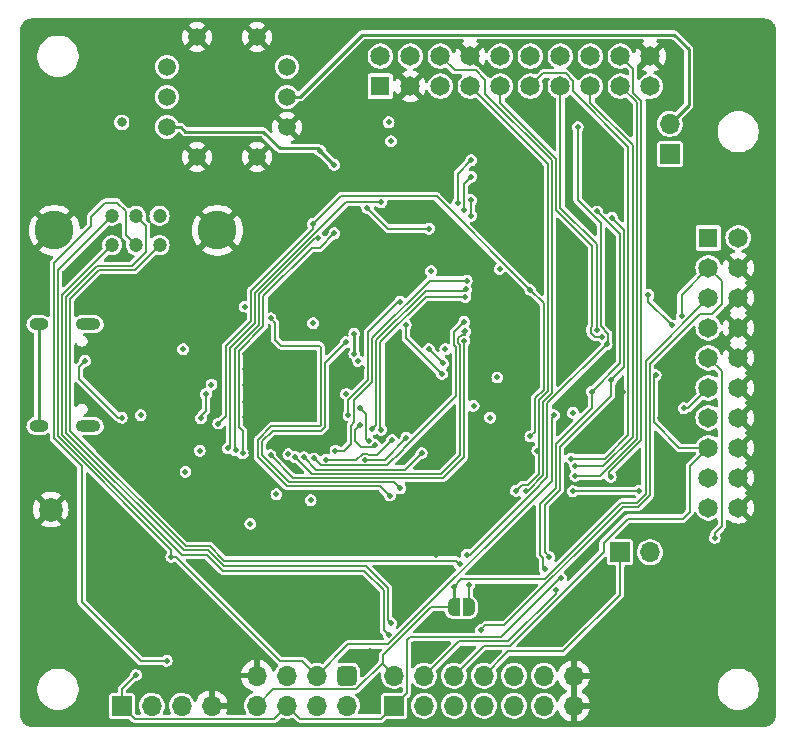
<source format=gbr>
%TF.GenerationSoftware,KiCad,Pcbnew,7.0.7*%
%TF.CreationDate,2024-05-31T12:22:19-07:00*%
%TF.ProjectId,Serberus,53657262-6572-4757-932e-6b696361645f,V2.2*%
%TF.SameCoordinates,Original*%
%TF.FileFunction,Copper,L4,Bot*%
%TF.FilePolarity,Positive*%
%FSLAX46Y46*%
G04 Gerber Fmt 4.6, Leading zero omitted, Abs format (unit mm)*
G04 Created by KiCad (PCBNEW 7.0.7) date 2024-05-31 12:22:19*
%MOMM*%
%LPD*%
G01*
G04 APERTURE LIST*
G04 Aperture macros list*
%AMRoundRect*
0 Rectangle with rounded corners*
0 $1 Rounding radius*
0 $2 $3 $4 $5 $6 $7 $8 $9 X,Y pos of 4 corners*
0 Add a 4 corners polygon primitive as box body*
4,1,4,$2,$3,$4,$5,$6,$7,$8,$9,$2,$3,0*
0 Add four circle primitives for the rounded corners*
1,1,$1+$1,$2,$3*
1,1,$1+$1,$4,$5*
1,1,$1+$1,$6,$7*
1,1,$1+$1,$8,$9*
0 Add four rect primitives between the rounded corners*
20,1,$1+$1,$2,$3,$4,$5,0*
20,1,$1+$1,$4,$5,$6,$7,0*
20,1,$1+$1,$6,$7,$8,$9,0*
20,1,$1+$1,$8,$9,$2,$3,0*%
%AMFreePoly0*
4,1,19,0.500000,-0.750000,0.000000,-0.750000,0.000000,-0.744911,-0.071157,-0.744911,-0.207708,-0.704816,-0.327430,-0.627875,-0.420627,-0.520320,-0.479746,-0.390866,-0.500000,-0.250000,-0.500000,0.250000,-0.479746,0.390866,-0.420627,0.520320,-0.327430,0.627875,-0.207708,0.704816,-0.071157,0.744911,0.000000,0.744911,0.000000,0.750000,0.500000,0.750000,0.500000,-0.750000,0.500000,-0.750000,
$1*%
%AMFreePoly1*
4,1,19,0.000000,0.744911,0.071157,0.744911,0.207708,0.704816,0.327430,0.627875,0.420627,0.520320,0.479746,0.390866,0.500000,0.250000,0.500000,-0.250000,0.479746,-0.390866,0.420627,-0.520320,0.327430,-0.627875,0.207708,-0.704816,0.071157,-0.744911,0.000000,-0.744911,0.000000,-0.750000,-0.500000,-0.750000,-0.500000,0.750000,0.000000,0.750000,0.000000,0.744911,0.000000,0.744911,
$1*%
G04 Aperture macros list end*
%TA.AperFunction,ComponentPad*%
%ADD10C,2.000000*%
%TD*%
%TA.AperFunction,ComponentPad*%
%ADD11R,1.700000X1.700000*%
%TD*%
%TA.AperFunction,ComponentPad*%
%ADD12O,1.700000X1.700000*%
%TD*%
%TA.AperFunction,ComponentPad*%
%ADD13RoundRect,0.425000X-0.425000X0.425000X-0.425000X-0.425000X0.425000X-0.425000X0.425000X0.425000X0*%
%TD*%
%TA.AperFunction,ComponentPad*%
%ADD14R,1.650000X1.650000*%
%TD*%
%TA.AperFunction,ComponentPad*%
%ADD15C,1.650000*%
%TD*%
%TA.AperFunction,ComponentPad*%
%ADD16O,2.100000X1.000000*%
%TD*%
%TA.AperFunction,ComponentPad*%
%ADD17O,1.600000X1.000000*%
%TD*%
%TA.AperFunction,ComponentPad*%
%ADD18C,1.200000*%
%TD*%
%TA.AperFunction,ComponentPad*%
%ADD19C,3.285000*%
%TD*%
%TA.AperFunction,ComponentPad*%
%ADD20C,1.500000*%
%TD*%
%TA.AperFunction,SMDPad,CuDef*%
%ADD21FreePoly0,0.000000*%
%TD*%
%TA.AperFunction,SMDPad,CuDef*%
%ADD22FreePoly1,0.000000*%
%TD*%
%TA.AperFunction,ViaPad*%
%ADD23C,0.500000*%
%TD*%
%TA.AperFunction,ViaPad*%
%ADD24C,0.800000*%
%TD*%
%TA.AperFunction,Conductor*%
%ADD25C,0.250000*%
%TD*%
%TA.AperFunction,Conductor*%
%ADD26C,0.200000*%
%TD*%
%TA.AperFunction,Conductor*%
%ADD27C,0.205232*%
%TD*%
G04 APERTURE END LIST*
D10*
%TO.P,TP1,1,1*%
%TO.N,GND*%
X122600000Y-111600000D03*
%TD*%
D11*
%TO.P,J7,1,Pin_1*%
%TO.N,/CLK*%
X128600000Y-128200000D03*
D12*
%TO.P,J7,2,Pin_2*%
%TO.N,/COPI*%
X131140000Y-128200000D03*
%TO.P,J7,3,Pin_3*%
%TO.N,VTARGET*%
X133680000Y-128200000D03*
%TO.P,J7,4,Pin_4*%
%TO.N,GND*%
X136220000Y-128200000D03*
%TD*%
D13*
%TO.P,J5,1,Pin_1*%
%TO.N,/CS*%
X147685500Y-125639500D03*
D12*
%TO.P,J5,2,Pin_2*%
%TO.N,VTARGET*%
X147685500Y-128179500D03*
%TO.P,J5,3,Pin_3*%
%TO.N,/CIPO*%
X145145500Y-125639500D03*
%TO.P,J5,4,Pin_4*%
%TO.N,Net-(J5-Pin_4)*%
X145145500Y-128179500D03*
%TO.P,J5,5,Pin_5*%
%TO.N,Net-(J5-Pin_5)*%
X142605500Y-125639500D03*
%TO.P,J5,6,Pin_6*%
%TO.N,/CLK*%
X142605500Y-128179500D03*
%TO.P,J5,7,Pin_7*%
%TO.N,GND*%
X140065500Y-125639500D03*
%TO.P,J5,8,Pin_8*%
%TO.N,/COPI*%
X140065500Y-128179500D03*
%TD*%
D14*
%TO.P,J3,1,Pin_1*%
%TO.N,VTARGET*%
X178260000Y-88580000D03*
D15*
%TO.P,J3,2,Pin_2*%
%TO.N,unconnected-(J3-Pin_2-Pad2)*%
X180800000Y-88580000D03*
%TO.P,J3,3,Pin_3*%
%TO.N,/xPB4*%
X178260000Y-91120000D03*
%TO.P,J3,4,Pin_4*%
%TO.N,GND*%
X180800000Y-91120000D03*
%TO.P,J3,5,Pin_5*%
%TO.N,/COPI*%
X178260000Y-93660000D03*
%TO.P,J3,6,Pin_6*%
%TO.N,GND*%
X180800000Y-93660000D03*
%TO.P,J3,7,Pin_7*%
%TO.N,/CS*%
X178260000Y-96200000D03*
%TO.P,J3,8,Pin_8*%
%TO.N,GND*%
X180800000Y-96200000D03*
%TO.P,J3,9,Pin_9*%
%TO.N,/CLK*%
X178260000Y-98740000D03*
%TO.P,J3,10,Pin_10*%
%TO.N,GND*%
X180800000Y-98740000D03*
%TO.P,J3,11,Pin_11*%
%TO.N,/MISC_RX*%
X178260000Y-101280000D03*
%TO.P,J3,12,Pin_12*%
%TO.N,GND*%
X180800000Y-101280000D03*
%TO.P,J3,13,Pin_13*%
%TO.N,/CIPO*%
X178260000Y-103820000D03*
%TO.P,J3,14,Pin_14*%
%TO.N,GND*%
X180800000Y-103820000D03*
%TO.P,J3,15,Pin_15*%
%TO.N,/xPB5*%
X178260000Y-106360000D03*
%TO.P,J3,16,Pin_16*%
%TO.N,GND*%
X180800000Y-106360000D03*
%TO.P,J3,17,Pin_17*%
%TO.N,unconnected-(J3-Pin_17-Pad17)*%
X178260000Y-108900000D03*
%TO.P,J3,18,Pin_18*%
%TO.N,GND*%
X180800000Y-108900000D03*
%TO.P,J3,19,Pin_19*%
%TO.N,unconnected-(J3-Pin_19-Pad19)*%
X178260000Y-111440000D03*
%TO.P,J3,20,Pin_20*%
%TO.N,GND*%
X180800000Y-111440000D03*
%TD*%
D11*
%TO.P,J8,1,Pin_1*%
%TO.N,/UARTA_RX*%
X170800000Y-115200000D03*
D12*
%TO.P,J8,2,Pin_2*%
%TO.N,/MISC_RX*%
X173340000Y-115200000D03*
%TD*%
D11*
%TO.P,J4,1,Pin_1*%
%TO.N,/CLK*%
X151660000Y-128200000D03*
D12*
%TO.P,J4,2,Pin_2*%
%TO.N,/COPI*%
X151660000Y-125660000D03*
%TO.P,J4,3,Pin_3*%
%TO.N,/DI*%
X154200000Y-128200000D03*
%TO.P,J4,4,Pin_4*%
%TO.N,/CS*%
X154200000Y-125660000D03*
%TO.P,J4,5,Pin_5*%
%TO.N,/xPB4*%
X156740000Y-128200000D03*
%TO.P,J4,6,Pin_6*%
%TO.N,/xPB5*%
X156740000Y-125660000D03*
%TO.P,J4,7,Pin_7*%
%TO.N,/UARTA_TX*%
X159280000Y-128200000D03*
%TO.P,J4,8,Pin_8*%
%TO.N,/UARTA_RX*%
X159280000Y-125660000D03*
%TO.P,J4,9,Pin_9*%
%TO.N,/UARTC_TX*%
X161820000Y-128200000D03*
%TO.P,J4,10,Pin_10*%
%TO.N,/UARTC_RX*%
X161820000Y-125660000D03*
%TO.P,J4,11,Pin_11*%
%TO.N,/UARTD_TX*%
X164360000Y-128200000D03*
%TO.P,J4,12,Pin_12*%
%TO.N,/UARTD_RX*%
X164360000Y-125660000D03*
%TO.P,J4,13,Pin_13*%
%TO.N,GND*%
X166900000Y-128200000D03*
%TO.P,J4,14,Pin_14*%
X166900000Y-125660000D03*
%TD*%
D16*
%TO.P,J1,S1,SHIELD*%
%TO.N,Net-(J1-SHIELD)*%
X125770000Y-95880000D03*
D17*
X121590000Y-95880000D03*
D16*
X125770000Y-104520000D03*
D17*
X121590000Y-104520000D03*
%TD*%
D18*
%TO.P,SW2,1,1*%
%TO.N,/CS*%
X127800000Y-89200000D03*
%TO.P,SW2,2,2*%
%TO.N,/CORTEX_PIN2*%
X129800000Y-89200000D03*
%TO.P,SW2,3,3*%
%TO.N,/SWDIO*%
X131800000Y-89200000D03*
%TO.P,SW2,4,4*%
%TO.N,/CIPO*%
X127800000Y-86700000D03*
%TO.P,SW2,5,5*%
%TO.N,/DI*%
X129800000Y-86700000D03*
%TO.P,SW2,6,6*%
%TO.N,/SWDIO*%
X131800000Y-86700000D03*
D19*
%TO.P,SW2,MH1,MH1*%
%TO.N,GND*%
X122900000Y-87950000D03*
%TO.P,SW2,MH2,MH2*%
X136700000Y-87950000D03*
%TD*%
D20*
%TO.P,SW1,1,1_Support*%
%TO.N,GND*%
X142595000Y-79200000D03*
%TO.P,SW1,2,2*%
%TO.N,+5V*%
X132435000Y-79200000D03*
%TO.P,SW1,3,3*%
%TO.N,+3V3*%
X132435000Y-76660000D03*
%TO.P,SW1,4,4*%
%TO.N,+1V8*%
X132435000Y-74120000D03*
%TO.P,SW1,5,5*%
%TO.N,VTARGET*%
X142595000Y-74120000D03*
%TO.P,SW1,6,Common*%
%TO.N,VREF*%
X142595000Y-76660000D03*
%TO.P,SW1,7,7_Support*%
%TO.N,GND*%
X140055000Y-81740000D03*
%TO.P,SW1,8,8_Support*%
X134975000Y-81740000D03*
%TO.P,SW1,9,9_Support*%
X134975000Y-71580000D03*
%TO.P,SW1,10,10_Support*%
X140055000Y-71580000D03*
%TD*%
D14*
%TO.P,J2,1,Pin_1*%
%TO.N,VTARGET*%
X150500000Y-75740000D03*
D15*
%TO.P,J2,2,Pin_2*%
X150500000Y-73200000D03*
%TO.P,J2,3,Pin_3*%
%TO.N,GND*%
X153040000Y-75740000D03*
%TO.P,J2,4,Pin_4*%
%TO.N,/UARTC_TX*%
X153040000Y-73200000D03*
%TO.P,J2,5,Pin_5*%
%TO.N,/UARTA_TX*%
X155580000Y-75740000D03*
%TO.P,J2,6,Pin_6*%
%TO.N,/UARTC_RX*%
X155580000Y-73200000D03*
%TO.P,J2,7,Pin_7*%
%TO.N,/UARTA_RX*%
X158120000Y-75740000D03*
%TO.P,J2,8,Pin_8*%
%TO.N,GND*%
X158120000Y-73200000D03*
%TO.P,J2,9,Pin_9*%
%TO.N,/~{UARTA_RTS}*%
X160660000Y-75740000D03*
%TO.P,J2,10,Pin_10*%
%TO.N,unconnected-(J2-Pin_10-Pad10)*%
X160660000Y-73200000D03*
%TO.P,J2,11,Pin_11*%
%TO.N,/~{UARTA_CTS}*%
X163200000Y-75740000D03*
%TO.P,J2,12,Pin_12*%
%TO.N,unconnected-(J2-Pin_12-Pad12)*%
X163200000Y-73200000D03*
%TO.P,J2,13,Pin_13*%
%TO.N,/~{UARTA_DTR}*%
X165740000Y-75740000D03*
%TO.P,J2,14,Pin_14*%
%TO.N,VTARGET*%
X165740000Y-73200000D03*
%TO.P,J2,15,Pin_15*%
%TO.N,/~{UARTA_DSR}*%
X168280000Y-75740000D03*
%TO.P,J2,16,Pin_16*%
%TO.N,/UARTD_TX*%
X168280000Y-73200000D03*
%TO.P,J2,17,Pin_17*%
%TO.N,/~{UARTA_DCD}*%
X170820000Y-75740000D03*
%TO.P,J2,18,Pin_18*%
%TO.N,/UARTD_RX*%
X170820000Y-73200000D03*
%TO.P,J2,19,Pin_19*%
%TO.N,unconnected-(J2-Pin_19-Pad19)*%
X173360000Y-75740000D03*
%TO.P,J2,20,Pin_20*%
%TO.N,GND*%
X173360000Y-73200000D03*
%TD*%
D11*
%TO.P,J9,1,Pin_1*%
%TO.N,VTARGET*%
X175000000Y-81475000D03*
D12*
%TO.P,J9,2,Pin_2*%
%TO.N,VREF*%
X175000000Y-78935000D03*
%TD*%
D21*
%TO.P,JP1,1,1*%
%TO.N,/COPI*%
X156700000Y-119850000D03*
D22*
%TO.P,JP1,2,2*%
%TO.N,/SWDIO*%
X158000000Y-119850000D03*
%TD*%
D23*
%TO.N,+5V*%
X145400000Y-81200000D03*
X146600000Y-82400000D03*
%TO.N,GND*%
X147200000Y-114600000D03*
X137600000Y-123200000D03*
X139200000Y-120200000D03*
X160600000Y-127000000D03*
X130800000Y-98800000D03*
X170400000Y-83800000D03*
X142000000Y-99700000D03*
X154200000Y-123200000D03*
X129600000Y-98800000D03*
X165600000Y-121400000D03*
X169800000Y-89000000D03*
X163200000Y-95800000D03*
X182400000Y-75200000D03*
X121600000Y-122400000D03*
X152400000Y-98400000D03*
X139000000Y-98381776D03*
X155800000Y-88600000D03*
X162000000Y-85200000D03*
X144900000Y-101100000D03*
X139600000Y-74400000D03*
X121000000Y-76400000D03*
X146600000Y-71200000D03*
X140600000Y-99681776D03*
X162200000Y-103600000D03*
X161400000Y-96200000D03*
X128400000Y-98800000D03*
X133600000Y-85800000D03*
X128400000Y-125200000D03*
X178000000Y-120000000D03*
X134800000Y-75000000D03*
X143600000Y-99681776D03*
X141000000Y-115000000D03*
X130000000Y-102000000D03*
X132800000Y-94200000D03*
X133200000Y-98800000D03*
X142000000Y-103800000D03*
X177800000Y-75000000D03*
X166800000Y-99200000D03*
X135600000Y-98800000D03*
D24*
X124800000Y-79800000D03*
D23*
X146200000Y-118200000D03*
X156400000Y-103400000D03*
X151800000Y-86000000D03*
X132000000Y-100600000D03*
X163800000Y-79400000D03*
X148000000Y-76200000D03*
X151200000Y-83000000D03*
X155800000Y-102000000D03*
X154800000Y-105000000D03*
X151800000Y-119000000D03*
X167600000Y-123400000D03*
X163200000Y-89800000D03*
X138800000Y-90800000D03*
X149600000Y-120600000D03*
X172200000Y-113400000D03*
X156200000Y-81200000D03*
X170600000Y-78000000D03*
X169800000Y-91800000D03*
X132600000Y-98800000D03*
X145500000Y-94000000D03*
X152800000Y-89000000D03*
X126600000Y-114000000D03*
X121000000Y-109200000D03*
X149600000Y-123600000D03*
X126400000Y-70800000D03*
X158200000Y-113400000D03*
X121200000Y-93200000D03*
D24*
X130000000Y-81800000D03*
D23*
X172400000Y-121600000D03*
X144900000Y-102500000D03*
X161800000Y-106000000D03*
X149800000Y-126800000D03*
X140600000Y-98381776D03*
X161800000Y-87000000D03*
X151000000Y-88600000D03*
X131400000Y-100600000D03*
X120600000Y-129400000D03*
X175000000Y-91600000D03*
X167400000Y-116200000D03*
X143600000Y-98381776D03*
X145000000Y-78000000D03*
X155400000Y-111800000D03*
X144200000Y-81800000D03*
X140600000Y-102481776D03*
X162000000Y-74400000D03*
X139400000Y-118000000D03*
X177400000Y-129000000D03*
X154000000Y-95600000D03*
X148600000Y-72800000D03*
X182800000Y-114000000D03*
X166400000Y-89600000D03*
X156200000Y-104600000D03*
X158800000Y-79200000D03*
X132000000Y-98800000D03*
X129600000Y-100600000D03*
X170200000Y-105000000D03*
X169800000Y-129400000D03*
X162800000Y-101800000D03*
X182400000Y-118000000D03*
X157200000Y-70600000D03*
X123200000Y-81200000D03*
X132800000Y-90600000D03*
X124800000Y-90800000D03*
X134400000Y-112800000D03*
X175800000Y-111000000D03*
X139400000Y-78400000D03*
X154600000Y-121600000D03*
X182000000Y-86000000D03*
X128600000Y-70800000D03*
D24*
X125248176Y-76448176D03*
D23*
X154200000Y-72200000D03*
X136200000Y-82600000D03*
X175600000Y-85000000D03*
X171000000Y-101600000D03*
X135400000Y-125400000D03*
X149400000Y-95200000D03*
X149600000Y-113000000D03*
X138800000Y-95400000D03*
X142000000Y-98400000D03*
X137400000Y-125400000D03*
X142200000Y-112600000D03*
X123400000Y-120600000D03*
D24*
X124400000Y-83200000D03*
D23*
X128400000Y-100600000D03*
X174200000Y-126400000D03*
X130800000Y-100600000D03*
X155200000Y-115400000D03*
X175200000Y-75400000D03*
D24*
X127400000Y-94600000D03*
X128200000Y-73600000D03*
D23*
X183400000Y-129400000D03*
X130200000Y-100600000D03*
X143800000Y-71200000D03*
X178200000Y-71200000D03*
X161800000Y-83400000D03*
X161200000Y-93000000D03*
X173800000Y-83600000D03*
X150600000Y-93000000D03*
X174200000Y-103800000D03*
X165800000Y-114000000D03*
X168200000Y-82800000D03*
X134200000Y-98800000D03*
X124200000Y-116800000D03*
X179200000Y-121800000D03*
D24*
X126600000Y-105800000D03*
D23*
X129000000Y-98800000D03*
X164800000Y-78200000D03*
X139000000Y-99681776D03*
X131600000Y-70800000D03*
X163200000Y-126800000D03*
X132400000Y-110600000D03*
X121600000Y-115200000D03*
X139000000Y-101081776D03*
X161200000Y-115600000D03*
X153300000Y-103900000D03*
X143600000Y-101081776D03*
X161400000Y-99400000D03*
X139581336Y-106832220D03*
X133200000Y-100600000D03*
X130200000Y-104600000D03*
X148500000Y-94000000D03*
X133600000Y-103400000D03*
X160400000Y-129600000D03*
X139000000Y-103781776D03*
X170400000Y-124600000D03*
X179600000Y-84400000D03*
X171400000Y-78800000D03*
X182600000Y-123000000D03*
X137400000Y-80800000D03*
X123600000Y-109000000D03*
X126000000Y-123000000D03*
X139000000Y-102481776D03*
X154200000Y-118400000D03*
X121800000Y-117800000D03*
X165600000Y-70600000D03*
X174400000Y-107800000D03*
X124200000Y-113800000D03*
X151300000Y-99600000D03*
X171200000Y-108400000D03*
X135600000Y-116600000D03*
X144900000Y-99700000D03*
X126800000Y-111200000D03*
X120400000Y-99800000D03*
X153000000Y-78000000D03*
X135600000Y-78400000D03*
X123800000Y-78400000D03*
X175400000Y-124400000D03*
X169200000Y-116600000D03*
X142800000Y-88400000D03*
X141600000Y-119000000D03*
X161400000Y-119000000D03*
X174600000Y-86800000D03*
X168000000Y-120000000D03*
X167000000Y-74400000D03*
X143600000Y-84000000D03*
X157600000Y-89200000D03*
X126200000Y-129400000D03*
X152400000Y-113200000D03*
X161800000Y-81600000D03*
X120800000Y-70600000D03*
X140600000Y-103781776D03*
X144900000Y-98400000D03*
X131400000Y-106000000D03*
X129600000Y-114200000D03*
X156200000Y-121600000D03*
X143800000Y-75200000D03*
X120400000Y-84600000D03*
X182600000Y-71200000D03*
X170400000Y-70400000D03*
X142000000Y-102400000D03*
X149600000Y-118200000D03*
X132600000Y-100600000D03*
X162800000Y-100800000D03*
X143600000Y-102481776D03*
X140600000Y-101081776D03*
X124400000Y-85000000D03*
X134600000Y-121800000D03*
X142000000Y-101000000D03*
X143600000Y-103781776D03*
X174200000Y-99200000D03*
X151400000Y-91000000D03*
X130200000Y-98800000D03*
X146200000Y-122800000D03*
X142156684Y-106550283D03*
X121000000Y-79800000D03*
X146600000Y-91000000D03*
X148950500Y-99595794D03*
X144900000Y-103800000D03*
X129000000Y-100600000D03*
X131800000Y-125200000D03*
X131400000Y-98800000D03*
%TO.N,+3V3*%
X133800000Y-98000000D03*
X139000000Y-94400000D03*
X158390000Y-102800000D03*
X160600000Y-91200000D03*
X135200000Y-106600000D03*
X144600000Y-110800000D03*
X154800000Y-91400000D03*
X139500000Y-112800000D03*
X159800000Y-103800000D03*
X151400000Y-80400000D03*
X156000000Y-98000000D03*
X166800000Y-103400000D03*
X147600000Y-101800000D03*
D24*
X128600000Y-78800000D03*
D23*
X142703439Y-106900871D03*
X160400000Y-100400000D03*
X136200000Y-101000000D03*
X148630878Y-99030878D03*
X144800000Y-95800000D03*
X130200000Y-103600000D03*
X141700000Y-110300000D03*
X151200000Y-78800000D03*
X134000000Y-108400000D03*
%TO.N,Net-(U3-VCORE_1)*%
X148300000Y-98400000D03*
X148300000Y-96700000D03*
%TO.N,Net-(J1-CC1)*%
X128600000Y-103800000D03*
X125500000Y-99000000D03*
%TO.N,/~{ENABLE}*%
X163200000Y-105400000D03*
X136789243Y-104300757D03*
X163200000Y-93000000D03*
X144800000Y-87400000D03*
%TO.N,Net-(D7-A)*%
X158200000Y-86700500D03*
X158203200Y-85396800D03*
%TO.N,Net-(D8-A)*%
X158200000Y-83400000D03*
X157594483Y-86200883D03*
%TO.N,Net-(D9-A)*%
X158200000Y-82000000D03*
X157044284Y-85650684D03*
%TO.N,Net-(RN9-R1.2)*%
X149400000Y-86059500D03*
X154600000Y-87800000D03*
%TO.N,/EECLK*%
X145215470Y-88600983D03*
X138259305Y-106572113D03*
%TO.N,/EECS*%
X137600000Y-106400000D03*
X150560000Y-85560000D03*
%TO.N,/EEDATA*%
X138860715Y-106817389D03*
X146600000Y-88200000D03*
%TO.N,/UARTA_TX*%
X157800000Y-115400000D03*
X169650500Y-97600000D03*
X167200000Y-79200000D03*
%TO.N,/~{UARTA_RTS}*%
X169300500Y-96955613D03*
%TO.N,/~{UARTA_CTS}*%
X166652880Y-107274500D03*
%TO.N,/~{UARTA_DTR}*%
X168800000Y-96400000D03*
%TO.N,/~{UARTA_DSR}*%
X167000000Y-107922769D03*
%TO.N,/~{UARTA_DCD}*%
X167000000Y-108725000D03*
%TO.N,/CS*%
X165400000Y-118400000D03*
X151200000Y-122200000D03*
%TO.N,/CLK*%
X173200000Y-93400000D03*
X178800000Y-114000000D03*
X165800000Y-117400000D03*
X175200000Y-96000000D03*
X129806754Y-125593246D03*
%TO.N,/CIPO*%
X165200000Y-103600000D03*
X132800000Y-115600000D03*
%TO.N,/UARTA_RX*%
X162000000Y-110000000D03*
X163797881Y-106608054D03*
%TO.N,/COPI*%
X156700000Y-118150000D03*
%TO.N,/xPB4*%
X176000000Y-95200000D03*
X159000000Y-121800000D03*
%TO.N,/xPB5*%
X173799500Y-100200000D03*
%TO.N,/MISC_RX*%
X172400000Y-110000000D03*
X166800000Y-110025000D03*
X176200000Y-103000000D03*
%TO.N,/UARTC_TX*%
X164800000Y-115600000D03*
X170106400Y-86893600D03*
X170053200Y-100653200D03*
%TO.N,/UARTC_RX*%
X162800000Y-110000000D03*
%TO.N,/UARTD_TX*%
X168400000Y-101600000D03*
X164400000Y-116600000D03*
X168853200Y-86346800D03*
%TO.N,/UARTD_RX*%
X170000000Y-108800000D03*
%TO.N,/CORTEX_PIN2*%
X132400000Y-124400000D03*
%TO.N,/DI*%
X151400000Y-121200000D03*
%TO.N,/SWDIO*%
X158000000Y-118000000D03*
X157200000Y-116200000D03*
%TO.N,/CD0*%
X154600000Y-98000000D03*
X155800000Y-99200000D03*
%TO.N,/DD0*%
X155700000Y-100100000D03*
X152644621Y-95944620D03*
%TO.N,/BD1*%
X157754990Y-92945578D03*
X149800000Y-104800500D03*
%TO.N,/BD0*%
X146700000Y-106600500D03*
X157800000Y-92200000D03*
%TO.N,/BD3*%
X150576028Y-104823972D03*
X157690885Y-93591909D03*
%TO.N,/BD4*%
X147800000Y-103600000D03*
X152193246Y-93993246D03*
%TO.N,/AD4*%
X144847388Y-107256460D03*
X157600000Y-95700000D03*
%TO.N,/AD2*%
X157700000Y-96500000D03*
X143306275Y-107142618D03*
%TO.N,/AD0*%
X157600000Y-97300000D03*
X141200000Y-107000000D03*
%TO.N,/AD1*%
X152700103Y-105500104D03*
X149200000Y-107350500D03*
%TO.N,/AD5*%
X151500000Y-105700000D03*
X145900000Y-107350500D03*
%TO.N,/AD3*%
X144035028Y-107150500D03*
X154000000Y-106800000D03*
%TO.N,/BD2*%
X150050890Y-106149110D03*
X148797884Y-104409747D03*
%TO.N,/CD1*%
X152200000Y-109800000D03*
X147562315Y-97430345D03*
%TO.N,/BD6*%
X149503771Y-105799090D03*
X148800000Y-103000000D03*
%TO.N,/DD1*%
X151300000Y-110400000D03*
X141200500Y-95400000D03*
%TO.N,/CC2*%
X135299500Y-103853200D03*
X135724500Y-101800000D03*
%TD*%
D25*
%TO.N,+5V*%
X134000000Y-79600000D02*
X133600000Y-79200000D01*
X145200000Y-81000000D02*
X142000000Y-81000000D01*
X133600000Y-79200000D02*
X132435000Y-79200000D01*
X146600000Y-82400000D02*
X145400000Y-81200000D01*
X140600000Y-79600000D02*
X134000000Y-79600000D01*
X142000000Y-81000000D02*
X140600000Y-79600000D01*
X145400000Y-81200000D02*
X145200000Y-81000000D01*
%TO.N,Net-(U3-VCORE_1)*%
X148300000Y-98400000D02*
X148300000Y-96700000D01*
%TO.N,VREF*%
X176600000Y-77335000D02*
X175000000Y-78935000D01*
X143655660Y-76660000D02*
X148915660Y-71400000D01*
X176600000Y-72600000D02*
X176600000Y-77335000D01*
X148915660Y-71400000D02*
X175400000Y-71400000D01*
X142595000Y-76660000D02*
X143655660Y-76660000D01*
X175400000Y-71400000D02*
X176600000Y-72600000D01*
%TO.N,Net-(J1-SHIELD)*%
X121590000Y-95880000D02*
X121590000Y-104520000D01*
D26*
%TO.N,Net-(J1-CC1)*%
X128300000Y-103800000D02*
X125000000Y-100500000D01*
X125000000Y-99500000D02*
X125500000Y-99000000D01*
X128600000Y-103800000D02*
X128300000Y-103800000D01*
X125000000Y-100500000D02*
X125000000Y-99500000D01*
%TO.N,/~{ENABLE}*%
X137450000Y-97739745D02*
X137450000Y-103640000D01*
X163200000Y-93000000D02*
X164340000Y-94140000D01*
X144800000Y-87400000D02*
X144800000Y-87800000D01*
X144800000Y-87800000D02*
X139550000Y-93050000D01*
X164340000Y-94140000D02*
X164340000Y-101425578D01*
X163200000Y-93000000D02*
X155260000Y-85060000D01*
X147140000Y-85060000D02*
X144800000Y-87400000D01*
X163597881Y-105002119D02*
X163200000Y-105400000D01*
X155260000Y-85060000D02*
X147140000Y-85060000D01*
X139550000Y-95639747D02*
X137450000Y-97739745D01*
X164340000Y-101425578D02*
X163597881Y-102167697D01*
X137450000Y-103640000D02*
X136789243Y-104300757D01*
X163597881Y-102167697D02*
X163597881Y-105002119D01*
X139550000Y-93050000D02*
X139550000Y-95639747D01*
%TO.N,Net-(D7-A)*%
X158200000Y-86700500D02*
X158200000Y-85400000D01*
X158200000Y-85400000D02*
X158203200Y-85396800D01*
%TO.N,Net-(D8-A)*%
X157594483Y-84005517D02*
X158200000Y-83400000D01*
X157594483Y-86200883D02*
X157594483Y-84005517D01*
%TO.N,Net-(D9-A)*%
X157044284Y-85650684D02*
X157044284Y-83155716D01*
X157044284Y-83155716D02*
X158200000Y-82000000D01*
%TO.N,Net-(RN9-R1.2)*%
X151140500Y-87800000D02*
X149400000Y-86059500D01*
X154600000Y-87800000D02*
X151140500Y-87800000D01*
%TO.N,/EECLK*%
X145004043Y-88600983D02*
X145215470Y-88600983D01*
X144802513Y-88802513D02*
X145004043Y-88600983D01*
X138150000Y-106462808D02*
X138150000Y-98029695D01*
X138259305Y-106572113D02*
X138150000Y-106462808D01*
X140250000Y-93355026D02*
X144802513Y-88802513D01*
X140250000Y-95929695D02*
X140250000Y-93355026D01*
X138150000Y-98029695D02*
X140250000Y-95929695D01*
%TO.N,/EECS*%
X137800000Y-106200000D02*
X137800000Y-97884720D01*
X137800000Y-97884720D02*
X139900000Y-95784721D01*
X139900000Y-95784721D02*
X139900000Y-93210052D01*
X137600000Y-106400000D02*
X137800000Y-106200000D01*
X139900000Y-93210052D02*
X147550052Y-85560000D01*
X147550052Y-85560000D02*
X150560000Y-85560000D01*
%TO.N,/EEDATA*%
X144700000Y-89400000D02*
X140600000Y-93500000D01*
X140600000Y-96074669D02*
X138500000Y-98174669D01*
X146600000Y-88200000D02*
X145400000Y-89400000D01*
X140600000Y-93500000D02*
X140600000Y-96074669D01*
X138860715Y-104960715D02*
X138860715Y-106817389D01*
X145400000Y-89400000D02*
X144700000Y-89400000D01*
X138500000Y-98174669D02*
X138500000Y-104600000D01*
X138500000Y-104600000D02*
X138860715Y-104960715D01*
%TO.N,/UARTA_TX*%
X169150000Y-96042893D02*
X169150000Y-87350707D01*
X169650500Y-97600000D02*
X169800500Y-97450000D01*
X164647881Y-102602619D02*
X164647881Y-108847093D01*
X163400000Y-110107107D02*
X158107107Y-115400000D01*
X169650500Y-97600000D02*
X164647881Y-102602619D01*
X169800500Y-97450000D02*
X169800500Y-96693393D01*
X167200000Y-85400707D02*
X167200000Y-79200000D01*
X169150000Y-87350707D02*
X167200000Y-85400707D01*
X163400000Y-110094974D02*
X163400000Y-110107107D01*
X158107107Y-115400000D02*
X157800000Y-115400000D01*
X164647881Y-108847093D02*
X163400000Y-110094974D01*
X169800500Y-96693393D02*
X169150000Y-96042893D01*
%TO.N,/~{UARTA_RTS}*%
X160660000Y-77155306D02*
X165390000Y-81885306D01*
X168450000Y-96042893D02*
X168300000Y-96192893D01*
X168300000Y-96192893D02*
X168300000Y-96607107D01*
X168300000Y-96607107D02*
X168648506Y-96955613D01*
X160660000Y-75740000D02*
X160660000Y-77155306D01*
X165390000Y-81885306D02*
X165390000Y-86192082D01*
X168450000Y-89252082D02*
X168450000Y-96042893D01*
X165390000Y-86192082D02*
X168450000Y-89252082D01*
X168648506Y-96955613D02*
X169300500Y-96955613D01*
%TO.N,/~{UARTA_CTS}*%
X166185280Y-74665000D02*
X164275000Y-74665000D01*
X171500000Y-80870280D02*
X166815000Y-76185280D01*
X171500000Y-105300000D02*
X171500000Y-80870280D01*
X166815000Y-75294720D02*
X166185280Y-74665000D01*
X166815000Y-76185280D02*
X166815000Y-75294720D01*
X169525500Y-107274500D02*
X171500000Y-105300000D01*
X164275000Y-74665000D02*
X163200000Y-75740000D01*
X166652880Y-107274500D02*
X169525500Y-107274500D01*
%TO.N,/~{UARTA_DTR}*%
X168800000Y-96400000D02*
X168800000Y-89107107D01*
X168800000Y-89107107D02*
X165740000Y-86047107D01*
X165740000Y-86047107D02*
X165740000Y-75740000D01*
%TO.N,/~{UARTA_DSR}*%
X169382257Y-107922769D02*
X171850000Y-105455026D01*
X171850000Y-80725306D02*
X168280000Y-77155306D01*
X168280000Y-77155306D02*
X168280000Y-75740000D01*
X171850000Y-105455026D02*
X171850000Y-80725306D01*
X167000000Y-107922769D02*
X169382257Y-107922769D01*
%TO.N,/~{UARTA_DCD}*%
X169075000Y-108725000D02*
X172200000Y-105600000D01*
X172200000Y-105600000D02*
X172200000Y-77120000D01*
X172200000Y-77120000D02*
X170820000Y-75740000D01*
X167000000Y-108725000D02*
X169075000Y-108725000D01*
%TO.N,/CS*%
X157170000Y-122750000D02*
X154460000Y-125460000D01*
X150800000Y-121800000D02*
X150800000Y-118400000D01*
X165400000Y-118694975D02*
X165400000Y-118400000D01*
X151200000Y-122200000D02*
X150800000Y-121800000D01*
X150800000Y-118400000D02*
X149150000Y-116750000D01*
X161344974Y-122750000D02*
X161344975Y-122750000D01*
X123550000Y-93450000D02*
X127800000Y-89200000D01*
X133717473Y-115400000D02*
X123550000Y-105232527D01*
X137150000Y-116750000D02*
X135800000Y-115400000D01*
X161344975Y-122750000D02*
X165347488Y-118747487D01*
X161344974Y-122750000D02*
X157170000Y-122750000D01*
X149150000Y-116750000D02*
X137150000Y-116750000D01*
X165347488Y-118747487D02*
X165400000Y-118694975D01*
X123550000Y-105232527D02*
X123550000Y-93450000D01*
X135800000Y-115400000D02*
X133717473Y-115400000D01*
%TO.N,/CLK*%
X178800000Y-113600000D02*
X179400000Y-113000000D01*
X173200000Y-94000000D02*
X173200000Y-93400000D01*
X152760000Y-127100000D02*
X152760000Y-122640000D01*
X143705500Y-129279500D02*
X150580500Y-129279500D01*
X175200000Y-96000000D02*
X173200000Y-94000000D01*
X160692893Y-122400000D02*
X165692893Y-117400000D01*
X150580500Y-129279500D02*
X151660000Y-128200000D01*
X151660000Y-128200000D02*
X152760000Y-127100000D01*
X178800000Y-114000000D02*
X178800000Y-113600000D01*
X153000000Y-122400000D02*
X160692893Y-122400000D01*
X129700000Y-129300000D02*
X141485000Y-129300000D01*
X128600000Y-126800000D02*
X128600000Y-128200000D01*
X179400000Y-99880000D02*
X178260000Y-98740000D01*
X129806754Y-125593246D02*
X128600000Y-126800000D01*
X179400000Y-113000000D02*
X179400000Y-99880000D01*
X152760000Y-122640000D02*
X153000000Y-122400000D01*
X142605500Y-128179500D02*
X143705500Y-129279500D01*
X165692893Y-117400000D02*
X165800000Y-117400000D01*
X141485000Y-129300000D02*
X142605500Y-128179500D01*
X128600000Y-128200000D02*
X129700000Y-129300000D01*
%TO.N,/CIPO*%
X164997881Y-103802119D02*
X165200000Y-103600000D01*
X132800000Y-115600000D02*
X133210365Y-115600000D01*
X123200000Y-105377501D02*
X123200000Y-91300000D01*
X164997881Y-109145012D02*
X164997881Y-103802119D01*
X132800000Y-115600000D02*
X132800000Y-114977501D01*
X123200000Y-91300000D02*
X127800000Y-86700000D01*
X164997881Y-109145012D02*
X151142893Y-123000000D01*
X132800000Y-114977501D02*
X123200000Y-105377501D01*
X133210365Y-115600000D02*
X142010365Y-124400000D01*
X147785000Y-123000000D02*
X145145500Y-125639500D01*
X142010365Y-124400000D02*
X143906000Y-124400000D01*
X143906000Y-124400000D02*
X145145500Y-125639500D01*
X151142893Y-123000000D02*
X147785000Y-123000000D01*
%TO.N,/UARTA_RX*%
X162000000Y-110000000D02*
X162500000Y-109500000D01*
X163797881Y-106608054D02*
X163947881Y-106458054D01*
X170800000Y-118800000D02*
X170800000Y-115200000D01*
X164690000Y-82310000D02*
X158120000Y-75740000D01*
X163947881Y-102312671D02*
X164690000Y-101570552D01*
X163947881Y-106458054D02*
X163947881Y-102312671D01*
X163947881Y-108557145D02*
X163947881Y-106758054D01*
X166000000Y-123600000D02*
X170800000Y-118800000D01*
X162500000Y-109500000D02*
X163005026Y-109500000D01*
X161340000Y-123600000D02*
X166000000Y-123600000D01*
X159280000Y-125660000D02*
X161340000Y-123600000D01*
X164690000Y-101570552D02*
X164690000Y-82310000D01*
X163947881Y-106758054D02*
X163797881Y-106608054D01*
X163005026Y-109500000D02*
X163947881Y-108557145D01*
%TO.N,/COPI*%
X170905025Y-111000000D02*
X172200000Y-111000000D01*
X172200000Y-111000000D02*
X172950000Y-110250000D01*
X154787867Y-119850000D02*
X150700000Y-123937867D01*
X172950000Y-98970000D02*
X178260000Y-93660000D01*
X156800000Y-119950000D02*
X156700000Y-119850000D01*
X172950000Y-110250000D02*
X172950000Y-98970000D01*
X150700000Y-124700000D02*
X150700000Y-124100000D01*
X156700000Y-119850000D02*
X156700000Y-120400000D01*
X157350000Y-117500000D02*
X164405025Y-117500000D01*
X150700000Y-123937867D02*
X150700000Y-124100000D01*
X156700000Y-118150000D02*
X157350000Y-117500000D01*
X150700000Y-124564797D02*
X148464797Y-126800000D01*
X150700000Y-124100000D02*
X150700000Y-124564797D01*
X156700000Y-119850000D02*
X154787867Y-119850000D01*
X148464797Y-126800000D02*
X141445000Y-126800000D01*
X151660000Y-125660000D02*
X150700000Y-124700000D01*
D25*
X156700000Y-119850000D02*
X156700000Y-118150000D01*
D26*
X141445000Y-126800000D02*
X140065500Y-128179500D01*
X164405025Y-117500000D02*
X170905025Y-111000000D01*
%TO.N,/xPB4*%
X177547347Y-95000000D02*
X178600000Y-95000000D01*
X159000000Y-121800000D02*
X159400000Y-121400000D01*
X159400000Y-121400000D02*
X161000000Y-121400000D01*
X172344974Y-111350000D02*
X173300000Y-110394974D01*
X161000000Y-121400000D02*
X171050000Y-111350000D01*
X176000000Y-95200000D02*
X176000000Y-93380000D01*
X179400000Y-94200000D02*
X179400000Y-92260000D01*
X176000000Y-93380000D02*
X178260000Y-91120000D01*
X179400000Y-92260000D02*
X178260000Y-91120000D01*
X173300000Y-110394974D02*
X173300000Y-99247347D01*
X173300000Y-99247347D02*
X177547347Y-95000000D01*
X171050000Y-111350000D02*
X172344974Y-111350000D01*
X178600000Y-95000000D02*
X179400000Y-94200000D01*
%TO.N,/xPB5*%
X173650000Y-104200000D02*
X175810000Y-106360000D01*
X173799500Y-100200000D02*
X173650000Y-100349500D01*
X176144975Y-112350000D02*
X176700000Y-111794975D01*
X169400000Y-115189949D02*
X169400000Y-114400000D01*
X173650000Y-100349500D02*
X173650000Y-104200000D01*
X161489949Y-123100000D02*
X169400000Y-115189949D01*
X176700000Y-111794975D02*
X176700000Y-107920000D01*
X156740000Y-125660000D02*
X159300000Y-123100000D01*
X176700000Y-107920000D02*
X178260000Y-106360000D01*
X175810000Y-106360000D02*
X178260000Y-106360000D01*
X169400000Y-114400000D02*
X171450000Y-112350000D01*
X159300000Y-123100000D02*
X161489949Y-123100000D01*
X171450000Y-112350000D02*
X176144975Y-112350000D01*
%TO.N,/MISC_RX*%
X166825000Y-110000000D02*
X166800000Y-110025000D01*
X176540000Y-103000000D02*
X178260000Y-101280000D01*
X176200000Y-103000000D02*
X176540000Y-103000000D01*
X172400000Y-110000000D02*
X166825000Y-110000000D01*
%TO.N,/UARTC_TX*%
X164400000Y-111200000D02*
X165697881Y-109902119D01*
X170106400Y-86893600D02*
X171150000Y-87937200D01*
X165697881Y-106302119D02*
X170053200Y-101946800D01*
X165697881Y-109902119D02*
X165697881Y-106302119D01*
X171150000Y-87937200D02*
X171150000Y-99556400D01*
X170053200Y-101946800D02*
X170053200Y-100653200D01*
X171150000Y-99556400D02*
X170053200Y-100653200D01*
X164400000Y-115200000D02*
X164400000Y-111200000D01*
X164800000Y-115600000D02*
X164400000Y-115200000D01*
%TO.N,/UARTC_RX*%
X159400000Y-75200000D02*
X158600000Y-74400000D01*
X159400000Y-76390280D02*
X159400000Y-75200000D01*
X162800000Y-110000000D02*
X163000000Y-110000000D01*
X165040000Y-101715526D02*
X165040000Y-82030280D01*
X163000000Y-110000000D02*
X164297881Y-108702119D01*
X164297881Y-102457645D02*
X165040000Y-101715526D01*
X164297881Y-108702119D02*
X164297881Y-102457645D01*
X158600000Y-74400000D02*
X156780000Y-74400000D01*
X156780000Y-74400000D02*
X155580000Y-73200000D01*
X165040000Y-82030280D02*
X159400000Y-76390280D01*
%TO.N,/UARTD_TX*%
X170800000Y-99200000D02*
X168400000Y-101600000D01*
X164000000Y-115400000D02*
X164300000Y-115700000D01*
X168400000Y-101600000D02*
X168400000Y-103000000D01*
X165347881Y-106052119D02*
X165347881Y-109757145D01*
X164300000Y-116500000D02*
X164400000Y-116600000D01*
X165347881Y-109757145D02*
X164000000Y-111105026D01*
X168400000Y-103000000D02*
X165347881Y-106052119D01*
X170800000Y-88293600D02*
X170800000Y-99200000D01*
X164300000Y-115700000D02*
X164300000Y-116500000D01*
X168853200Y-86346800D02*
X170800000Y-88293600D01*
X164000000Y-111105026D02*
X164000000Y-115400000D01*
%TO.N,/UARTD_RX*%
X172600000Y-105694974D02*
X169847487Y-108447487D01*
X172600000Y-77000000D02*
X171895000Y-76295000D01*
X169847487Y-108647487D02*
X170000000Y-108800000D01*
X171895000Y-74275000D02*
X170820000Y-73200000D01*
X171895000Y-76295000D02*
X171895000Y-74275000D01*
X172600000Y-97600000D02*
X172600000Y-105694974D01*
X172600000Y-97600000D02*
X172600000Y-77000000D01*
X169847487Y-108447487D02*
X169847487Y-108647487D01*
%TO.N,/CORTEX_PIN2*%
X126000000Y-87563200D02*
X122850000Y-90713200D01*
X127200000Y-85600000D02*
X126000000Y-86800000D01*
X125200000Y-107872475D02*
X125200000Y-119400000D01*
X126000000Y-86800000D02*
X126000000Y-87563200D01*
X129800000Y-89200000D02*
X128950000Y-88350000D01*
X128950000Y-86350000D02*
X128200000Y-85600000D01*
X128950000Y-88350000D02*
X128950000Y-86350000D01*
X122850000Y-105522476D02*
X125200000Y-107872475D01*
X125200000Y-119400000D02*
X130200000Y-124400000D01*
X122850000Y-90713200D02*
X122850000Y-105522476D01*
X130200000Y-124400000D02*
X132400000Y-124400000D01*
X128200000Y-85600000D02*
X127200000Y-85600000D01*
%TO.N,/DI*%
X130650000Y-89750000D02*
X130650000Y-87550000D01*
X130650000Y-87550000D02*
X129800000Y-86700000D01*
X123900000Y-93594974D02*
X126547487Y-90947487D01*
X133862447Y-115050000D02*
X123900000Y-105087553D01*
X151150000Y-118255026D02*
X149294974Y-116400000D01*
X149294974Y-116400000D02*
X137294974Y-116400000D01*
X126547487Y-90947487D02*
X129452513Y-90947487D01*
X135944974Y-115050000D02*
X133862447Y-115050000D01*
X123900000Y-105087553D02*
X123900000Y-93594974D01*
X137294974Y-116400000D02*
X135944974Y-115050000D01*
X129452513Y-90947487D02*
X130650000Y-89750000D01*
X151400000Y-121200000D02*
X151150000Y-120950000D01*
X151150000Y-120950000D02*
X151150000Y-118255026D01*
%TO.N,/SWDIO*%
X126692461Y-91297487D02*
X129702513Y-91297487D01*
X124250000Y-104942579D02*
X124250000Y-93739948D01*
X158000000Y-118000000D02*
X158000000Y-119850000D01*
X136100000Y-114700000D02*
X134007421Y-114700000D01*
X124250000Y-93739948D02*
X126692461Y-91297487D01*
X157200000Y-116200000D02*
X156900000Y-115900000D01*
X129702513Y-91297487D02*
X131800000Y-89200000D01*
X134007421Y-114700000D02*
X124250000Y-104942579D01*
X156900000Y-115900000D02*
X137300000Y-115900000D01*
X137300000Y-115900000D02*
X136100000Y-114700000D01*
%TO.N,/CD0*%
X154600000Y-98000000D02*
X155800000Y-99200000D01*
%TO.N,/DD0*%
X152644621Y-97044621D02*
X155700000Y-100100000D01*
X152644621Y-95944620D02*
X152644621Y-97044621D01*
%TO.N,/BD1*%
X149800000Y-104800500D02*
X150150000Y-104450500D01*
X157651068Y-93049500D02*
X157754990Y-92945578D01*
X150150000Y-104450500D02*
X150150000Y-97237866D01*
X150150000Y-97237866D02*
X154338367Y-93049500D01*
X154338367Y-93049500D02*
X157651068Y-93049500D01*
%TO.N,/BD0*%
X147994768Y-105943866D02*
X147994768Y-104505232D01*
X147994768Y-104505232D02*
X148300000Y-104200000D01*
X154692893Y-92200000D02*
X157800000Y-92200000D01*
X149800000Y-100802081D02*
X149800000Y-97092892D01*
X148300000Y-104200000D02*
X148300000Y-102302081D01*
X146700000Y-106600500D02*
X147399500Y-106600500D01*
X148000000Y-105949098D02*
X147994768Y-105943866D01*
X148300000Y-102302081D02*
X149800000Y-100802081D01*
X147399500Y-106600500D02*
X148000000Y-106000000D01*
X149800000Y-97092892D02*
X154692893Y-92200000D01*
X148000000Y-106000000D02*
X148000000Y-105949098D01*
%TO.N,/BD3*%
X154333341Y-93549500D02*
X150500000Y-97382841D01*
X157648476Y-93549500D02*
X154333341Y-93549500D01*
X150500000Y-104747944D02*
X150576028Y-104823972D01*
X150500000Y-97382841D02*
X150500000Y-104747944D01*
X157690885Y-93591909D02*
X157648476Y-93549500D01*
%TO.N,/BD4*%
X152006754Y-93993246D02*
X149450000Y-96550000D01*
X152193246Y-93993246D02*
X152006754Y-93993246D01*
X149450000Y-96550000D02*
X149450000Y-100657107D01*
X149450000Y-100657107D02*
X147800000Y-102307107D01*
X147800000Y-102307107D02*
X147800000Y-103600000D01*
%TO.N,/AD4*%
X152592893Y-106300000D02*
X152606607Y-106300000D01*
X152300000Y-106606607D02*
X152300000Y-106592893D01*
X145440928Y-107850000D02*
X151056607Y-107850000D01*
X144847388Y-107256460D02*
X145440928Y-107850000D01*
X156750000Y-96550000D02*
X157600000Y-95700000D01*
X151056607Y-107850000D02*
X152300000Y-106606607D01*
X156900000Y-97802082D02*
X156750000Y-97652082D01*
X152606607Y-106300000D02*
X156900000Y-102006607D01*
X156900000Y-102006607D02*
X156900000Y-97802082D01*
X152300000Y-106592893D02*
X152592893Y-106300000D01*
X156750000Y-97652082D02*
X156750000Y-96550000D01*
%TO.N,/AD2*%
X157250000Y-97657107D02*
X157100000Y-97507107D01*
X157400000Y-96500000D02*
X157700000Y-96500000D01*
X157100000Y-97507107D02*
X157100000Y-97092893D01*
X143306275Y-107142618D02*
X144713657Y-108550000D01*
X157100000Y-97092893D02*
X157392893Y-96800000D01*
X155655026Y-108550000D02*
X157250000Y-106955026D01*
X157392893Y-96800000D02*
X157700000Y-96800000D01*
X157250000Y-106955026D02*
X157250000Y-97657107D01*
X157700000Y-96800000D02*
X157400000Y-96500000D01*
X144713657Y-108550000D02*
X155655026Y-108550000D01*
%TO.N,/AD0*%
X155800000Y-108900000D02*
X157600000Y-107100000D01*
X157600000Y-107100000D02*
X157600000Y-97300000D01*
X143100000Y-108900000D02*
X155800000Y-108900000D01*
X141200000Y-107000000D02*
X143100000Y-108900000D01*
%TO.N,/AD1*%
X150849707Y-107350500D02*
X152700103Y-105500104D01*
X149200000Y-107350500D02*
X150849707Y-107350500D01*
%TO.N,/AD5*%
X148443393Y-107400000D02*
X145949500Y-107400000D01*
X151500000Y-105700000D02*
X150199500Y-107000500D01*
X148992893Y-106850500D02*
X148443393Y-107400000D01*
X150199500Y-107000500D02*
X149557107Y-107000500D01*
X149557107Y-107000500D02*
X149407107Y-106850500D01*
X149407107Y-106850500D02*
X148992893Y-106850500D01*
X145949500Y-107400000D02*
X145900000Y-107350500D01*
%TO.N,/AD3*%
X152600000Y-108200000D02*
X145084528Y-108200000D01*
X145084528Y-108200000D02*
X144035028Y-107150500D01*
X154000000Y-106800000D02*
X152600000Y-108200000D01*
%TO.N,/BD2*%
X148797884Y-104409747D02*
X148344768Y-104862863D01*
X148344768Y-104862863D02*
X148344768Y-105798891D01*
X148344768Y-105798891D02*
X148845377Y-106299500D01*
X148845377Y-106299500D02*
X149900500Y-106299500D01*
X149900500Y-106299500D02*
X150050890Y-106149110D01*
%TO.N,/CD1*%
X151650000Y-109250000D02*
X152200000Y-109800000D01*
X145500000Y-104900000D02*
X141400000Y-104900000D01*
X147562315Y-97430345D02*
X145792660Y-99200000D01*
X140500000Y-105800000D02*
X140500000Y-107007107D01*
X141400000Y-104900000D02*
X140500000Y-105800000D01*
X142742893Y-109250000D02*
X151650000Y-109250000D01*
X140500000Y-107007107D02*
X142742893Y-109250000D01*
X145792660Y-99200000D02*
X145792660Y-104607340D01*
X145792660Y-104607340D02*
X145500000Y-104900000D01*
%TO.N,/BD6*%
X149300000Y-105595319D02*
X149300000Y-103500000D01*
D27*
X149300000Y-105595319D02*
X149503771Y-105799090D01*
D26*
X149300000Y-103500000D02*
X148800000Y-103000000D01*
%TO.N,/DD1*%
X142100000Y-97700000D02*
X141600000Y-97200000D01*
X150500000Y-109600000D02*
X142597919Y-109600000D01*
X145442660Y-104462366D02*
X145442660Y-97842660D01*
X140150000Y-107152082D02*
X140150000Y-105655026D01*
X141600000Y-97200000D02*
X141600000Y-95799500D01*
X145355026Y-104550000D02*
X145442660Y-104462366D01*
X140150000Y-105655026D02*
X141255026Y-104550000D01*
X145300000Y-97700000D02*
X142100000Y-97700000D01*
X141255026Y-104550000D02*
X145355026Y-104550000D01*
X151300000Y-110400000D02*
X150500000Y-109600000D01*
X141600000Y-95799500D02*
X141200500Y-95400000D01*
X142597919Y-109600000D02*
X140150000Y-107152082D01*
X145442660Y-97842660D02*
X145300000Y-97700000D01*
%TO.N,/CC2*%
X135299500Y-103641067D02*
X135299500Y-103853200D01*
X135724500Y-103216067D02*
X135299500Y-103641067D01*
X135724500Y-101800000D02*
X135724500Y-103216067D01*
%TD*%
%TA.AperFunction,Conductor*%
%TO.N,GND*%
G36*
X150489357Y-125373634D02*
G01*
X150545290Y-125415506D01*
X150569707Y-125480970D01*
X150569494Y-125501257D01*
X150554785Y-125659998D01*
X150554785Y-125660000D01*
X150573602Y-125863082D01*
X150629417Y-126059247D01*
X150629422Y-126059260D01*
X150720327Y-126241821D01*
X150843237Y-126404581D01*
X150993958Y-126541980D01*
X150993960Y-126541982D01*
X151043562Y-126572694D01*
X151167363Y-126649348D01*
X151357544Y-126723024D01*
X151558024Y-126760500D01*
X151558026Y-126760500D01*
X151761974Y-126760500D01*
X151761976Y-126760500D01*
X151962456Y-126723024D01*
X152152637Y-126649348D01*
X152220222Y-126607500D01*
X152287582Y-126588944D01*
X152354282Y-126609752D01*
X152399143Y-126663317D01*
X152409500Y-126712927D01*
X152409500Y-126903454D01*
X152389815Y-126970493D01*
X152373182Y-126991135D01*
X152301137Y-127063181D01*
X152239814Y-127096666D01*
X152213455Y-127099500D01*
X150785323Y-127099500D01*
X150712264Y-127114032D01*
X150712260Y-127114033D01*
X150629399Y-127169399D01*
X150574033Y-127252260D01*
X150574032Y-127252264D01*
X150559500Y-127325321D01*
X150559500Y-128753454D01*
X150539815Y-128820493D01*
X150523182Y-128841134D01*
X150471637Y-128892680D01*
X150410314Y-128926166D01*
X150383955Y-128929000D01*
X148741946Y-128929000D01*
X148674907Y-128909315D01*
X148629152Y-128856511D01*
X148619208Y-128787353D01*
X148630946Y-128749729D01*
X148716075Y-128578765D01*
X148716076Y-128578760D01*
X148716082Y-128578750D01*
X148771897Y-128382583D01*
X148790715Y-128179500D01*
X148771897Y-127976417D01*
X148716082Y-127780250D01*
X148676367Y-127700492D01*
X148653584Y-127654736D01*
X148625173Y-127597679D01*
X148502264Y-127434921D01*
X148425844Y-127365255D01*
X148389565Y-127305546D01*
X148391325Y-127235699D01*
X148430568Y-127177891D01*
X148488976Y-127151311D01*
X148493836Y-127150500D01*
X148493837Y-127150500D01*
X148515337Y-127146912D01*
X148566190Y-127140573D01*
X148566197Y-127140569D01*
X148573248Y-127138470D01*
X148580174Y-127136092D01*
X148580178Y-127136092D01*
X148625241Y-127111704D01*
X148671281Y-127089198D01*
X148671284Y-127089194D01*
X148677250Y-127084935D01*
X148683051Y-127080419D01*
X148683055Y-127080418D01*
X148717754Y-127042724D01*
X150358344Y-125402133D01*
X150419665Y-125368650D01*
X150489357Y-125373634D01*
G37*
%TD.AperFunction*%
%TA.AperFunction,Conductor*%
G36*
X150559361Y-123370185D02*
G01*
X150605116Y-123422989D01*
X150615060Y-123492147D01*
X150586035Y-123555703D01*
X150580012Y-123562172D01*
X150490787Y-123651396D01*
X150486955Y-123655229D01*
X150467106Y-123671349D01*
X150459331Y-123676429D01*
X150439143Y-123702365D01*
X150434067Y-123708115D01*
X150431634Y-123710548D01*
X150431623Y-123710561D01*
X150418954Y-123728305D01*
X150387483Y-123768739D01*
X150383975Y-123775220D01*
X150380760Y-123781799D01*
X150366138Y-123830912D01*
X150349498Y-123879383D01*
X150348294Y-123886600D01*
X150347382Y-123893913D01*
X150349500Y-123945097D01*
X150349500Y-124368253D01*
X150329815Y-124435292D01*
X150313181Y-124455934D01*
X148997681Y-125771433D01*
X148936358Y-125804918D01*
X148866666Y-125799934D01*
X148810733Y-125758062D01*
X148786316Y-125692598D01*
X148786000Y-125683752D01*
X148786000Y-125159908D01*
X148785538Y-125154820D01*
X148779815Y-125091843D01*
X148731012Y-124935230D01*
X148731011Y-124935227D01*
X148646151Y-124794851D01*
X148646148Y-124794847D01*
X148530152Y-124678851D01*
X148530148Y-124678848D01*
X148389772Y-124593988D01*
X148389763Y-124593985D01*
X148233164Y-124545187D01*
X148233162Y-124545186D01*
X148233157Y-124545185D01*
X148165094Y-124539000D01*
X147205906Y-124539000D01*
X147137843Y-124545185D01*
X147137839Y-124545186D01*
X147137835Y-124545187D01*
X147033673Y-124577645D01*
X146963813Y-124578796D01*
X146904420Y-124541995D01*
X146874353Y-124478927D01*
X146883155Y-124409614D01*
X146909102Y-124371579D01*
X147093727Y-124186955D01*
X147893862Y-123386819D01*
X147955186Y-123353334D01*
X147981544Y-123350500D01*
X150492322Y-123350500D01*
X150559361Y-123370185D01*
G37*
%TD.AperFunction*%
%TA.AperFunction,Conductor*%
G36*
X156441496Y-122770185D02*
G01*
X156487251Y-122822989D01*
X156497195Y-122892147D01*
X156468170Y-122955703D01*
X156462138Y-122962181D01*
X154793757Y-124630559D01*
X154732434Y-124664044D01*
X154662742Y-124659060D01*
X154661282Y-124658505D01*
X154595192Y-124632902D01*
X154502456Y-124596976D01*
X154301976Y-124559500D01*
X154098024Y-124559500D01*
X153897544Y-124596976D01*
X153897541Y-124596976D01*
X153897541Y-124596977D01*
X153707364Y-124670651D01*
X153707357Y-124670655D01*
X153533960Y-124778017D01*
X153533958Y-124778019D01*
X153383237Y-124915418D01*
X153333454Y-124981343D01*
X153277345Y-125022979D01*
X153207633Y-125027670D01*
X153146451Y-124993928D01*
X153113224Y-124932465D01*
X153110500Y-124906616D01*
X153110500Y-122874500D01*
X153130185Y-122807461D01*
X153182989Y-122761706D01*
X153234500Y-122750500D01*
X156374457Y-122750500D01*
X156441496Y-122770185D01*
G37*
%TD.AperFunction*%
%TA.AperFunction,Conductor*%
G36*
X135670495Y-115770185D02*
G01*
X135691137Y-115786819D01*
X136867362Y-116963044D01*
X136883486Y-116982899D01*
X136888563Y-116990669D01*
X136914508Y-117010862D01*
X136920260Y-117015942D01*
X136922693Y-117018375D01*
X136940434Y-117031041D01*
X136980874Y-117062517D01*
X136980876Y-117062517D01*
X136987248Y-117065966D01*
X136987305Y-117065994D01*
X136987378Y-117066033D01*
X136993929Y-117069235D01*
X136993934Y-117069239D01*
X137043033Y-117083856D01*
X137091512Y-117100500D01*
X137091520Y-117100500D01*
X137098705Y-117101699D01*
X137098738Y-117101704D01*
X137098792Y-117101713D01*
X137106046Y-117102617D01*
X137157231Y-117100500D01*
X148953456Y-117100500D01*
X149020495Y-117120185D01*
X149041137Y-117136819D01*
X150413181Y-118508862D01*
X150446666Y-118570185D01*
X150449500Y-118596543D01*
X150449500Y-121750788D01*
X150446861Y-121776232D01*
X150444957Y-121785311D01*
X150444957Y-121785317D01*
X150449023Y-121817937D01*
X150449500Y-121825614D01*
X150449500Y-121829038D01*
X150453087Y-121850541D01*
X150459427Y-121901393D01*
X150461520Y-121908426D01*
X150463908Y-121915381D01*
X150488295Y-121960444D01*
X150510801Y-122006483D01*
X150515065Y-122012455D01*
X150519580Y-122018256D01*
X150557275Y-122052958D01*
X150663495Y-122159178D01*
X150696980Y-122220501D01*
X150698552Y-122229211D01*
X150714834Y-122342456D01*
X150774904Y-122473988D01*
X150784848Y-122543147D01*
X150755823Y-122606702D01*
X150697045Y-122644477D01*
X150662110Y-122649500D01*
X147834211Y-122649500D01*
X147808765Y-122646861D01*
X147799685Y-122644957D01*
X147799684Y-122644957D01*
X147799682Y-122644957D01*
X147767061Y-122649023D01*
X147759385Y-122649500D01*
X147755960Y-122649500D01*
X147734457Y-122653087D01*
X147683608Y-122659426D01*
X147676566Y-122661522D01*
X147669620Y-122663907D01*
X147624550Y-122688297D01*
X147578513Y-122710803D01*
X147572538Y-122715069D01*
X147566746Y-122719577D01*
X147532031Y-122757287D01*
X145696011Y-124593305D01*
X145634688Y-124626790D01*
X145564996Y-124621806D01*
X145563537Y-124621251D01*
X145447961Y-124576477D01*
X145447956Y-124576476D01*
X145247476Y-124539000D01*
X145043524Y-124539000D01*
X144843044Y-124576476D01*
X144843041Y-124576476D01*
X144843041Y-124576477D01*
X144727463Y-124621252D01*
X144657839Y-124627114D01*
X144596099Y-124594404D01*
X144594988Y-124593306D01*
X144188637Y-124186955D01*
X144172511Y-124167098D01*
X144167437Y-124159331D01*
X144141487Y-124139133D01*
X144135741Y-124134059D01*
X144133307Y-124131625D01*
X144133306Y-124131624D01*
X144133305Y-124131623D01*
X144126305Y-124126626D01*
X144115561Y-124118955D01*
X144075126Y-124087483D01*
X144075122Y-124087481D01*
X144068648Y-124083977D01*
X144062069Y-124080760D01*
X144012954Y-124066138D01*
X143964486Y-124049498D01*
X143957269Y-124048294D01*
X143949953Y-124047382D01*
X143900725Y-124049419D01*
X143898769Y-124049500D01*
X142206909Y-124049500D01*
X142139870Y-124029815D01*
X142119228Y-124013181D01*
X134068228Y-115962181D01*
X134034743Y-115900858D01*
X134039727Y-115831166D01*
X134081599Y-115775233D01*
X134147063Y-115750816D01*
X134155909Y-115750500D01*
X135603456Y-115750500D01*
X135670495Y-115770185D01*
G37*
%TD.AperFunction*%
%TA.AperFunction,Conductor*%
G36*
X169618833Y-115569310D02*
G01*
X169674766Y-115611182D01*
X169699183Y-115676646D01*
X169699499Y-115685492D01*
X169699499Y-116074676D01*
X169699500Y-116074678D01*
X169714032Y-116147735D01*
X169714033Y-116147739D01*
X169714034Y-116147740D01*
X169769399Y-116230601D01*
X169828642Y-116270185D01*
X169852260Y-116285966D01*
X169852264Y-116285967D01*
X169925321Y-116300499D01*
X169925324Y-116300500D01*
X169925326Y-116300500D01*
X170325500Y-116300500D01*
X170392539Y-116320185D01*
X170438294Y-116372989D01*
X170449500Y-116424500D01*
X170449500Y-118603455D01*
X170429815Y-118670494D01*
X170413181Y-118691136D01*
X165891137Y-123213181D01*
X165829814Y-123246666D01*
X165803456Y-123249500D01*
X162135493Y-123249500D01*
X162068454Y-123229815D01*
X162022699Y-123177011D01*
X162012755Y-123107853D01*
X162041780Y-123044297D01*
X162047812Y-123037819D01*
X163885631Y-121200000D01*
X169487820Y-115597809D01*
X169549141Y-115564326D01*
X169618833Y-115569310D01*
G37*
%TD.AperFunction*%
%TA.AperFunction,Conductor*%
G36*
X163821495Y-117870185D02*
G01*
X163867250Y-117922989D01*
X163877194Y-117992147D01*
X163848169Y-118055703D01*
X163842137Y-118062181D01*
X160891137Y-121013181D01*
X160829814Y-121046666D01*
X160803456Y-121049500D01*
X159449206Y-121049500D01*
X159423761Y-121046861D01*
X159414685Y-121044958D01*
X159414682Y-121044958D01*
X159382068Y-121049023D01*
X159374392Y-121049500D01*
X159370960Y-121049500D01*
X159356619Y-121051892D01*
X159349448Y-121053089D01*
X159332621Y-121055186D01*
X159298607Y-121059427D01*
X159298606Y-121059427D01*
X159298601Y-121059428D01*
X159291575Y-121061519D01*
X159284623Y-121063906D01*
X159239555Y-121088295D01*
X159193512Y-121110803D01*
X159187566Y-121115048D01*
X159181742Y-121119581D01*
X159147042Y-121157275D01*
X159041136Y-121263181D01*
X158979813Y-121296666D01*
X158953455Y-121299500D01*
X158928036Y-121299500D01*
X158789949Y-121340045D01*
X158668873Y-121417856D01*
X158574623Y-121526626D01*
X158574622Y-121526628D01*
X158514834Y-121657543D01*
X158497770Y-121776232D01*
X158494353Y-121800000D01*
X158501619Y-121850540D01*
X158509860Y-121907853D01*
X158499916Y-121977011D01*
X158454161Y-122029815D01*
X158387122Y-122049500D01*
X153383411Y-122049500D01*
X153316372Y-122029815D01*
X153270617Y-121977011D01*
X153260673Y-121907853D01*
X153289698Y-121844297D01*
X153295730Y-121837819D01*
X154896730Y-120236819D01*
X154958053Y-120203334D01*
X154984411Y-120200500D01*
X155846736Y-120200500D01*
X155913775Y-120220185D01*
X155959530Y-120272989D01*
X155965713Y-120289565D01*
X155982994Y-120348421D01*
X156042714Y-120479189D01*
X156042723Y-120479205D01*
X156082019Y-120540350D01*
X156082030Y-120540366D01*
X156176177Y-120649018D01*
X156176178Y-120649019D01*
X156230693Y-120696255D01*
X156231119Y-120696624D01*
X156289324Y-120734030D01*
X156352067Y-120774353D01*
X156352070Y-120774354D01*
X156352073Y-120774356D01*
X156418200Y-120804555D01*
X156556155Y-120845062D01*
X156556156Y-120845062D01*
X156556159Y-120845063D01*
X156577613Y-120848147D01*
X156628111Y-120855408D01*
X156628112Y-120855408D01*
X157200002Y-120855408D01*
X157200003Y-120855407D01*
X157232579Y-120848927D01*
X157297732Y-120835968D01*
X157297733Y-120835967D01*
X157297740Y-120835966D01*
X157297745Y-120835962D01*
X157302536Y-120833978D01*
X157372004Y-120826503D01*
X157397455Y-120833975D01*
X157402257Y-120835964D01*
X157402260Y-120835966D01*
X157402263Y-120835966D01*
X157402264Y-120835967D01*
X157499997Y-120855408D01*
X157500000Y-120855408D01*
X158071888Y-120855408D01*
X158071889Y-120855408D01*
X158129645Y-120847103D01*
X158143840Y-120845063D01*
X158143841Y-120845062D01*
X158143845Y-120845062D01*
X158281800Y-120804555D01*
X158347927Y-120774356D01*
X158468881Y-120696624D01*
X158523824Y-120649016D01*
X158555306Y-120612682D01*
X158617969Y-120540366D01*
X158617971Y-120540363D01*
X158617978Y-120540355D01*
X158657279Y-120479201D01*
X158657282Y-120479193D01*
X158657285Y-120479189D01*
X158717004Y-120348422D01*
X158717007Y-120348416D01*
X158737488Y-120278664D01*
X158757950Y-120136349D01*
X158757950Y-120063652D01*
X158756670Y-120054748D01*
X158755408Y-120037103D01*
X158755408Y-119662896D01*
X158756670Y-119645250D01*
X158757950Y-119636348D01*
X158757950Y-119563651D01*
X158738596Y-119429040D01*
X158737489Y-119421340D01*
X158737487Y-119421334D01*
X158734287Y-119410435D01*
X158717007Y-119351584D01*
X158717004Y-119351577D01*
X158657285Y-119220810D01*
X158657276Y-119220794D01*
X158646133Y-119203456D01*
X158617978Y-119159645D01*
X158617974Y-119159640D01*
X158617969Y-119159633D01*
X158523822Y-119050981D01*
X158523821Y-119050980D01*
X158468885Y-119003379D01*
X158468882Y-119003377D01*
X158468881Y-119003376D01*
X158407460Y-118963903D01*
X158361706Y-118911099D01*
X158350500Y-118859588D01*
X158350500Y-118406035D01*
X158370185Y-118338996D01*
X158380782Y-118324837D01*
X158425377Y-118273373D01*
X158485165Y-118142457D01*
X158505647Y-118000000D01*
X158504517Y-117992146D01*
X158514462Y-117922987D01*
X158560218Y-117870184D01*
X158627256Y-117850500D01*
X163754456Y-117850500D01*
X163821495Y-117870185D01*
G37*
%TD.AperFunction*%
%TA.AperFunction,Conductor*%
G36*
X156662048Y-116270185D02*
G01*
X156707803Y-116322989D01*
X156713985Y-116339562D01*
X156714835Y-116342457D01*
X156774620Y-116473369D01*
X156774623Y-116473373D01*
X156868875Y-116582146D01*
X156873330Y-116586006D01*
X156911105Y-116644784D01*
X156911105Y-116714653D01*
X156879809Y-116767400D01*
X152014238Y-121632971D01*
X151952915Y-121666456D01*
X151883223Y-121661472D01*
X151827290Y-121619600D01*
X151802873Y-121554136D01*
X151817725Y-121485863D01*
X151822245Y-121478245D01*
X151825370Y-121473380D01*
X151825377Y-121473373D01*
X151885165Y-121342457D01*
X151905647Y-121200000D01*
X151885165Y-121057543D01*
X151825377Y-120926627D01*
X151731128Y-120817857D01*
X151610053Y-120740047D01*
X151610051Y-120740046D01*
X151589562Y-120734030D01*
X151530785Y-120696255D01*
X151501762Y-120632698D01*
X151500500Y-120615054D01*
X151500500Y-118304237D01*
X151503139Y-118278790D01*
X151505043Y-118269711D01*
X151503270Y-118255489D01*
X151500977Y-118237087D01*
X151500500Y-118229411D01*
X151500500Y-118225986D01*
X151496912Y-118204484D01*
X151496121Y-118198145D01*
X151490573Y-118153633D01*
X151490571Y-118153629D01*
X151488502Y-118146679D01*
X151488470Y-118146585D01*
X151488444Y-118146498D01*
X151486091Y-118139643D01*
X151461704Y-118094581D01*
X151439199Y-118048544D01*
X151434919Y-118042550D01*
X151430419Y-118036769D01*
X151392724Y-118002067D01*
X149852837Y-116462181D01*
X149819352Y-116400858D01*
X149824336Y-116331166D01*
X149866208Y-116275233D01*
X149931672Y-116250816D01*
X149940518Y-116250500D01*
X156595009Y-116250500D01*
X156662048Y-116270185D01*
G37*
%TD.AperFunction*%
%TA.AperFunction,Conductor*%
G36*
X173855703Y-104901831D02*
G01*
X173862181Y-104907863D01*
X175527362Y-106573044D01*
X175543486Y-106592899D01*
X175548563Y-106600669D01*
X175574508Y-106620862D01*
X175580260Y-106625942D01*
X175582693Y-106628375D01*
X175600434Y-106641041D01*
X175640874Y-106672517D01*
X175640876Y-106672517D01*
X175647248Y-106675966D01*
X175647305Y-106675994D01*
X175647378Y-106676033D01*
X175653929Y-106679235D01*
X175653934Y-106679239D01*
X175703033Y-106693856D01*
X175751512Y-106710500D01*
X175751520Y-106710500D01*
X175758705Y-106711699D01*
X175758738Y-106711704D01*
X175758792Y-106711713D01*
X175766046Y-106712617D01*
X175817231Y-106710500D01*
X177114455Y-106710500D01*
X177181494Y-106730185D01*
X177227249Y-106782989D01*
X177237193Y-106852147D01*
X177208168Y-106915703D01*
X177202136Y-106922181D01*
X176486955Y-107637361D01*
X176467106Y-107653482D01*
X176459331Y-107658562D01*
X176439143Y-107684498D01*
X176434067Y-107690248D01*
X176431634Y-107692681D01*
X176431623Y-107692694D01*
X176418954Y-107710438D01*
X176387483Y-107750872D01*
X176383975Y-107757353D01*
X176380760Y-107763932D01*
X176366138Y-107813045D01*
X176349498Y-107861516D01*
X176348294Y-107868733D01*
X176347382Y-107876046D01*
X176349500Y-107927230D01*
X176349500Y-111598430D01*
X176329815Y-111665469D01*
X176313181Y-111686111D01*
X176036112Y-111963181D01*
X175974789Y-111996666D01*
X175948431Y-111999500D01*
X171499211Y-111999500D01*
X171473765Y-111996861D01*
X171472835Y-111996666D01*
X171464685Y-111994957D01*
X171464684Y-111994957D01*
X171464682Y-111994957D01*
X171432061Y-111999023D01*
X171424385Y-111999500D01*
X171420960Y-111999500D01*
X171399457Y-112003087D01*
X171348608Y-112009426D01*
X171341570Y-112011521D01*
X171334622Y-112013906D01*
X171289555Y-112038295D01*
X171243512Y-112060803D01*
X171237566Y-112065048D01*
X171231742Y-112069581D01*
X171197042Y-112107275D01*
X169186955Y-114117361D01*
X169167106Y-114133482D01*
X169159331Y-114138562D01*
X169139143Y-114164498D01*
X169134067Y-114170248D01*
X169131634Y-114172681D01*
X169131623Y-114172694D01*
X169118954Y-114190438D01*
X169087483Y-114230872D01*
X169083975Y-114237353D01*
X169080760Y-114243932D01*
X169066138Y-114293045D01*
X169049498Y-114341516D01*
X169048294Y-114348733D01*
X169047382Y-114356046D01*
X169049500Y-114407230D01*
X169049500Y-114993404D01*
X169029815Y-115060443D01*
X169013181Y-115081085D01*
X166503829Y-117590436D01*
X166442506Y-117623921D01*
X166372814Y-117618937D01*
X166316881Y-117577065D01*
X166292464Y-117511601D01*
X166293410Y-117485108D01*
X166305647Y-117400000D01*
X166285165Y-117257543D01*
X166225377Y-117126627D01*
X166131128Y-117017857D01*
X166120239Y-117010859D01*
X166106371Y-117001946D01*
X166060616Y-116949141D01*
X166050673Y-116879983D01*
X166079699Y-116816427D01*
X166085716Y-116809964D01*
X171158862Y-111736819D01*
X171220186Y-111703334D01*
X171246544Y-111700500D01*
X172295763Y-111700500D01*
X172321208Y-111703138D01*
X172330289Y-111705043D01*
X172345979Y-111703087D01*
X172362913Y-111700977D01*
X172370589Y-111700500D01*
X172374009Y-111700500D01*
X172374014Y-111700500D01*
X172377582Y-111699904D01*
X172395513Y-111696913D01*
X172422932Y-111693494D01*
X172446367Y-111690573D01*
X172446376Y-111690568D01*
X172453425Y-111688470D01*
X172460351Y-111686092D01*
X172460355Y-111686092D01*
X172505418Y-111661704D01*
X172551458Y-111639198D01*
X172551461Y-111639194D01*
X172557427Y-111634935D01*
X172563228Y-111630419D01*
X172563232Y-111630418D01*
X172597931Y-111592724D01*
X173513046Y-110677608D01*
X173532902Y-110661485D01*
X173540669Y-110656411D01*
X173560873Y-110630451D01*
X173565941Y-110624713D01*
X173568376Y-110622280D01*
X173574875Y-110613177D01*
X173581048Y-110604532D01*
X173612513Y-110564105D01*
X173612512Y-110564105D01*
X173612517Y-110564100D01*
X173612519Y-110564093D01*
X173615982Y-110557692D01*
X173616021Y-110557614D01*
X173616063Y-110557535D01*
X173619235Y-110551046D01*
X173619240Y-110551040D01*
X173628477Y-110520013D01*
X173633861Y-110501929D01*
X173642228Y-110477557D01*
X173650500Y-110453462D01*
X173650500Y-110453453D01*
X173651706Y-110446232D01*
X173652617Y-110438925D01*
X173650500Y-110387732D01*
X173650500Y-104995544D01*
X173670185Y-104928505D01*
X173722989Y-104882750D01*
X173792147Y-104872806D01*
X173855703Y-104901831D01*
G37*
%TD.AperFunction*%
%TA.AperFunction,Conductor*%
G36*
X163568834Y-111172254D02*
G01*
X163624767Y-111214126D01*
X163649184Y-111279590D01*
X163649500Y-111288436D01*
X163649500Y-115350788D01*
X163646861Y-115376232D01*
X163644957Y-115385312D01*
X163644957Y-115385316D01*
X163649023Y-115417938D01*
X163649499Y-115425600D01*
X163649499Y-115429033D01*
X163649501Y-115429051D01*
X163652489Y-115446961D01*
X163653087Y-115450540D01*
X163653960Y-115457543D01*
X163659427Y-115501393D01*
X163661520Y-115508426D01*
X163663908Y-115515381D01*
X163688295Y-115560444D01*
X163710801Y-115606483D01*
X163715065Y-115612455D01*
X163719580Y-115618256D01*
X163757275Y-115652958D01*
X163803818Y-115699500D01*
X163913182Y-115808864D01*
X163946666Y-115870186D01*
X163949500Y-115896544D01*
X163949500Y-116354663D01*
X163938294Y-116406174D01*
X163914835Y-116457541D01*
X163914834Y-116457542D01*
X163894353Y-116600000D01*
X163914834Y-116742456D01*
X163926226Y-116767400D01*
X163974623Y-116873373D01*
X164030465Y-116937819D01*
X164036079Y-116944297D01*
X164065104Y-117007853D01*
X164055160Y-117077012D01*
X164009405Y-117129816D01*
X163942366Y-117149500D01*
X157788437Y-117149500D01*
X157721398Y-117129815D01*
X157675643Y-117077011D01*
X157665699Y-117007853D01*
X157694724Y-116944297D01*
X157700756Y-116937819D01*
X163437819Y-111200755D01*
X163499142Y-111167270D01*
X163568834Y-111172254D01*
G37*
%TD.AperFunction*%
%TA.AperFunction,Conductor*%
G36*
X172518834Y-106374335D02*
G01*
X172574767Y-106416207D01*
X172599184Y-106481671D01*
X172599500Y-106490517D01*
X172599500Y-109375500D01*
X172579815Y-109442539D01*
X172527011Y-109488294D01*
X172475500Y-109499500D01*
X172328036Y-109499500D01*
X172189949Y-109540045D01*
X172068876Y-109617854D01*
X172068874Y-109617855D01*
X172068872Y-109617857D01*
X172068870Y-109617858D01*
X172067312Y-109619210D01*
X172065427Y-109620070D01*
X172061411Y-109622652D01*
X172061039Y-109622074D01*
X172003757Y-109648237D01*
X171986105Y-109649500D01*
X167177874Y-109649500D01*
X167110835Y-109629815D01*
X167110834Y-109629815D01*
X167098789Y-109622074D01*
X167010053Y-109565047D01*
X167010052Y-109565046D01*
X167010051Y-109565046D01*
X167010050Y-109565045D01*
X166871963Y-109524500D01*
X166871961Y-109524500D01*
X166728039Y-109524500D01*
X166728036Y-109524500D01*
X166589949Y-109565045D01*
X166468873Y-109642856D01*
X166374623Y-109751626D01*
X166374622Y-109751628D01*
X166314834Y-109882543D01*
X166294353Y-110025000D01*
X166314834Y-110167456D01*
X166369945Y-110288129D01*
X166374623Y-110298373D01*
X166468872Y-110407143D01*
X166589947Y-110484953D01*
X166589950Y-110484954D01*
X166589949Y-110484954D01*
X166728036Y-110525499D01*
X166728038Y-110525500D01*
X166728039Y-110525500D01*
X166871962Y-110525500D01*
X166871962Y-110525499D01*
X167010053Y-110484953D01*
X167131128Y-110407143D01*
X167143126Y-110393296D01*
X167201903Y-110355523D01*
X167236838Y-110350500D01*
X171986105Y-110350500D01*
X172053144Y-110370185D01*
X172067312Y-110380790D01*
X172068866Y-110382137D01*
X172068872Y-110382143D01*
X172093626Y-110398051D01*
X172139381Y-110450855D01*
X172149325Y-110520013D01*
X172120301Y-110583569D01*
X172114272Y-110590044D01*
X172091141Y-110613177D01*
X172029819Y-110646665D01*
X172003456Y-110649500D01*
X170954231Y-110649500D01*
X170928786Y-110646861D01*
X170919710Y-110644958D01*
X170919707Y-110644958D01*
X170887093Y-110649023D01*
X170879417Y-110649500D01*
X170875985Y-110649500D01*
X170861644Y-110651892D01*
X170854473Y-110653089D01*
X170837646Y-110655186D01*
X170803632Y-110659427D01*
X170803631Y-110659427D01*
X170803626Y-110659428D01*
X170796600Y-110661519D01*
X170789648Y-110663906D01*
X170744580Y-110688295D01*
X170698537Y-110710803D01*
X170692591Y-110715048D01*
X170686767Y-110719581D01*
X170652067Y-110757275D01*
X165450292Y-115959049D01*
X165388969Y-115992534D01*
X165319277Y-115987550D01*
X165263344Y-115945678D01*
X165238927Y-115880214D01*
X165249816Y-115819859D01*
X165285165Y-115742457D01*
X165305647Y-115600000D01*
X165285165Y-115457543D01*
X165225377Y-115326627D01*
X165131128Y-115217857D01*
X165010053Y-115140047D01*
X165010051Y-115140046D01*
X165010049Y-115140045D01*
X165010050Y-115140045D01*
X164871963Y-115099500D01*
X164863184Y-115098238D01*
X164863468Y-115096260D01*
X164807461Y-115079815D01*
X164761706Y-115027011D01*
X164750500Y-114975500D01*
X164750500Y-111396542D01*
X164770185Y-111329503D01*
X164786814Y-111308865D01*
X165910924Y-110184755D01*
X165930775Y-110168635D01*
X165938550Y-110163556D01*
X165958745Y-110137607D01*
X165963823Y-110131856D01*
X165966256Y-110129425D01*
X165978919Y-110111688D01*
X166010398Y-110071245D01*
X166010400Y-110071238D01*
X166013898Y-110064774D01*
X166017116Y-110058191D01*
X166017121Y-110058185D01*
X166031742Y-110009073D01*
X166048381Y-109960607D01*
X166048381Y-109960598D01*
X166049587Y-109953375D01*
X166050498Y-109946071D01*
X166048381Y-109894887D01*
X166048381Y-107673612D01*
X166068066Y-107606573D01*
X166120870Y-107560818D01*
X166190028Y-107550874D01*
X166253584Y-107579899D01*
X166266094Y-107592410D01*
X166310032Y-107643118D01*
X166321752Y-107656643D01*
X166442827Y-107734453D01*
X166442830Y-107734454D01*
X166447740Y-107737609D01*
X166493495Y-107790413D01*
X166503439Y-107859571D01*
X166497448Y-107901243D01*
X166494353Y-107922769D01*
X166494995Y-107927231D01*
X166514834Y-108065225D01*
X166574622Y-108196140D01*
X166574625Y-108196146D01*
X166614949Y-108242682D01*
X166643974Y-108306238D01*
X166634030Y-108375396D01*
X166614950Y-108405085D01*
X166574625Y-108451622D01*
X166574622Y-108451628D01*
X166514834Y-108582543D01*
X166494353Y-108724999D01*
X166514834Y-108867456D01*
X166572610Y-108993966D01*
X166574623Y-108998373D01*
X166668872Y-109107143D01*
X166789947Y-109184953D01*
X166789950Y-109184954D01*
X166789949Y-109184954D01*
X166928036Y-109225499D01*
X166928038Y-109225500D01*
X166928039Y-109225500D01*
X167071962Y-109225500D01*
X167071962Y-109225499D01*
X167187810Y-109191484D01*
X167210050Y-109184954D01*
X167210050Y-109184953D01*
X167210053Y-109184953D01*
X167331128Y-109107143D01*
X167331136Y-109107133D01*
X167332688Y-109105790D01*
X167334572Y-109104929D01*
X167338589Y-109102348D01*
X167338960Y-109102925D01*
X167396243Y-109076763D01*
X167413895Y-109075500D01*
X169025789Y-109075500D01*
X169051234Y-109078138D01*
X169060315Y-109080043D01*
X169076005Y-109078087D01*
X169092939Y-109075977D01*
X169100615Y-109075500D01*
X169104035Y-109075500D01*
X169104040Y-109075500D01*
X169107608Y-109074904D01*
X169125539Y-109071913D01*
X169152958Y-109068494D01*
X169176393Y-109065573D01*
X169176402Y-109065568D01*
X169183451Y-109063470D01*
X169190377Y-109061092D01*
X169190381Y-109061092D01*
X169235444Y-109036704D01*
X169281484Y-109014198D01*
X169281487Y-109014194D01*
X169287453Y-109009935D01*
X169293254Y-109005419D01*
X169293258Y-109005418D01*
X169327957Y-108967724D01*
X169337881Y-108957799D01*
X169399198Y-108924313D01*
X169468890Y-108929294D01*
X169524827Y-108971161D01*
X169538358Y-108993966D01*
X169574621Y-109073371D01*
X169574623Y-109073373D01*
X169668872Y-109182143D01*
X169789947Y-109259953D01*
X169789950Y-109259954D01*
X169789949Y-109259954D01*
X169854577Y-109278930D01*
X169924633Y-109299500D01*
X169928036Y-109300499D01*
X169928038Y-109300500D01*
X169928039Y-109300500D01*
X170071962Y-109300500D01*
X170071962Y-109300499D01*
X170210053Y-109259953D01*
X170331128Y-109182143D01*
X170425377Y-109073373D01*
X170485165Y-108942457D01*
X170505647Y-108800000D01*
X170485165Y-108657543D01*
X170425377Y-108526627D01*
X170425374Y-108526624D01*
X170420582Y-108519166D01*
X170421910Y-108518312D01*
X170397050Y-108463880D01*
X170406991Y-108394721D01*
X170432103Y-108358551D01*
X172387819Y-106402835D01*
X172449142Y-106369351D01*
X172518834Y-106374335D01*
G37*
%TD.AperFunction*%
%TA.AperFunction,Conductor*%
G36*
X147894213Y-97930069D02*
G01*
X147923238Y-97993625D01*
X147924500Y-98011272D01*
X147924500Y-98022815D01*
X147904815Y-98089854D01*
X147894215Y-98104016D01*
X147874623Y-98126627D01*
X147874622Y-98126628D01*
X147814834Y-98257543D01*
X147794353Y-98400000D01*
X147814834Y-98542456D01*
X147863371Y-98648735D01*
X147874623Y-98673373D01*
X147968872Y-98782143D01*
X148077705Y-98852085D01*
X148123458Y-98904887D01*
X148133402Y-98974045D01*
X148133402Y-98974046D01*
X148125231Y-99030877D01*
X148145712Y-99173334D01*
X148186613Y-99262892D01*
X148205501Y-99304251D01*
X148299750Y-99413021D01*
X148420825Y-99490831D01*
X148420828Y-99490832D01*
X148420827Y-99490832D01*
X148558914Y-99531377D01*
X148558916Y-99531378D01*
X148558917Y-99531378D01*
X148702840Y-99531378D01*
X148702840Y-99531377D01*
X148840928Y-99490832D01*
X148840929Y-99490832D01*
X148868099Y-99473371D01*
X148908460Y-99447432D01*
X148975498Y-99427748D01*
X149042538Y-99447432D01*
X149088293Y-99500236D01*
X149099499Y-99551748D01*
X149099499Y-100460562D01*
X149079814Y-100527601D01*
X149063180Y-100548243D01*
X148147138Y-101464285D01*
X148085815Y-101497770D01*
X148016123Y-101492786D01*
X147965745Y-101457808D01*
X147931128Y-101417857D01*
X147810053Y-101340047D01*
X147810051Y-101340046D01*
X147810049Y-101340045D01*
X147810050Y-101340045D01*
X147671963Y-101299500D01*
X147671961Y-101299500D01*
X147528039Y-101299500D01*
X147528036Y-101299500D01*
X147389949Y-101340045D01*
X147268873Y-101417856D01*
X147174623Y-101526626D01*
X147174622Y-101526628D01*
X147114834Y-101657543D01*
X147094353Y-101800000D01*
X147114834Y-101942456D01*
X147174622Y-102073371D01*
X147174623Y-102073373D01*
X147268872Y-102182143D01*
X147268874Y-102182144D01*
X147268874Y-102182145D01*
X147309475Y-102208237D01*
X147389947Y-102259953D01*
X147389950Y-102259953D01*
X147392538Y-102261617D01*
X147438294Y-102314420D01*
X147449500Y-102365933D01*
X147449500Y-103193963D01*
X147429815Y-103261002D01*
X147419214Y-103275164D01*
X147374625Y-103326623D01*
X147374622Y-103326628D01*
X147314834Y-103457543D01*
X147294353Y-103600000D01*
X147314834Y-103742456D01*
X147364817Y-103851902D01*
X147374623Y-103873373D01*
X147468872Y-103982143D01*
X147589947Y-104059953D01*
X147589950Y-104059954D01*
X147589948Y-104059954D01*
X147664205Y-104081757D01*
X147722983Y-104119530D01*
X147752009Y-104183086D01*
X147742066Y-104252244D01*
X147728718Y-104273291D01*
X147729370Y-104273756D01*
X147713722Y-104295670D01*
X147682251Y-104336104D01*
X147678743Y-104342585D01*
X147675528Y-104349164D01*
X147660906Y-104398277D01*
X147644266Y-104446748D01*
X147643062Y-104453965D01*
X147642150Y-104461278D01*
X147644268Y-104512462D01*
X147644268Y-105808688D01*
X147624583Y-105875727D01*
X147607949Y-105896369D01*
X147290637Y-106213681D01*
X147229314Y-106247166D01*
X147202956Y-106250000D01*
X147113895Y-106250000D01*
X147046856Y-106230315D01*
X147032688Y-106219710D01*
X147031132Y-106218362D01*
X147031128Y-106218357D01*
X146910053Y-106140547D01*
X146910051Y-106140546D01*
X146910049Y-106140545D01*
X146910050Y-106140545D01*
X146771963Y-106100000D01*
X146771961Y-106100000D01*
X146628039Y-106100000D01*
X146628036Y-106100000D01*
X146489949Y-106140545D01*
X146368873Y-106218356D01*
X146368872Y-106218356D01*
X146368872Y-106218357D01*
X146361117Y-106227307D01*
X146274623Y-106327126D01*
X146274622Y-106327128D01*
X146214834Y-106458043D01*
X146194353Y-106600500D01*
X146214149Y-106738192D01*
X146204205Y-106807350D01*
X146158450Y-106860154D01*
X146091410Y-106879838D01*
X146056477Y-106874815D01*
X145971963Y-106850000D01*
X145971961Y-106850000D01*
X145828039Y-106850000D01*
X145828036Y-106850000D01*
X145689949Y-106890545D01*
X145568873Y-106968356D01*
X145568872Y-106968356D01*
X145568872Y-106968357D01*
X145530032Y-107013181D01*
X145496912Y-107051404D01*
X145438134Y-107089178D01*
X145368264Y-107089178D01*
X145309486Y-107051404D01*
X145290405Y-107021713D01*
X145272765Y-106983087D01*
X145178516Y-106874317D01*
X145057441Y-106796507D01*
X145057439Y-106796506D01*
X145057437Y-106796505D01*
X145057438Y-106796505D01*
X144919351Y-106755960D01*
X144919349Y-106755960D01*
X144775427Y-106755960D01*
X144775424Y-106755960D01*
X144637337Y-106796505D01*
X144637334Y-106796507D01*
X144569208Y-106840288D01*
X144502169Y-106859972D01*
X144435129Y-106840287D01*
X144408458Y-106817175D01*
X144366158Y-106768359D01*
X144366157Y-106768358D01*
X144366156Y-106768357D01*
X144245081Y-106690547D01*
X144245079Y-106690546D01*
X144245077Y-106690545D01*
X144245078Y-106690545D01*
X144106991Y-106650000D01*
X144106989Y-106650000D01*
X143963067Y-106650000D01*
X143963064Y-106650000D01*
X143824977Y-106690545D01*
X143743822Y-106742700D01*
X143676782Y-106762384D01*
X143609744Y-106742699D01*
X143516330Y-106682665D01*
X143516325Y-106682663D01*
X143378238Y-106642118D01*
X143378236Y-106642118D01*
X143234314Y-106642118D01*
X143234312Y-106642118D01*
X143225534Y-106643380D01*
X143225248Y-106641396D01*
X143166896Y-106641393D01*
X143108126Y-106603620D01*
X143034568Y-106518729D01*
X143034567Y-106518728D01*
X142913492Y-106440918D01*
X142913490Y-106440917D01*
X142913488Y-106440916D01*
X142913489Y-106440916D01*
X142775402Y-106400371D01*
X142775400Y-106400371D01*
X142631478Y-106400371D01*
X142631475Y-106400371D01*
X142493388Y-106440916D01*
X142372312Y-106518727D01*
X142372311Y-106518727D01*
X142372311Y-106518728D01*
X142365467Y-106526626D01*
X142278062Y-106627497D01*
X142278061Y-106627499D01*
X142218273Y-106758414D01*
X142197792Y-106900871D01*
X142218273Y-107043327D01*
X142270866Y-107158487D01*
X142278062Y-107174244D01*
X142372311Y-107283014D01*
X142493386Y-107360824D01*
X142493389Y-107360825D01*
X142493388Y-107360825D01*
X142582085Y-107386868D01*
X142622977Y-107398875D01*
X142631475Y-107401370D01*
X142631477Y-107401371D01*
X142631478Y-107401371D01*
X142775402Y-107401371D01*
X142784181Y-107400109D01*
X142784466Y-107402097D01*
X142842788Y-107402087D01*
X142901572Y-107439850D01*
X142975147Y-107524761D01*
X143096222Y-107602571D01*
X143096225Y-107602572D01*
X143096224Y-107602572D01*
X143234311Y-107643117D01*
X143234313Y-107643118D01*
X143234314Y-107643118D01*
X143259731Y-107643118D01*
X143326770Y-107662803D01*
X143347412Y-107679437D01*
X144005794Y-108337819D01*
X144039279Y-108399142D01*
X144034295Y-108468834D01*
X143992423Y-108524767D01*
X143926959Y-108549184D01*
X143918113Y-108549500D01*
X143296544Y-108549500D01*
X143229505Y-108529815D01*
X143208863Y-108513181D01*
X141736503Y-107040821D01*
X141703018Y-106979498D01*
X141701449Y-106970805D01*
X141685165Y-106857543D01*
X141625377Y-106726627D01*
X141531128Y-106617857D01*
X141410053Y-106540047D01*
X141410051Y-106540046D01*
X141410049Y-106540045D01*
X141410050Y-106540045D01*
X141271963Y-106499500D01*
X141271961Y-106499500D01*
X141128039Y-106499500D01*
X141128035Y-106499500D01*
X141009434Y-106534324D01*
X140939564Y-106534324D01*
X140880786Y-106496549D01*
X140851762Y-106432993D01*
X140850500Y-106415347D01*
X140850500Y-105996544D01*
X140870185Y-105929505D01*
X140886819Y-105908863D01*
X141508863Y-105286819D01*
X141570186Y-105253334D01*
X141596544Y-105250500D01*
X145450789Y-105250500D01*
X145476234Y-105253138D01*
X145485315Y-105255043D01*
X145501005Y-105253087D01*
X145517939Y-105250977D01*
X145525615Y-105250500D01*
X145529035Y-105250500D01*
X145529040Y-105250500D01*
X145532608Y-105249904D01*
X145550539Y-105246913D01*
X145577958Y-105243494D01*
X145601393Y-105240573D01*
X145601402Y-105240568D01*
X145608451Y-105238470D01*
X145615377Y-105236092D01*
X145615381Y-105236092D01*
X145660444Y-105211704D01*
X145706484Y-105189198D01*
X145706487Y-105189194D01*
X145712453Y-105184935D01*
X145718254Y-105180419D01*
X145718258Y-105180418D01*
X145752958Y-105142723D01*
X146005706Y-104889974D01*
X146025556Y-104873855D01*
X146033329Y-104868777D01*
X146053531Y-104842819D01*
X146058610Y-104837070D01*
X146061035Y-104834646D01*
X146072005Y-104819281D01*
X146073699Y-104816908D01*
X146085881Y-104801257D01*
X146105177Y-104776466D01*
X146105179Y-104776459D01*
X146108677Y-104769995D01*
X146111895Y-104763412D01*
X146111900Y-104763406D01*
X146126521Y-104714294D01*
X146143160Y-104665828D01*
X146143160Y-104665819D01*
X146144366Y-104658598D01*
X146145277Y-104651291D01*
X146143160Y-104600098D01*
X146143160Y-99396543D01*
X146162845Y-99329504D01*
X146179479Y-99308862D01*
X147521178Y-97967164D01*
X147582501Y-97933679D01*
X147608859Y-97930845D01*
X147634276Y-97930845D01*
X147765567Y-97892295D01*
X147835435Y-97892295D01*
X147894213Y-97930069D01*
G37*
%TD.AperFunction*%
%TA.AperFunction,Conductor*%
G36*
X156818834Y-102685968D02*
G01*
X156874767Y-102727840D01*
X156899184Y-102793304D01*
X156899500Y-102802150D01*
X156899500Y-106758482D01*
X156879815Y-106825521D01*
X156863181Y-106846163D01*
X155546163Y-108163181D01*
X155484840Y-108196666D01*
X155458482Y-108199500D01*
X153395544Y-108199500D01*
X153328505Y-108179815D01*
X153282750Y-108127011D01*
X153272806Y-108057853D01*
X153301831Y-107994297D01*
X153307863Y-107987819D01*
X153958863Y-107336819D01*
X154020186Y-107303334D01*
X154046544Y-107300500D01*
X154071962Y-107300500D01*
X154071962Y-107300499D01*
X154192279Y-107265172D01*
X154210050Y-107259954D01*
X154210050Y-107259953D01*
X154210053Y-107259953D01*
X154331128Y-107182143D01*
X154425377Y-107073373D01*
X154485165Y-106942457D01*
X154505647Y-106800000D01*
X154485165Y-106657543D01*
X154425377Y-106526627D01*
X154331128Y-106417857D01*
X154210053Y-106340047D01*
X154210051Y-106340046D01*
X154210049Y-106340045D01*
X154210050Y-106340045D01*
X154071963Y-106299500D01*
X154071961Y-106299500D01*
X153928039Y-106299500D01*
X153928036Y-106299500D01*
X153789949Y-106340045D01*
X153668873Y-106417856D01*
X153574623Y-106526626D01*
X153574622Y-106526628D01*
X153514834Y-106657543D01*
X153498552Y-106770788D01*
X153469526Y-106834343D01*
X153463495Y-106840821D01*
X152491137Y-107813181D01*
X152429814Y-107846666D01*
X152403456Y-107849500D01*
X151852151Y-107849500D01*
X151785112Y-107829815D01*
X151739357Y-107777011D01*
X151729413Y-107707853D01*
X151758438Y-107644297D01*
X151764470Y-107637819D01*
X151945314Y-107456975D01*
X152513046Y-106889241D01*
X152532902Y-106873118D01*
X152540669Y-106868044D01*
X152560873Y-106842084D01*
X152565941Y-106836346D01*
X152568375Y-106833914D01*
X152576284Y-106822834D01*
X152581040Y-106816174D01*
X152593628Y-106800000D01*
X152609021Y-106780222D01*
X152614084Y-106774489D01*
X152771629Y-106616944D01*
X152804851Y-106593225D01*
X152813091Y-106589198D01*
X152813096Y-106589192D01*
X152819060Y-106584935D01*
X152824861Y-106580419D01*
X152824865Y-106580418D01*
X152859564Y-106542724D01*
X156687821Y-102714467D01*
X156749142Y-102680984D01*
X156818834Y-102685968D01*
G37*
%TD.AperFunction*%
%TA.AperFunction,Conductor*%
G36*
X171068834Y-100235761D02*
G01*
X171124767Y-100277633D01*
X171149184Y-100343097D01*
X171149500Y-100351943D01*
X171149500Y-105103455D01*
X171129815Y-105170494D01*
X171113181Y-105191136D01*
X169416637Y-106887681D01*
X169355314Y-106921166D01*
X169328956Y-106924000D01*
X167066775Y-106924000D01*
X166999736Y-106904315D01*
X166985568Y-106893710D01*
X166984012Y-106892362D01*
X166984008Y-106892357D01*
X166862933Y-106814547D01*
X166862931Y-106814546D01*
X166862929Y-106814545D01*
X166862930Y-106814545D01*
X166724843Y-106774000D01*
X166724841Y-106774000D01*
X166580919Y-106774000D01*
X166580916Y-106774000D01*
X166442829Y-106814545D01*
X166321753Y-106892356D01*
X166321752Y-106892356D01*
X166321752Y-106892357D01*
X166320580Y-106893710D01*
X166266094Y-106956590D01*
X166207315Y-106994364D01*
X166137446Y-106994364D01*
X166078668Y-106956589D01*
X166049643Y-106893034D01*
X166048381Y-106875387D01*
X166048381Y-106498662D01*
X166068066Y-106431623D01*
X166084695Y-106410986D01*
X170266246Y-102229434D01*
X170286102Y-102213311D01*
X170293869Y-102208237D01*
X170314073Y-102182277D01*
X170319141Y-102176539D01*
X170321575Y-102174107D01*
X170334240Y-102156367D01*
X170347760Y-102138996D01*
X170365717Y-102115926D01*
X170365720Y-102115916D01*
X170369206Y-102109475D01*
X170372435Y-102102870D01*
X170372439Y-102102866D01*
X170387056Y-102053766D01*
X170403700Y-102005288D01*
X170403700Y-102005282D01*
X170404892Y-101998142D01*
X170404901Y-101998072D01*
X170404914Y-101997991D01*
X170405817Y-101990752D01*
X170403700Y-101939570D01*
X170403700Y-101059235D01*
X170423385Y-100992196D01*
X170433982Y-100978037D01*
X170478577Y-100926573D01*
X170538365Y-100795657D01*
X170554647Y-100682408D01*
X170583670Y-100618856D01*
X170589688Y-100612392D01*
X170937820Y-100264261D01*
X170999142Y-100230777D01*
X171068834Y-100235761D01*
G37*
%TD.AperFunction*%
%TA.AperFunction,Conductor*%
G36*
X152213455Y-96267581D02*
G01*
X152269388Y-96309453D01*
X152293805Y-96374917D01*
X152294121Y-96383763D01*
X152294121Y-96995409D01*
X152291482Y-97020853D01*
X152289578Y-97029932D01*
X152289578Y-97029938D01*
X152293644Y-97062558D01*
X152294121Y-97070235D01*
X152294121Y-97073659D01*
X152297708Y-97095162D01*
X152304048Y-97146014D01*
X152306141Y-97153047D01*
X152308529Y-97160002D01*
X152332916Y-97205065D01*
X152355422Y-97251104D01*
X152359686Y-97257076D01*
X152364201Y-97262877D01*
X152401896Y-97297579D01*
X155163495Y-100059177D01*
X155196980Y-100120500D01*
X155198552Y-100129210D01*
X155214834Y-100242456D01*
X155260504Y-100342457D01*
X155274623Y-100373373D01*
X155368872Y-100482143D01*
X155489947Y-100559953D01*
X155489950Y-100559954D01*
X155489949Y-100559954D01*
X155628036Y-100600499D01*
X155628038Y-100600500D01*
X155628039Y-100600500D01*
X155771962Y-100600500D01*
X155771962Y-100600499D01*
X155910053Y-100559953D01*
X156031128Y-100482143D01*
X156125377Y-100373373D01*
X156185165Y-100242457D01*
X156205647Y-100100000D01*
X156185165Y-99957543D01*
X156125377Y-99826627D01*
X156085074Y-99780114D01*
X156056050Y-99716558D01*
X156065994Y-99647399D01*
X156111749Y-99594597D01*
X156131128Y-99582143D01*
X156225377Y-99473373D01*
X156285165Y-99342457D01*
X156302762Y-99220064D01*
X156310422Y-99203290D01*
X156306523Y-99197222D01*
X156302762Y-99179934D01*
X156285165Y-99057543D01*
X156262864Y-99008712D01*
X156225377Y-98926627D01*
X156131128Y-98817857D01*
X156010053Y-98740047D01*
X156010052Y-98740046D01*
X156010051Y-98740046D01*
X156004023Y-98737293D01*
X155951221Y-98691536D01*
X155931538Y-98624496D01*
X155951224Y-98557458D01*
X156004030Y-98511704D01*
X156055538Y-98500500D01*
X156071962Y-98500500D01*
X156071962Y-98500499D01*
X156210053Y-98459953D01*
X156331128Y-98382143D01*
X156331785Y-98381384D01*
X156332628Y-98380842D01*
X156337828Y-98376337D01*
X156338475Y-98377084D01*
X156390560Y-98343608D01*
X156460429Y-98343605D01*
X156519209Y-98381377D01*
X156548237Y-98444931D01*
X156549500Y-98462584D01*
X156549500Y-99162287D01*
X156538679Y-99199135D01*
X156548238Y-99220065D01*
X156549500Y-99237712D01*
X156549500Y-101810062D01*
X156529815Y-101877101D01*
X156513181Y-101897743D01*
X153246913Y-105164010D01*
X153185590Y-105197495D01*
X153115898Y-105192511D01*
X153065519Y-105157532D01*
X153031231Y-105117961D01*
X152910156Y-105040151D01*
X152910154Y-105040150D01*
X152910152Y-105040149D01*
X152910153Y-105040149D01*
X152772066Y-104999604D01*
X152772064Y-104999604D01*
X152628142Y-104999604D01*
X152628139Y-104999604D01*
X152490052Y-105040149D01*
X152368976Y-105117960D01*
X152274726Y-105226730D01*
X152274725Y-105226732D01*
X152214937Y-105357647D01*
X152198655Y-105470892D01*
X152169629Y-105534447D01*
X152163598Y-105540925D01*
X152162180Y-105542343D01*
X152100857Y-105575828D01*
X152031165Y-105570844D01*
X151975232Y-105528972D01*
X151961705Y-105506173D01*
X151925379Y-105426630D01*
X151925376Y-105426626D01*
X151831128Y-105317857D01*
X151710053Y-105240047D01*
X151710051Y-105240046D01*
X151710049Y-105240045D01*
X151710050Y-105240045D01*
X151571963Y-105199500D01*
X151571961Y-105199500D01*
X151428039Y-105199500D01*
X151428036Y-105199500D01*
X151289949Y-105240045D01*
X151168873Y-105317856D01*
X151074623Y-105426626D01*
X151074622Y-105426628D01*
X151014834Y-105557543D01*
X150998552Y-105670789D01*
X150969526Y-105734344D01*
X150963495Y-105740822D01*
X150713005Y-105991311D01*
X150651682Y-106024796D01*
X150581990Y-106019812D01*
X150526057Y-105977940D01*
X150512530Y-105955141D01*
X150476269Y-105875740D01*
X150476266Y-105875736D01*
X150454651Y-105850791D01*
X150382018Y-105766967D01*
X150260943Y-105689157D01*
X150260941Y-105689156D01*
X150260939Y-105689155D01*
X150260940Y-105689155D01*
X150122853Y-105648610D01*
X150122851Y-105648610D01*
X150064962Y-105648610D01*
X149997923Y-105628925D01*
X149952168Y-105576123D01*
X149944259Y-105558805D01*
X149929148Y-105525717D01*
X149929146Y-105525715D01*
X149929145Y-105525712D01*
X149888679Y-105479013D01*
X149859653Y-105415458D01*
X149869596Y-105346299D01*
X149915351Y-105293495D01*
X149947457Y-105278833D01*
X150010050Y-105260454D01*
X150010051Y-105260454D01*
X150014581Y-105257543D01*
X150102811Y-105200841D01*
X150169847Y-105181157D01*
X150236887Y-105200841D01*
X150238053Y-105201715D01*
X150268484Y-105221271D01*
X150365975Y-105283925D01*
X150365978Y-105283926D01*
X150365977Y-105283926D01*
X150504064Y-105324471D01*
X150504066Y-105324472D01*
X150504067Y-105324472D01*
X150647990Y-105324472D01*
X150647990Y-105324471D01*
X150786081Y-105283925D01*
X150907156Y-105206115D01*
X151001405Y-105097345D01*
X151061193Y-104966429D01*
X151081675Y-104823972D01*
X151061193Y-104681515D01*
X151001405Y-104550599D01*
X151001403Y-104550597D01*
X151001402Y-104550594D01*
X150907161Y-104441834D01*
X150907158Y-104441831D01*
X150907156Y-104441829D01*
X150907153Y-104441827D01*
X150900456Y-104436024D01*
X150901358Y-104434982D01*
X150861703Y-104389215D01*
X150850500Y-104337709D01*
X150850500Y-97579384D01*
X150870185Y-97512345D01*
X150886819Y-97491703D01*
X152082440Y-96296082D01*
X152143763Y-96262597D01*
X152213455Y-96267581D01*
G37*
%TD.AperFunction*%
%TA.AperFunction,Conductor*%
G36*
X177102470Y-96043071D02*
G01*
X177158403Y-96084943D01*
X177182820Y-96150407D01*
X177182607Y-96170692D01*
X177179892Y-96199996D01*
X177179892Y-96200000D01*
X177198282Y-96398464D01*
X177198282Y-96398466D01*
X177198283Y-96398469D01*
X177249367Y-96578012D01*
X177252830Y-96590183D01*
X177341670Y-96768598D01*
X177341675Y-96768606D01*
X177461792Y-96927666D01*
X177580597Y-97035970D01*
X177609090Y-97061945D01*
X177738160Y-97141862D01*
X177763485Y-97157543D01*
X177778554Y-97166873D01*
X177964414Y-97238876D01*
X178160340Y-97275500D01*
X178160342Y-97275500D01*
X178359658Y-97275500D01*
X178359660Y-97275500D01*
X178555586Y-97238876D01*
X178741446Y-97166873D01*
X178910910Y-97061945D01*
X179046054Y-96938745D01*
X179058207Y-96927666D01*
X179063975Y-96920029D01*
X179178326Y-96768604D01*
X179267171Y-96590180D01*
X179281121Y-96541149D01*
X179318400Y-96482056D01*
X179381710Y-96452498D01*
X179450949Y-96461860D01*
X179504136Y-96507169D01*
X179520163Y-96542990D01*
X179550148Y-96654900D01*
X179550152Y-96654909D01*
X179648132Y-96865029D01*
X179648133Y-96865031D01*
X179703023Y-96943422D01*
X179703023Y-96943423D01*
X180151482Y-96494964D01*
X180212805Y-96461479D01*
X180282496Y-96466463D01*
X180338430Y-96508334D01*
X180341514Y-96513249D01*
X180341549Y-96513225D01*
X180346441Y-96520156D01*
X180447969Y-96628865D01*
X180449638Y-96630652D01*
X180484698Y-96651973D01*
X180531749Y-96703623D01*
X180543407Y-96772513D01*
X180515970Y-96836770D01*
X180507950Y-96845601D01*
X180056575Y-97296975D01*
X180134966Y-97351865D01*
X180147302Y-97357617D01*
X180199742Y-97403789D01*
X180218894Y-97470983D01*
X180198679Y-97537864D01*
X180147304Y-97582381D01*
X180134976Y-97588129D01*
X180134969Y-97588133D01*
X180056577Y-97643024D01*
X180056576Y-97643024D01*
X180506833Y-98093280D01*
X180540318Y-98154603D01*
X180535334Y-98224294D01*
X180497408Y-98277148D01*
X180394262Y-98361064D01*
X180394258Y-98361069D01*
X180343947Y-98432343D01*
X180289204Y-98475760D01*
X180219679Y-98482689D01*
X180157444Y-98450930D01*
X180154962Y-98448515D01*
X179703024Y-97996576D01*
X179703024Y-97996577D01*
X179648133Y-98074969D01*
X179648132Y-98074971D01*
X179550152Y-98285090D01*
X179550148Y-98285099D01*
X179520163Y-98397009D01*
X179483798Y-98456670D01*
X179420951Y-98487199D01*
X179351576Y-98478904D01*
X179297698Y-98434419D01*
X179281122Y-98398850D01*
X179267173Y-98349824D01*
X179267170Y-98349818D01*
X179178329Y-98171401D01*
X179178324Y-98171393D01*
X179058207Y-98012333D01*
X178921200Y-97887436D01*
X178910910Y-97878055D01*
X178824773Y-97824721D01*
X178741447Y-97773127D01*
X178741445Y-97773126D01*
X178641256Y-97734313D01*
X178555586Y-97701124D01*
X178555582Y-97701123D01*
X178476639Y-97686366D01*
X178359660Y-97664500D01*
X178160340Y-97664500D01*
X178071418Y-97681122D01*
X177964417Y-97701123D01*
X177964415Y-97701123D01*
X177964414Y-97701124D01*
X177930850Y-97714127D01*
X177778554Y-97773126D01*
X177778552Y-97773127D01*
X177609088Y-97878056D01*
X177461792Y-98012333D01*
X177341675Y-98171393D01*
X177341670Y-98171401D01*
X177252830Y-98349816D01*
X177243850Y-98381377D01*
X177206770Y-98511704D01*
X177198282Y-98541535D01*
X177179892Y-98739999D01*
X177179892Y-98740000D01*
X177198282Y-98938464D01*
X177198282Y-98938466D01*
X177198283Y-98938469D01*
X177248026Y-99113300D01*
X177252830Y-99130183D01*
X177341670Y-99308598D01*
X177341675Y-99308606D01*
X177461792Y-99467666D01*
X177580081Y-99575500D01*
X177609090Y-99601945D01*
X177778554Y-99706873D01*
X177964414Y-99778876D01*
X178160340Y-99815500D01*
X178160342Y-99815500D01*
X178359658Y-99815500D01*
X178359660Y-99815500D01*
X178555586Y-99778876D01*
X178658712Y-99738923D01*
X178728334Y-99733061D01*
X178790075Y-99765770D01*
X178791187Y-99766869D01*
X179013181Y-99988863D01*
X179046666Y-100050186D01*
X179049500Y-100076544D01*
X179049500Y-100281243D01*
X179029815Y-100348282D01*
X178977011Y-100394037D01*
X178907853Y-100403981D01*
X178860222Y-100386670D01*
X178741447Y-100313127D01*
X178741445Y-100313126D01*
X178649826Y-100277633D01*
X178555586Y-100241124D01*
X178555582Y-100241123D01*
X178476639Y-100226366D01*
X178359660Y-100204500D01*
X178160340Y-100204500D01*
X178103725Y-100215083D01*
X177964417Y-100241123D01*
X177964415Y-100241123D01*
X177964414Y-100241124D01*
X177922032Y-100257543D01*
X177778554Y-100313126D01*
X177778552Y-100313127D01*
X177609088Y-100418056D01*
X177461792Y-100552333D01*
X177341675Y-100711393D01*
X177341670Y-100711401D01*
X177252830Y-100889816D01*
X177198282Y-101081535D01*
X177179892Y-101279999D01*
X177179892Y-101280000D01*
X177198282Y-101478464D01*
X177198282Y-101478466D01*
X177198283Y-101478469D01*
X177252829Y-101670179D01*
X177253383Y-101671292D01*
X177253488Y-101671883D01*
X177254900Y-101675527D01*
X177254187Y-101675803D01*
X177265647Y-101740077D01*
X177238777Y-101804573D01*
X177230066Y-101814250D01*
X176534908Y-102509408D01*
X176473585Y-102542893D01*
X176412293Y-102540704D01*
X176271963Y-102499500D01*
X176271961Y-102499500D01*
X176128039Y-102499500D01*
X176128036Y-102499500D01*
X175989949Y-102540045D01*
X175868873Y-102617856D01*
X175774623Y-102726626D01*
X175774622Y-102726628D01*
X175714834Y-102857543D01*
X175694353Y-102999999D01*
X175714834Y-103142456D01*
X175774245Y-103272546D01*
X175774623Y-103273373D01*
X175868872Y-103382143D01*
X175989947Y-103459953D01*
X175989950Y-103459954D01*
X175989949Y-103459954D01*
X176090957Y-103489612D01*
X176125801Y-103499843D01*
X176128036Y-103500499D01*
X176128038Y-103500500D01*
X176128039Y-103500500D01*
X176271962Y-103500500D01*
X176271962Y-103500499D01*
X176410053Y-103459953D01*
X176413105Y-103457992D01*
X176489946Y-103408609D01*
X176531128Y-103382143D01*
X176531132Y-103382137D01*
X176537830Y-103376335D01*
X176539845Y-103378661D01*
X176585722Y-103349149D01*
X176605363Y-103345064D01*
X176641393Y-103340573D01*
X176641399Y-103340569D01*
X176648451Y-103338470D01*
X176655377Y-103336092D01*
X176655381Y-103336092D01*
X176700444Y-103311704D01*
X176746484Y-103289198D01*
X176746487Y-103289194D01*
X176752453Y-103284935D01*
X176758254Y-103280419D01*
X176758258Y-103280418D01*
X176792957Y-103242724D01*
X177728814Y-102306866D01*
X177790135Y-102273383D01*
X177859826Y-102278367D01*
X177861098Y-102278850D01*
X177964414Y-102318876D01*
X178160340Y-102355500D01*
X178160342Y-102355500D01*
X178359658Y-102355500D01*
X178359660Y-102355500D01*
X178555586Y-102318876D01*
X178741446Y-102246873D01*
X178741450Y-102246870D01*
X178741455Y-102246868D01*
X178860222Y-102173330D01*
X178927582Y-102154773D01*
X178994282Y-102175581D01*
X179039143Y-102229146D01*
X179049500Y-102278756D01*
X179049500Y-102821243D01*
X179029815Y-102888282D01*
X178977011Y-102934037D01*
X178907853Y-102943981D01*
X178860222Y-102926670D01*
X178741447Y-102853127D01*
X178741445Y-102853126D01*
X178659144Y-102821243D01*
X178555586Y-102781124D01*
X178555582Y-102781123D01*
X178476639Y-102766366D01*
X178359660Y-102744500D01*
X178160340Y-102744500D01*
X178103725Y-102755083D01*
X177964417Y-102781123D01*
X177964415Y-102781123D01*
X177964414Y-102781124D01*
X177932974Y-102793304D01*
X177778554Y-102853126D01*
X177778552Y-102853127D01*
X177609088Y-102958056D01*
X177461792Y-103092333D01*
X177341675Y-103251393D01*
X177341670Y-103251401D01*
X177252830Y-103429816D01*
X177248287Y-103445783D01*
X177218115Y-103551830D01*
X177198282Y-103621535D01*
X177179892Y-103819999D01*
X177179892Y-103820000D01*
X177198282Y-104018464D01*
X177198282Y-104018466D01*
X177198283Y-104018469D01*
X177252615Y-104209427D01*
X177252830Y-104210183D01*
X177341670Y-104388598D01*
X177341675Y-104388606D01*
X177461792Y-104547666D01*
X177583267Y-104658404D01*
X177609090Y-104681945D01*
X177778554Y-104786873D01*
X177964414Y-104858876D01*
X178160340Y-104895500D01*
X178160342Y-104895500D01*
X178359658Y-104895500D01*
X178359660Y-104895500D01*
X178555586Y-104858876D01*
X178741446Y-104786873D01*
X178741450Y-104786870D01*
X178741455Y-104786868D01*
X178860222Y-104713330D01*
X178927582Y-104694773D01*
X178994282Y-104715581D01*
X179039143Y-104769146D01*
X179049500Y-104818756D01*
X179049500Y-105361243D01*
X179029815Y-105428282D01*
X178977011Y-105474037D01*
X178907853Y-105483981D01*
X178860222Y-105466670D01*
X178741447Y-105393127D01*
X178741445Y-105393126D01*
X178649862Y-105357647D01*
X178555586Y-105321124D01*
X178555582Y-105321123D01*
X178447929Y-105301000D01*
X178359660Y-105284500D01*
X178160340Y-105284500D01*
X178072071Y-105301000D01*
X177964417Y-105321123D01*
X177964415Y-105321123D01*
X177964414Y-105321124D01*
X177939221Y-105330884D01*
X177778554Y-105393126D01*
X177778552Y-105393127D01*
X177609088Y-105498056D01*
X177461792Y-105632333D01*
X177341675Y-105791393D01*
X177341670Y-105791401D01*
X177267293Y-105940772D01*
X177219790Y-105992009D01*
X177156293Y-106009500D01*
X176006544Y-106009500D01*
X175939505Y-105989815D01*
X175918863Y-105973181D01*
X174036819Y-104091137D01*
X174003334Y-104029814D01*
X174000500Y-104003456D01*
X174000500Y-100733480D01*
X174020185Y-100666441D01*
X174057459Y-100629165D01*
X174130628Y-100582143D01*
X174224877Y-100473373D01*
X174284665Y-100342457D01*
X174305147Y-100200000D01*
X174284665Y-100057543D01*
X174224877Y-99926627D01*
X174130628Y-99817857D01*
X174009553Y-99740047D01*
X174009551Y-99740046D01*
X174009549Y-99740045D01*
X174009550Y-99740045D01*
X173871463Y-99699500D01*
X173871461Y-99699500D01*
X173774500Y-99699500D01*
X173707461Y-99679815D01*
X173661706Y-99627011D01*
X173650500Y-99575500D01*
X173650500Y-99443890D01*
X173670185Y-99376851D01*
X173686819Y-99356209D01*
X175328901Y-97714127D01*
X176971457Y-96071570D01*
X177032778Y-96038087D01*
X177102470Y-96043071D01*
G37*
%TD.AperFunction*%
%TA.AperFunction,Conductor*%
G36*
X169705702Y-87695430D02*
G01*
X169712180Y-87701462D01*
X170413181Y-88402463D01*
X170446666Y-88463786D01*
X170449500Y-88490144D01*
X170449500Y-99003456D01*
X170429815Y-99070495D01*
X170413181Y-99091137D01*
X168441137Y-101063181D01*
X168379814Y-101096666D01*
X168353456Y-101099500D01*
X168328036Y-101099500D01*
X168189949Y-101140045D01*
X168068873Y-101217856D01*
X167974623Y-101326626D01*
X167974622Y-101326628D01*
X167914834Y-101457543D01*
X167895966Y-101588779D01*
X167894353Y-101600000D01*
X167897297Y-101620480D01*
X167914834Y-101742456D01*
X167974622Y-101873371D01*
X167974623Y-101873373D01*
X168019213Y-101924833D01*
X168048238Y-101988388D01*
X168049500Y-102006035D01*
X168049500Y-102803454D01*
X168029815Y-102870493D01*
X168013181Y-102891135D01*
X167505785Y-103398530D01*
X167444462Y-103432015D01*
X167374770Y-103427031D01*
X167318837Y-103385159D01*
X167295366Y-103328495D01*
X167295097Y-103326627D01*
X167285165Y-103257543D01*
X167225377Y-103126627D01*
X167131128Y-103017857D01*
X167010053Y-102940047D01*
X167010051Y-102940046D01*
X167010049Y-102940045D01*
X167010050Y-102940045D01*
X166871963Y-102899500D01*
X166871961Y-102899500D01*
X166728039Y-102899500D01*
X166728036Y-102899500D01*
X166589949Y-102940045D01*
X166468873Y-103017856D01*
X166374623Y-103126626D01*
X166374622Y-103126628D01*
X166314834Y-103257543D01*
X166294353Y-103400000D01*
X166314834Y-103542456D01*
X166373142Y-103670130D01*
X166374623Y-103673373D01*
X166468872Y-103782143D01*
X166589947Y-103859953D01*
X166589950Y-103859954D01*
X166589949Y-103859954D01*
X166736548Y-103902999D01*
X166735857Y-103905351D01*
X166787500Y-103928932D01*
X166825279Y-103987707D01*
X166825283Y-104057577D01*
X166793985Y-104110331D01*
X165560062Y-105344255D01*
X165498739Y-105377740D01*
X165429047Y-105372756D01*
X165373114Y-105330884D01*
X165348697Y-105265420D01*
X165348381Y-105256574D01*
X165348381Y-104167295D01*
X165368066Y-104100256D01*
X165405342Y-104062979D01*
X165410048Y-104059954D01*
X165410053Y-104059953D01*
X165531128Y-103982143D01*
X165625377Y-103873373D01*
X165685165Y-103742457D01*
X165705647Y-103600000D01*
X165685165Y-103457543D01*
X165625377Y-103326627D01*
X165531128Y-103217857D01*
X165410053Y-103140047D01*
X165410051Y-103140046D01*
X165410049Y-103140045D01*
X165410050Y-103140045D01*
X165271963Y-103099500D01*
X165271961Y-103099500D01*
X165128039Y-103099500D01*
X165122381Y-103099500D01*
X165055342Y-103079815D01*
X165009587Y-103027011D01*
X164998381Y-102975500D01*
X164998381Y-102799163D01*
X165018066Y-102732124D01*
X165034700Y-102711482D01*
X169609363Y-98136819D01*
X169670686Y-98103334D01*
X169697044Y-98100500D01*
X169722462Y-98100500D01*
X169722462Y-98100499D01*
X169860553Y-98059953D01*
X169981628Y-97982143D01*
X170075877Y-97873373D01*
X170135665Y-97742457D01*
X170156147Y-97600000D01*
X170149437Y-97553331D01*
X170149867Y-97515275D01*
X170150998Y-97508491D01*
X170151000Y-97508488D01*
X170151000Y-97508484D01*
X170152193Y-97501335D01*
X170152201Y-97501272D01*
X170152214Y-97501191D01*
X170153117Y-97493952D01*
X170151000Y-97442770D01*
X170151000Y-96742604D01*
X170153639Y-96717157D01*
X170153944Y-96715703D01*
X170155543Y-96708078D01*
X170152973Y-96687461D01*
X170151477Y-96675454D01*
X170151000Y-96667778D01*
X170151000Y-96664353D01*
X170147412Y-96642851D01*
X170144255Y-96617529D01*
X170141073Y-96592000D01*
X170141071Y-96591996D01*
X170139002Y-96585046D01*
X170138970Y-96584952D01*
X170138944Y-96584865D01*
X170136591Y-96578010D01*
X170112204Y-96532948D01*
X170089699Y-96486911D01*
X170085419Y-96480917D01*
X170080919Y-96475136D01*
X170043224Y-96440434D01*
X169536819Y-95934028D01*
X169503334Y-95872705D01*
X169500500Y-95846347D01*
X169500500Y-91817854D01*
X169500500Y-87789139D01*
X169520184Y-87722104D01*
X169572988Y-87676349D01*
X169642146Y-87666405D01*
X169705702Y-87695430D01*
G37*
%TD.AperFunction*%
%TA.AperFunction,Conductor*%
G36*
X165595703Y-86893913D02*
G01*
X165602181Y-86899945D01*
X168063181Y-89360945D01*
X168096666Y-89422268D01*
X168099500Y-89448626D01*
X168099500Y-95840086D01*
X168079815Y-95907125D01*
X168059486Y-95931313D01*
X168059331Y-95931454D01*
X168039143Y-95957391D01*
X168034067Y-95963141D01*
X168031634Y-95965574D01*
X168031623Y-95965587D01*
X168018954Y-95983331D01*
X167987483Y-96023765D01*
X167983975Y-96030246D01*
X167980760Y-96036825D01*
X167966138Y-96085938D01*
X167949498Y-96134409D01*
X167948294Y-96141626D01*
X167947382Y-96148939D01*
X167949500Y-96200123D01*
X167949500Y-96557895D01*
X167946861Y-96583339D01*
X167944957Y-96592418D01*
X167944957Y-96592424D01*
X167949023Y-96625044D01*
X167949500Y-96632721D01*
X167949500Y-96636147D01*
X167951891Y-96650480D01*
X167953087Y-96657648D01*
X167959427Y-96708500D01*
X167961520Y-96715533D01*
X167963908Y-96722488D01*
X167988295Y-96767551D01*
X168010801Y-96813590D01*
X168015065Y-96819562D01*
X168019580Y-96825363D01*
X168057276Y-96860066D01*
X168365865Y-97168654D01*
X168381990Y-97188509D01*
X168387069Y-97196282D01*
X168413018Y-97216478D01*
X168418778Y-97221566D01*
X168421200Y-97223988D01*
X168438936Y-97236651D01*
X168456782Y-97250541D01*
X168479381Y-97268131D01*
X168485801Y-97271605D01*
X168485850Y-97271629D01*
X168485896Y-97271654D01*
X168492438Y-97274852D01*
X168492439Y-97274852D01*
X168492440Y-97274853D01*
X168506584Y-97279064D01*
X168541551Y-97289475D01*
X168590015Y-97306112D01*
X168590018Y-97306113D01*
X168590021Y-97306113D01*
X168597131Y-97307300D01*
X168597237Y-97307313D01*
X168597361Y-97307333D01*
X168604552Y-97308230D01*
X168655737Y-97306113D01*
X168886605Y-97306113D01*
X168953644Y-97325798D01*
X168967812Y-97336403D01*
X168969366Y-97337750D01*
X168969372Y-97337756D01*
X169090447Y-97415566D01*
X169090449Y-97415566D01*
X169097485Y-97420088D01*
X169143240Y-97472892D01*
X169153184Y-97542050D01*
X169153184Y-97542052D01*
X169149052Y-97570789D01*
X169120026Y-97634345D01*
X169113995Y-97640822D01*
X165602181Y-101152636D01*
X165540858Y-101186121D01*
X165471166Y-101181137D01*
X165415233Y-101139265D01*
X165390816Y-101073801D01*
X165390500Y-101064955D01*
X165390500Y-86987626D01*
X165410185Y-86920587D01*
X165462989Y-86874832D01*
X165532147Y-86864888D01*
X165595703Y-86893913D01*
G37*
%TD.AperFunction*%
%TA.AperFunction,Conductor*%
G36*
X180282496Y-93926462D02*
G01*
X180338430Y-93968333D01*
X180341514Y-93973249D01*
X180341549Y-93973225D01*
X180346441Y-93980156D01*
X180417091Y-94055803D01*
X180449638Y-94090652D01*
X180484698Y-94111973D01*
X180531749Y-94163623D01*
X180543407Y-94232513D01*
X180515970Y-94296770D01*
X180507950Y-94305601D01*
X180056575Y-94756975D01*
X180134966Y-94811865D01*
X180147302Y-94817617D01*
X180199742Y-94863789D01*
X180218894Y-94930983D01*
X180198679Y-94997864D01*
X180147304Y-95042381D01*
X180134976Y-95048129D01*
X180134969Y-95048133D01*
X180056577Y-95103024D01*
X180056576Y-95103024D01*
X180506833Y-95553280D01*
X180540318Y-95614603D01*
X180535334Y-95684294D01*
X180497408Y-95737148D01*
X180394262Y-95821064D01*
X180394258Y-95821069D01*
X180343947Y-95892343D01*
X180289204Y-95935760D01*
X180219679Y-95942689D01*
X180157444Y-95910930D01*
X180154962Y-95908515D01*
X179703024Y-95456576D01*
X179703024Y-95456577D01*
X179648133Y-95534969D01*
X179648132Y-95534971D01*
X179550152Y-95745090D01*
X179550148Y-95745099D01*
X179520163Y-95857009D01*
X179483798Y-95916670D01*
X179420951Y-95947199D01*
X179351576Y-95938904D01*
X179297698Y-95894419D01*
X179281122Y-95858850D01*
X179267173Y-95809824D01*
X179267170Y-95809818D01*
X179178329Y-95631401D01*
X179178324Y-95631393D01*
X179058207Y-95472333D01*
X178926696Y-95352445D01*
X178890414Y-95292734D01*
X178892175Y-95222886D01*
X178922551Y-95173129D01*
X179613043Y-94482636D01*
X179632894Y-94466516D01*
X179640669Y-94461437D01*
X179645473Y-94455263D01*
X179665842Y-94440603D01*
X180151482Y-93954963D01*
X180212805Y-93921478D01*
X180282496Y-93926462D01*
G37*
%TD.AperFunction*%
%TA.AperFunction,Conductor*%
G36*
X128512690Y-87287856D02*
G01*
X128570740Y-87326741D01*
X128598551Y-87390837D01*
X128599500Y-87406148D01*
X128599500Y-88300788D01*
X128596861Y-88326232D01*
X128594957Y-88335311D01*
X128594957Y-88335317D01*
X128599023Y-88367937D01*
X128599500Y-88375614D01*
X128599500Y-88379040D01*
X128599999Y-88382030D01*
X128603087Y-88400541D01*
X128609427Y-88451393D01*
X128611520Y-88458426D01*
X128613909Y-88465383D01*
X128616694Y-88470529D01*
X128631288Y-88538857D01*
X128607348Y-88602308D01*
X128670463Y-88596282D01*
X128732566Y-88628298D01*
X128734677Y-88630360D01*
X128949748Y-88845430D01*
X128983233Y-88906753D01*
X128979999Y-88971426D01*
X128974984Y-88986862D01*
X128963503Y-89022197D01*
X128944815Y-89200000D01*
X128963503Y-89377805D01*
X128963504Y-89377807D01*
X129018747Y-89547829D01*
X129018750Y-89547835D01*
X129108141Y-89702665D01*
X129140380Y-89738470D01*
X129227764Y-89835521D01*
X129227767Y-89835523D01*
X129227770Y-89835526D01*
X129372407Y-89940612D01*
X129535733Y-90013329D01*
X129535735Y-90013329D01*
X129535736Y-90013330D01*
X129605324Y-90028121D01*
X129666806Y-90061313D01*
X129700583Y-90122476D01*
X129695931Y-90192190D01*
X129667225Y-90237092D01*
X129343650Y-90560668D01*
X129282327Y-90594153D01*
X129255969Y-90596987D01*
X127198057Y-90596987D01*
X127131018Y-90577302D01*
X127085263Y-90524498D01*
X127075319Y-90455340D01*
X127104344Y-90391784D01*
X127110366Y-90385315D01*
X127444105Y-90051575D01*
X127505425Y-90018093D01*
X127557562Y-90017969D01*
X127710609Y-90050500D01*
X127710610Y-90050500D01*
X127889389Y-90050500D01*
X127889391Y-90050500D01*
X128064267Y-90013329D01*
X128227593Y-89940612D01*
X128372230Y-89835526D01*
X128491859Y-89702665D01*
X128581250Y-89547835D01*
X128636497Y-89377803D01*
X128655185Y-89200000D01*
X128636497Y-89022197D01*
X128581250Y-88852165D01*
X128539608Y-88780040D01*
X128523136Y-88712141D01*
X128545959Y-88646198D01*
X128480822Y-88650610D01*
X128419626Y-88616893D01*
X128415488Y-88612516D01*
X128372235Y-88564478D01*
X128372232Y-88564476D01*
X128372231Y-88564475D01*
X128372230Y-88564474D01*
X128227593Y-88459388D01*
X128064267Y-88386671D01*
X128064265Y-88386670D01*
X127936594Y-88359533D01*
X127889391Y-88349500D01*
X127710609Y-88349500D01*
X127679954Y-88356015D01*
X127535733Y-88386670D01*
X127535728Y-88386672D01*
X127372408Y-88459387D01*
X127227768Y-88564475D01*
X127108140Y-88697336D01*
X127018750Y-88852164D01*
X127018747Y-88852170D01*
X126963504Y-89022192D01*
X126963503Y-89022194D01*
X126950217Y-89148604D01*
X126944815Y-89200000D01*
X126963503Y-89377803D01*
X126977950Y-89422268D01*
X126979998Y-89428569D01*
X126981993Y-89498410D01*
X126949748Y-89554568D01*
X123762181Y-92742136D01*
X123700858Y-92775621D01*
X123631166Y-92770637D01*
X123575233Y-92728765D01*
X123550816Y-92663301D01*
X123550500Y-92654455D01*
X123550500Y-92089736D01*
X123550500Y-91496539D01*
X123570184Y-91429504D01*
X123586809Y-91408872D01*
X127444104Y-87551576D01*
X127505425Y-87518093D01*
X127557562Y-87517969D01*
X127710609Y-87550500D01*
X127710610Y-87550500D01*
X127889389Y-87550500D01*
X127889391Y-87550500D01*
X128064267Y-87513329D01*
X128227593Y-87440612D01*
X128372230Y-87335526D01*
X128372234Y-87335520D01*
X128372237Y-87335519D01*
X128383348Y-87323179D01*
X128442833Y-87286528D01*
X128512690Y-87287856D01*
G37*
%TD.AperFunction*%
%TA.AperFunction,Conductor*%
G36*
X166616114Y-76494730D02*
G01*
X166655143Y-76521106D01*
X171113181Y-80979143D01*
X171146666Y-81040466D01*
X171149500Y-81066824D01*
X171149500Y-87141656D01*
X171129815Y-87208695D01*
X171077011Y-87254450D01*
X171007853Y-87264394D01*
X170944297Y-87235369D01*
X170937819Y-87229337D01*
X170642903Y-86934421D01*
X170609418Y-86873098D01*
X170607849Y-86864405D01*
X170591565Y-86751143D01*
X170531777Y-86620227D01*
X170437528Y-86511457D01*
X170316453Y-86433647D01*
X170316451Y-86433646D01*
X170316449Y-86433645D01*
X170316450Y-86433645D01*
X170178363Y-86393100D01*
X170178361Y-86393100D01*
X170034439Y-86393100D01*
X170034436Y-86393100D01*
X169896349Y-86433645D01*
X169775273Y-86511456D01*
X169775272Y-86511456D01*
X169775272Y-86511457D01*
X169760102Y-86528964D01*
X169740983Y-86551029D01*
X169682204Y-86588803D01*
X169612335Y-86588803D01*
X169559589Y-86557507D01*
X169389703Y-86387621D01*
X169356218Y-86326298D01*
X169354649Y-86317605D01*
X169338365Y-86204343D01*
X169278577Y-86073427D01*
X169184328Y-85964657D01*
X169063253Y-85886847D01*
X169063251Y-85886846D01*
X169063249Y-85886845D01*
X169063250Y-85886845D01*
X168925163Y-85846300D01*
X168925161Y-85846300D01*
X168781239Y-85846300D01*
X168781236Y-85846300D01*
X168643149Y-85886845D01*
X168522072Y-85964656D01*
X168487454Y-86004608D01*
X168428676Y-86042381D01*
X168358806Y-86042381D01*
X168306061Y-86011085D01*
X167586819Y-85291843D01*
X167553334Y-85230520D01*
X167550500Y-85204162D01*
X167550500Y-79606035D01*
X167570185Y-79538996D01*
X167580782Y-79524837D01*
X167625377Y-79473373D01*
X167685165Y-79342457D01*
X167705647Y-79200000D01*
X167685165Y-79057543D01*
X167625377Y-78926627D01*
X167531128Y-78817857D01*
X167410053Y-78740047D01*
X167410051Y-78740046D01*
X167410049Y-78740045D01*
X167410050Y-78740045D01*
X167271963Y-78699500D01*
X167271961Y-78699500D01*
X167128039Y-78699500D01*
X167128036Y-78699500D01*
X166989949Y-78740045D01*
X166868873Y-78817856D01*
X166774623Y-78926626D01*
X166774622Y-78926628D01*
X166714834Y-79057543D01*
X166694353Y-79200000D01*
X166714834Y-79342456D01*
X166749286Y-79417894D01*
X166774623Y-79473373D01*
X166819213Y-79524833D01*
X166848238Y-79588388D01*
X166849500Y-79606035D01*
X166849500Y-85351495D01*
X166846861Y-85376939D01*
X166844957Y-85386018D01*
X166844957Y-85386024D01*
X166849023Y-85418644D01*
X166849500Y-85426321D01*
X166849500Y-85429745D01*
X166853087Y-85451248D01*
X166859427Y-85502100D01*
X166861520Y-85509133D01*
X166863908Y-85516088D01*
X166888295Y-85561151D01*
X166910801Y-85607190D01*
X166915065Y-85613162D01*
X166919580Y-85618963D01*
X166957275Y-85653665D01*
X168763181Y-87459570D01*
X168796666Y-87520893D01*
X168799500Y-87547251D01*
X168799500Y-88311562D01*
X168779815Y-88378601D01*
X168727011Y-88424356D01*
X168657853Y-88434300D01*
X168594297Y-88405275D01*
X168587819Y-88399243D01*
X167376435Y-87187859D01*
X166126816Y-85938240D01*
X166093333Y-85876920D01*
X166090499Y-85850571D01*
X166090499Y-76842543D01*
X166110184Y-76775505D01*
X166162988Y-76729750D01*
X166169706Y-76726917D01*
X166169709Y-76726916D01*
X166221446Y-76706873D01*
X166390910Y-76601945D01*
X166483926Y-76517149D01*
X166546727Y-76486533D01*
X166616114Y-76494730D01*
G37*
%TD.AperFunction*%
%TA.AperFunction,Conductor*%
G36*
X172787345Y-71795185D02*
G01*
X172833100Y-71847989D01*
X172843044Y-71917147D01*
X172814019Y-71980703D01*
X172772711Y-72011882D01*
X172694971Y-72048132D01*
X172694969Y-72048133D01*
X172616577Y-72103024D01*
X172616576Y-72103024D01*
X173066833Y-72553280D01*
X173100318Y-72614603D01*
X173095334Y-72684294D01*
X173057408Y-72737148D01*
X172954262Y-72821064D01*
X172954258Y-72821069D01*
X172903947Y-72892343D01*
X172849204Y-72935760D01*
X172779679Y-72942689D01*
X172717444Y-72910930D01*
X172714962Y-72908515D01*
X172263024Y-72456576D01*
X172263024Y-72456577D01*
X172208133Y-72534969D01*
X172208132Y-72534971D01*
X172110152Y-72745090D01*
X172110148Y-72745099D01*
X172080163Y-72857009D01*
X172043798Y-72916670D01*
X171980951Y-72947199D01*
X171911576Y-72938904D01*
X171857698Y-72894419D01*
X171841122Y-72858850D01*
X171827173Y-72809824D01*
X171827170Y-72809818D01*
X171738329Y-72631401D01*
X171738324Y-72631393D01*
X171618207Y-72472333D01*
X171470911Y-72338056D01*
X171470910Y-72338055D01*
X171360305Y-72269571D01*
X171301447Y-72233127D01*
X171301445Y-72233126D01*
X171219379Y-72201334D01*
X171115586Y-72161124D01*
X171115582Y-72161123D01*
X171036639Y-72146366D01*
X170919660Y-72124500D01*
X170720340Y-72124500D01*
X170630254Y-72141339D01*
X170524417Y-72161123D01*
X170524415Y-72161123D01*
X170524414Y-72161124D01*
X170472517Y-72181229D01*
X170338554Y-72233126D01*
X170338552Y-72233127D01*
X170169088Y-72338056D01*
X170021792Y-72472333D01*
X169901675Y-72631393D01*
X169901670Y-72631401D01*
X169812830Y-72809816D01*
X169809630Y-72821064D01*
X169773656Y-72947502D01*
X169758282Y-73001535D01*
X169739892Y-73199999D01*
X169739892Y-73200000D01*
X169758282Y-73398464D01*
X169758282Y-73398466D01*
X169758283Y-73398469D01*
X169799403Y-73542991D01*
X169812830Y-73590183D01*
X169901670Y-73768598D01*
X169901675Y-73768606D01*
X170021792Y-73927666D01*
X170115390Y-74012991D01*
X170169090Y-74061945D01*
X170289944Y-74136775D01*
X170338067Y-74166572D01*
X170338554Y-74166873D01*
X170524414Y-74238876D01*
X170720340Y-74275500D01*
X170720342Y-74275500D01*
X170919658Y-74275500D01*
X170919660Y-74275500D01*
X171115586Y-74238876D01*
X171218712Y-74198923D01*
X171288334Y-74193061D01*
X171350075Y-74225770D01*
X171351107Y-74226789D01*
X171508183Y-74383865D01*
X171541666Y-74445185D01*
X171544500Y-74471543D01*
X171544500Y-74700996D01*
X171524815Y-74768035D01*
X171472011Y-74813790D01*
X171402853Y-74823734D01*
X171355223Y-74806423D01*
X171301452Y-74773130D01*
X171301445Y-74773126D01*
X171201478Y-74734399D01*
X171115586Y-74701124D01*
X171115582Y-74701123D01*
X171036639Y-74686366D01*
X170919660Y-74664500D01*
X170720340Y-74664500D01*
X170642588Y-74679034D01*
X170524417Y-74701123D01*
X170524415Y-74701123D01*
X170524414Y-74701124D01*
X170485930Y-74716033D01*
X170338554Y-74773126D01*
X170338552Y-74773127D01*
X170169088Y-74878056D01*
X170021792Y-75012333D01*
X169901675Y-75171393D01*
X169901670Y-75171401D01*
X169812830Y-75349816D01*
X169812828Y-75349820D01*
X169812829Y-75349820D01*
X169773656Y-75487502D01*
X169758282Y-75541535D01*
X169739892Y-75739999D01*
X169739892Y-75740000D01*
X169758282Y-75938464D01*
X169758282Y-75938466D01*
X169758283Y-75938469D01*
X169809628Y-76118930D01*
X169812830Y-76130183D01*
X169901670Y-76308598D01*
X169901675Y-76308606D01*
X170021792Y-76467666D01*
X170148508Y-76583182D01*
X170169090Y-76601945D01*
X170338554Y-76706873D01*
X170524414Y-76778876D01*
X170720340Y-76815500D01*
X170720342Y-76815500D01*
X170919658Y-76815500D01*
X170919660Y-76815500D01*
X171115586Y-76778876D01*
X171218712Y-76738923D01*
X171288334Y-76733061D01*
X171350075Y-76765770D01*
X171351187Y-76766869D01*
X171813181Y-77228862D01*
X171846666Y-77290185D01*
X171849500Y-77316543D01*
X171849500Y-79929762D01*
X171829815Y-79996801D01*
X171777011Y-80042556D01*
X171707853Y-80052500D01*
X171644297Y-80023475D01*
X171637819Y-80017443D01*
X168666819Y-77046442D01*
X168633334Y-76985119D01*
X168630500Y-76958761D01*
X168630500Y-76842543D01*
X168650185Y-76775504D01*
X168702989Y-76729749D01*
X168709693Y-76726922D01*
X168754056Y-76709736D01*
X168761439Y-76706876D01*
X168761441Y-76706874D01*
X168761446Y-76706873D01*
X168930910Y-76601945D01*
X169078209Y-76467664D01*
X169198326Y-76308604D01*
X169287171Y-76130180D01*
X169341717Y-75938469D01*
X169360108Y-75740000D01*
X169359291Y-75731188D01*
X169341717Y-75541535D01*
X169341717Y-75541531D01*
X169287171Y-75349820D01*
X169252365Y-75279921D01*
X169198329Y-75171401D01*
X169198324Y-75171393D01*
X169078207Y-75012333D01*
X168930911Y-74878056D01*
X168930910Y-74878055D01*
X168841976Y-74822989D01*
X168761447Y-74773127D01*
X168761445Y-74773126D01*
X168661478Y-74734399D01*
X168575586Y-74701124D01*
X168575582Y-74701123D01*
X168496639Y-74686366D01*
X168379660Y-74664500D01*
X168180340Y-74664500D01*
X168102588Y-74679034D01*
X167984417Y-74701123D01*
X167984415Y-74701123D01*
X167984414Y-74701124D01*
X167945930Y-74716033D01*
X167798554Y-74773126D01*
X167798552Y-74773127D01*
X167629088Y-74878056D01*
X167481792Y-75012333D01*
X167361668Y-75171402D01*
X167359648Y-75174666D01*
X167358275Y-75175895D01*
X167358219Y-75175971D01*
X167358204Y-75175959D01*
X167307617Y-75221298D01*
X167238635Y-75232397D01*
X167174602Y-75204439D01*
X167145172Y-75168400D01*
X167126699Y-75134265D01*
X167106663Y-75093280D01*
X167104198Y-75088237D01*
X167104197Y-75088236D01*
X167099928Y-75082258D01*
X167095420Y-75076467D01*
X167095418Y-75076462D01*
X167068648Y-75051818D01*
X167057713Y-75041751D01*
X166467917Y-74451955D01*
X166451791Y-74432098D01*
X166446717Y-74424331D01*
X166420767Y-74404133D01*
X166415021Y-74399059D01*
X166412587Y-74396625D01*
X166412586Y-74396624D01*
X166412585Y-74396623D01*
X166406128Y-74392013D01*
X166394841Y-74383955D01*
X166354406Y-74352483D01*
X166354402Y-74352481D01*
X166347928Y-74348977D01*
X166341347Y-74345760D01*
X166330062Y-74342400D01*
X166271427Y-74304403D01*
X166242643Y-74240738D01*
X166252848Y-74171618D01*
X166298803Y-74118988D01*
X166300170Y-74118129D01*
X166365458Y-74077704D01*
X166390910Y-74061945D01*
X166538209Y-73927664D01*
X166658326Y-73768604D01*
X166747171Y-73590180D01*
X166801717Y-73398469D01*
X166820108Y-73200000D01*
X167199892Y-73200000D01*
X167218282Y-73398464D01*
X167218282Y-73398466D01*
X167218283Y-73398469D01*
X167259403Y-73542991D01*
X167272830Y-73590183D01*
X167361670Y-73768598D01*
X167361675Y-73768606D01*
X167481792Y-73927666D01*
X167575390Y-74012991D01*
X167629090Y-74061945D01*
X167749944Y-74136775D01*
X167798067Y-74166572D01*
X167798554Y-74166873D01*
X167984414Y-74238876D01*
X168180340Y-74275500D01*
X168180342Y-74275500D01*
X168379658Y-74275500D01*
X168379660Y-74275500D01*
X168575586Y-74238876D01*
X168761446Y-74166873D01*
X168930910Y-74061945D01*
X169078209Y-73927664D01*
X169198326Y-73768604D01*
X169287171Y-73590180D01*
X169341717Y-73398469D01*
X169360108Y-73200000D01*
X169359291Y-73191188D01*
X169347952Y-73068817D01*
X169341717Y-73001531D01*
X169287171Y-72809820D01*
X169254939Y-72745090D01*
X169198329Y-72631401D01*
X169198324Y-72631393D01*
X169078207Y-72472333D01*
X168930911Y-72338056D01*
X168930910Y-72338055D01*
X168820305Y-72269571D01*
X168761447Y-72233127D01*
X168761445Y-72233126D01*
X168679379Y-72201334D01*
X168575586Y-72161124D01*
X168575582Y-72161123D01*
X168496639Y-72146366D01*
X168379660Y-72124500D01*
X168180340Y-72124500D01*
X168090254Y-72141339D01*
X167984417Y-72161123D01*
X167984415Y-72161123D01*
X167984414Y-72161124D01*
X167932517Y-72181229D01*
X167798554Y-72233126D01*
X167798552Y-72233127D01*
X167629088Y-72338056D01*
X167481792Y-72472333D01*
X167361675Y-72631393D01*
X167361670Y-72631401D01*
X167272830Y-72809816D01*
X167269630Y-72821064D01*
X167233656Y-72947502D01*
X167218282Y-73001535D01*
X167199892Y-73199999D01*
X167199892Y-73200000D01*
X166820108Y-73200000D01*
X166819291Y-73191188D01*
X166807952Y-73068817D01*
X166801717Y-73001531D01*
X166747171Y-72809820D01*
X166714939Y-72745090D01*
X166658329Y-72631401D01*
X166658324Y-72631393D01*
X166538207Y-72472333D01*
X166390911Y-72338056D01*
X166390910Y-72338055D01*
X166280305Y-72269571D01*
X166221447Y-72233127D01*
X166221445Y-72233126D01*
X166139379Y-72201334D01*
X166035586Y-72161124D01*
X166035582Y-72161123D01*
X165956639Y-72146366D01*
X165839660Y-72124500D01*
X165640340Y-72124500D01*
X165550254Y-72141339D01*
X165444417Y-72161123D01*
X165444415Y-72161123D01*
X165444414Y-72161124D01*
X165392517Y-72181229D01*
X165258554Y-72233126D01*
X165258552Y-72233127D01*
X165089088Y-72338056D01*
X164941792Y-72472333D01*
X164821675Y-72631393D01*
X164821670Y-72631401D01*
X164732830Y-72809816D01*
X164729630Y-72821064D01*
X164693656Y-72947502D01*
X164678282Y-73001535D01*
X164659892Y-73199999D01*
X164659892Y-73200000D01*
X164678282Y-73398464D01*
X164678282Y-73398466D01*
X164678283Y-73398469D01*
X164719403Y-73542991D01*
X164732830Y-73590183D01*
X164821670Y-73768598D01*
X164821675Y-73768606D01*
X164941792Y-73927666D01*
X165035390Y-74012991D01*
X165089090Y-74061945D01*
X165114542Y-74077704D01*
X165126443Y-74085073D01*
X165173078Y-74137101D01*
X165184182Y-74206083D01*
X165156229Y-74270117D01*
X165098093Y-74308874D01*
X165061165Y-74314500D01*
X164324211Y-74314500D01*
X164298765Y-74311861D01*
X164296328Y-74311350D01*
X164289685Y-74309957D01*
X164289684Y-74309957D01*
X164289682Y-74309957D01*
X164257061Y-74314023D01*
X164249385Y-74314500D01*
X164245958Y-74314500D01*
X164224456Y-74318088D01*
X164173606Y-74324427D01*
X164166560Y-74326524D01*
X164159618Y-74328908D01*
X164114546Y-74353300D01*
X164068514Y-74375803D01*
X164062529Y-74380075D01*
X164056745Y-74384577D01*
X164022031Y-74422287D01*
X163731187Y-74713129D01*
X163669864Y-74746614D01*
X163600172Y-74741630D01*
X163598712Y-74741075D01*
X163495588Y-74701124D01*
X163377412Y-74679034D01*
X163299660Y-74664500D01*
X163100340Y-74664500D01*
X163022588Y-74679034D01*
X162904417Y-74701123D01*
X162904415Y-74701123D01*
X162904414Y-74701124D01*
X162865930Y-74716033D01*
X162718554Y-74773126D01*
X162718552Y-74773127D01*
X162549088Y-74878056D01*
X162401792Y-75012333D01*
X162281675Y-75171393D01*
X162281670Y-75171401D01*
X162192830Y-75349816D01*
X162192828Y-75349820D01*
X162192829Y-75349820D01*
X162153656Y-75487502D01*
X162138282Y-75541535D01*
X162119892Y-75739999D01*
X162119892Y-75740000D01*
X162138282Y-75938464D01*
X162138282Y-75938466D01*
X162138283Y-75938469D01*
X162189628Y-76118930D01*
X162192830Y-76130183D01*
X162281670Y-76308598D01*
X162281675Y-76308606D01*
X162401792Y-76467666D01*
X162528508Y-76583182D01*
X162549090Y-76601945D01*
X162718554Y-76706873D01*
X162904414Y-76778876D01*
X163100340Y-76815500D01*
X163100342Y-76815500D01*
X163299658Y-76815500D01*
X163299660Y-76815500D01*
X163495586Y-76778876D01*
X163681446Y-76706873D01*
X163850910Y-76601945D01*
X163998209Y-76467664D01*
X164118326Y-76308604D01*
X164207171Y-76130180D01*
X164261717Y-75938469D01*
X164280108Y-75740000D01*
X164279291Y-75731188D01*
X164261717Y-75541535D01*
X164261717Y-75541531D01*
X164207171Y-75349820D01*
X164206614Y-75348701D01*
X164206508Y-75348109D01*
X164205103Y-75344482D01*
X164205812Y-75344206D01*
X164194351Y-75279921D01*
X164221221Y-75215425D01*
X164229911Y-75205769D01*
X164383864Y-75051816D01*
X164445187Y-75018334D01*
X164471544Y-75015500D01*
X164699034Y-75015500D01*
X164766073Y-75035185D01*
X164811828Y-75087989D01*
X164821772Y-75157147D01*
X164810034Y-75194772D01*
X164732830Y-75349816D01*
X164732828Y-75349820D01*
X164732829Y-75349820D01*
X164693656Y-75487502D01*
X164678282Y-75541535D01*
X164659892Y-75739999D01*
X164659892Y-75740000D01*
X164678282Y-75938464D01*
X164678282Y-75938466D01*
X164678283Y-75938469D01*
X164729628Y-76118930D01*
X164732830Y-76130183D01*
X164821670Y-76308598D01*
X164821675Y-76308606D01*
X164941792Y-76467666D01*
X165068508Y-76583182D01*
X165089090Y-76601945D01*
X165187277Y-76662740D01*
X165258552Y-76706872D01*
X165258560Y-76706876D01*
X165288125Y-76718329D01*
X165310293Y-76726917D01*
X165365694Y-76769487D01*
X165389286Y-76835254D01*
X165389500Y-76842543D01*
X165389500Y-81089761D01*
X165369815Y-81156800D01*
X165317011Y-81202555D01*
X165247853Y-81212499D01*
X165184297Y-81183474D01*
X165177819Y-81177442D01*
X161046819Y-77046443D01*
X161013334Y-76985120D01*
X161010500Y-76958762D01*
X161010500Y-76842543D01*
X161030185Y-76775504D01*
X161082989Y-76729749D01*
X161089693Y-76726922D01*
X161134056Y-76709736D01*
X161141439Y-76706876D01*
X161141441Y-76706874D01*
X161141446Y-76706873D01*
X161310910Y-76601945D01*
X161458209Y-76467664D01*
X161578326Y-76308604D01*
X161667171Y-76130180D01*
X161721717Y-75938469D01*
X161740108Y-75740000D01*
X161739291Y-75731188D01*
X161721717Y-75541535D01*
X161721717Y-75541531D01*
X161667171Y-75349820D01*
X161632365Y-75279921D01*
X161578329Y-75171401D01*
X161578324Y-75171393D01*
X161458207Y-75012333D01*
X161310911Y-74878056D01*
X161310910Y-74878055D01*
X161221976Y-74822989D01*
X161141447Y-74773127D01*
X161141445Y-74773126D01*
X161041478Y-74734399D01*
X160955586Y-74701124D01*
X160955582Y-74701123D01*
X160876639Y-74686366D01*
X160759660Y-74664500D01*
X160560340Y-74664500D01*
X160482588Y-74679034D01*
X160364417Y-74701123D01*
X160364415Y-74701123D01*
X160364414Y-74701124D01*
X160325930Y-74716033D01*
X160178554Y-74773126D01*
X160178552Y-74773127D01*
X160009088Y-74878056D01*
X159868645Y-75006086D01*
X159805841Y-75036703D01*
X159736454Y-75028505D01*
X159698905Y-74998340D01*
X159696464Y-75000782D01*
X159693655Y-74997974D01*
X159688564Y-74992208D01*
X159680419Y-74981743D01*
X159642724Y-74947041D01*
X158882637Y-74186955D01*
X158866511Y-74167098D01*
X158861437Y-74159331D01*
X158835487Y-74139133D01*
X158829741Y-74134059D01*
X158827307Y-74131625D01*
X158827306Y-74131624D01*
X158827305Y-74131623D01*
X158820848Y-74127013D01*
X158809561Y-74118955D01*
X158769126Y-74087483D01*
X158769122Y-74087481D01*
X158762648Y-74083977D01*
X158756069Y-74080760D01*
X158706954Y-74066138D01*
X158658490Y-74049500D01*
X158645386Y-74047314D01*
X158637862Y-74045571D01*
X158634048Y-74044434D01*
X158635042Y-74041098D01*
X158587651Y-74020498D01*
X158579438Y-74012991D01*
X158413165Y-73846718D01*
X158379680Y-73785395D01*
X158384664Y-73715703D01*
X158422588Y-73662853D01*
X158525739Y-73578934D01*
X158576052Y-73507655D01*
X158630793Y-73464239D01*
X158700318Y-73457310D01*
X158762553Y-73489068D01*
X158765037Y-73491484D01*
X159216975Y-73943423D01*
X159271867Y-73865030D01*
X159369847Y-73654909D01*
X159369852Y-73654898D01*
X159399836Y-73542991D01*
X159436200Y-73483330D01*
X159499046Y-73452800D01*
X159568422Y-73461094D01*
X159622301Y-73505579D01*
X159638877Y-73541148D01*
X159652827Y-73590177D01*
X159652829Y-73590181D01*
X159741670Y-73768598D01*
X159741675Y-73768606D01*
X159861792Y-73927666D01*
X159955390Y-74012991D01*
X160009090Y-74061945D01*
X160129944Y-74136775D01*
X160178067Y-74166572D01*
X160178554Y-74166873D01*
X160364414Y-74238876D01*
X160560340Y-74275500D01*
X160560342Y-74275500D01*
X160759658Y-74275500D01*
X160759660Y-74275500D01*
X160955586Y-74238876D01*
X161141446Y-74166873D01*
X161310910Y-74061945D01*
X161458209Y-73927664D01*
X161578326Y-73768604D01*
X161667171Y-73590180D01*
X161721717Y-73398469D01*
X161740108Y-73200000D01*
X162119892Y-73200000D01*
X162138282Y-73398464D01*
X162138282Y-73398466D01*
X162138283Y-73398469D01*
X162179403Y-73542991D01*
X162192830Y-73590183D01*
X162281670Y-73768598D01*
X162281675Y-73768606D01*
X162401792Y-73927666D01*
X162495390Y-74012991D01*
X162549090Y-74061945D01*
X162669944Y-74136775D01*
X162718067Y-74166572D01*
X162718554Y-74166873D01*
X162904414Y-74238876D01*
X163100340Y-74275500D01*
X163100342Y-74275500D01*
X163299658Y-74275500D01*
X163299660Y-74275500D01*
X163495586Y-74238876D01*
X163681446Y-74166873D01*
X163850910Y-74061945D01*
X163998209Y-73927664D01*
X164118326Y-73768604D01*
X164207171Y-73590180D01*
X164261717Y-73398469D01*
X164280108Y-73200000D01*
X164279291Y-73191188D01*
X164267952Y-73068817D01*
X164261717Y-73001531D01*
X164207171Y-72809820D01*
X164174939Y-72745090D01*
X164118329Y-72631401D01*
X164118324Y-72631393D01*
X163998207Y-72472333D01*
X163850911Y-72338056D01*
X163850910Y-72338055D01*
X163740305Y-72269571D01*
X163681447Y-72233127D01*
X163681445Y-72233126D01*
X163599379Y-72201334D01*
X163495586Y-72161124D01*
X163495582Y-72161123D01*
X163416639Y-72146366D01*
X163299660Y-72124500D01*
X163100340Y-72124500D01*
X163010254Y-72141339D01*
X162904417Y-72161123D01*
X162904415Y-72161123D01*
X162904414Y-72161124D01*
X162852517Y-72181229D01*
X162718554Y-72233126D01*
X162718552Y-72233127D01*
X162549088Y-72338056D01*
X162401792Y-72472333D01*
X162281675Y-72631393D01*
X162281670Y-72631401D01*
X162192830Y-72809816D01*
X162189630Y-72821064D01*
X162153656Y-72947502D01*
X162138282Y-73001535D01*
X162119892Y-73199999D01*
X162119892Y-73200000D01*
X161740108Y-73200000D01*
X161739291Y-73191188D01*
X161727952Y-73068817D01*
X161721717Y-73001531D01*
X161667171Y-72809820D01*
X161634939Y-72745090D01*
X161578329Y-72631401D01*
X161578324Y-72631393D01*
X161458207Y-72472333D01*
X161310911Y-72338056D01*
X161310910Y-72338055D01*
X161200305Y-72269571D01*
X161141447Y-72233127D01*
X161141445Y-72233126D01*
X161059379Y-72201334D01*
X160955586Y-72161124D01*
X160955582Y-72161123D01*
X160876639Y-72146366D01*
X160759660Y-72124500D01*
X160560340Y-72124500D01*
X160470254Y-72141339D01*
X160364417Y-72161123D01*
X160364415Y-72161123D01*
X160364414Y-72161124D01*
X160312517Y-72181229D01*
X160178554Y-72233126D01*
X160178552Y-72233127D01*
X160009088Y-72338056D01*
X159861792Y-72472333D01*
X159741675Y-72631393D01*
X159741670Y-72631401D01*
X159652829Y-72809818D01*
X159652828Y-72809820D01*
X159638877Y-72858852D01*
X159601597Y-72917945D01*
X159538287Y-72947502D01*
X159469047Y-72938138D01*
X159415861Y-72892828D01*
X159399836Y-72857008D01*
X159369852Y-72745101D01*
X159369847Y-72745090D01*
X159271868Y-72534972D01*
X159216974Y-72456576D01*
X158768517Y-72905034D01*
X158707194Y-72938519D01*
X158637502Y-72933535D01*
X158581569Y-72891663D01*
X158578486Y-72886750D01*
X158578451Y-72886775D01*
X158573558Y-72879843D01*
X158507751Y-72809382D01*
X158470362Y-72769348D01*
X158435300Y-72748026D01*
X158388248Y-72696374D01*
X158376591Y-72627484D01*
X158404029Y-72563227D01*
X158412048Y-72554397D01*
X158863423Y-72103023D01*
X158785031Y-72048133D01*
X158785029Y-72048132D01*
X158707290Y-72011882D01*
X158654851Y-71965710D01*
X158635699Y-71898516D01*
X158655915Y-71831635D01*
X158709080Y-71786300D01*
X158759695Y-71775500D01*
X172720306Y-71775500D01*
X172787345Y-71795185D01*
G37*
%TD.AperFunction*%
%TA.AperFunction,Conductor*%
G36*
X172842497Y-73466463D02*
G01*
X172898430Y-73508335D01*
X172901513Y-73513249D01*
X172901549Y-73513225D01*
X172906441Y-73520156D01*
X172972879Y-73591293D01*
X173009638Y-73630652D01*
X173044698Y-73651973D01*
X173091749Y-73703623D01*
X173103407Y-73772513D01*
X173075970Y-73836770D01*
X173067950Y-73845601D01*
X172616575Y-74296975D01*
X172694968Y-74351866D01*
X172694970Y-74351867D01*
X172905090Y-74449847D01*
X172905099Y-74449851D01*
X173015987Y-74479563D01*
X173075648Y-74515928D01*
X173106177Y-74578774D01*
X173097883Y-74648150D01*
X173053397Y-74702028D01*
X173028692Y-74714962D01*
X172978522Y-74734399D01*
X172878554Y-74773126D01*
X172878552Y-74773127D01*
X172709088Y-74878056D01*
X172561792Y-75012334D01*
X172468454Y-75135933D01*
X172412345Y-75177569D01*
X172342633Y-75182260D01*
X172281451Y-75148518D01*
X172248224Y-75087054D01*
X172245500Y-75061206D01*
X172245500Y-74324211D01*
X172248139Y-74298764D01*
X172248514Y-74296975D01*
X172250043Y-74289685D01*
X172247291Y-74267606D01*
X172245977Y-74257061D01*
X172245500Y-74249385D01*
X172245500Y-74245962D01*
X172245499Y-74245951D01*
X172243343Y-74233040D01*
X172241911Y-74224457D01*
X172235573Y-74173608D01*
X172235569Y-74173601D01*
X172233486Y-74166603D01*
X172233476Y-74166572D01*
X172233466Y-74166540D01*
X172231092Y-74159624D01*
X172231092Y-74159619D01*
X172218906Y-74137101D01*
X172210396Y-74121376D01*
X172195800Y-74053048D01*
X172220463Y-73987675D01*
X172231769Y-73974677D01*
X172711482Y-73494964D01*
X172772805Y-73461479D01*
X172842497Y-73466463D01*
G37*
%TD.AperFunction*%
%TA.AperFunction,Conductor*%
G36*
X167077512Y-126159507D02*
G01*
X167130315Y-126205262D01*
X167150000Y-126272301D01*
X167150000Y-127587698D01*
X167130315Y-127654737D01*
X167077511Y-127700492D01*
X167008355Y-127710436D01*
X166935766Y-127700000D01*
X166935763Y-127700000D01*
X166864237Y-127700000D01*
X166864233Y-127700000D01*
X166791645Y-127710436D01*
X166722487Y-127700492D01*
X166669684Y-127654736D01*
X166650000Y-127587698D01*
X166650000Y-126272301D01*
X166669685Y-126205262D01*
X166722489Y-126159507D01*
X166791647Y-126149563D01*
X166864237Y-126160000D01*
X166864238Y-126160000D01*
X166935762Y-126160000D01*
X166935763Y-126160000D01*
X167008353Y-126149563D01*
X167077512Y-126159507D01*
G37*
%TD.AperFunction*%
%TA.AperFunction,Conductor*%
G36*
X183002695Y-70000735D02*
G01*
X183162755Y-70014739D01*
X183184035Y-70018491D01*
X183301188Y-70049882D01*
X183331369Y-70057969D01*
X183351681Y-70065362D01*
X183489915Y-70129822D01*
X183508633Y-70140629D01*
X183633582Y-70228119D01*
X183650140Y-70242013D01*
X183757986Y-70349859D01*
X183771880Y-70366417D01*
X183859370Y-70491366D01*
X183870177Y-70510084D01*
X183934637Y-70648318D01*
X183942030Y-70668630D01*
X183981507Y-70815961D01*
X183985260Y-70837246D01*
X183999264Y-70997301D01*
X183999500Y-71002707D01*
X183999500Y-128997292D01*
X183999264Y-129002698D01*
X183985260Y-129162753D01*
X183981507Y-129184038D01*
X183942030Y-129331369D01*
X183934637Y-129351681D01*
X183870177Y-129489915D01*
X183859370Y-129508633D01*
X183771880Y-129633582D01*
X183757986Y-129650140D01*
X183650140Y-129757986D01*
X183633582Y-129771880D01*
X183508633Y-129859370D01*
X183489915Y-129870177D01*
X183351681Y-129934637D01*
X183331369Y-129942030D01*
X183184038Y-129981507D01*
X183162753Y-129985260D01*
X183032548Y-129996652D01*
X183002695Y-129999264D01*
X182997293Y-129999500D01*
X121002707Y-129999500D01*
X120997304Y-129999264D01*
X120963442Y-129996301D01*
X120837246Y-129985260D01*
X120815961Y-129981507D01*
X120668630Y-129942030D01*
X120648318Y-129934637D01*
X120510084Y-129870177D01*
X120491366Y-129859370D01*
X120366417Y-129771880D01*
X120349859Y-129757986D01*
X120242013Y-129650140D01*
X120228119Y-129633582D01*
X120140629Y-129508633D01*
X120129822Y-129489915D01*
X120065362Y-129351681D01*
X120057969Y-129331369D01*
X120034163Y-129242522D01*
X120018491Y-129184035D01*
X120014739Y-129162752D01*
X120007672Y-129081982D01*
X120000735Y-129002696D01*
X120000500Y-128997292D01*
X120000500Y-126931187D01*
X121449500Y-126931187D01*
X121469396Y-127063181D01*
X121488604Y-127190615D01*
X121488605Y-127190617D01*
X121488606Y-127190623D01*
X121565938Y-127441326D01*
X121679767Y-127677696D01*
X121679768Y-127677697D01*
X121679770Y-127677700D01*
X121679772Y-127677704D01*
X121758508Y-127793188D01*
X121827567Y-127894479D01*
X122006014Y-128086801D01*
X122006018Y-128086804D01*
X122006019Y-128086805D01*
X122211143Y-128250386D01*
X122438357Y-128381568D01*
X122682584Y-128477420D01*
X122938370Y-128535802D01*
X122938376Y-128535802D01*
X122938379Y-128535803D01*
X123134500Y-128550500D01*
X123134506Y-128550500D01*
X123265500Y-128550500D01*
X123461620Y-128535803D01*
X123461622Y-128535802D01*
X123461630Y-128535802D01*
X123717416Y-128477420D01*
X123961643Y-128381568D01*
X124188857Y-128250386D01*
X124393981Y-128086805D01*
X124572433Y-127894479D01*
X124720228Y-127677704D01*
X124834063Y-127441323D01*
X124911396Y-127190615D01*
X124950500Y-126931182D01*
X124950500Y-126668818D01*
X124911396Y-126409385D01*
X124834063Y-126158677D01*
X124802794Y-126093746D01*
X124720232Y-125922303D01*
X124720231Y-125922302D01*
X124720230Y-125922301D01*
X124720228Y-125922296D01*
X124572433Y-125705521D01*
X124476341Y-125601958D01*
X124393985Y-125513198D01*
X124329771Y-125461989D01*
X124188857Y-125349614D01*
X123961643Y-125218432D01*
X123717416Y-125122580D01*
X123717411Y-125122578D01*
X123717402Y-125122576D01*
X123499818Y-125072914D01*
X123461630Y-125064198D01*
X123461629Y-125064197D01*
X123461625Y-125064197D01*
X123461620Y-125064196D01*
X123265500Y-125049500D01*
X123265494Y-125049500D01*
X123134506Y-125049500D01*
X123134500Y-125049500D01*
X122938379Y-125064196D01*
X122938374Y-125064197D01*
X122682597Y-125122576D01*
X122682578Y-125122582D01*
X122438356Y-125218432D01*
X122211143Y-125349614D01*
X122006014Y-125513198D01*
X121827567Y-125705520D01*
X121679768Y-125922302D01*
X121679767Y-125922303D01*
X121565938Y-126158673D01*
X121488606Y-126409376D01*
X121488605Y-126409381D01*
X121488604Y-126409385D01*
X121480570Y-126462686D01*
X121449500Y-126668812D01*
X121449500Y-126931187D01*
X120000500Y-126931187D01*
X120000500Y-111600005D01*
X121094858Y-111600005D01*
X121115385Y-111847729D01*
X121115387Y-111847738D01*
X121176412Y-112088717D01*
X121276266Y-112316364D01*
X121376564Y-112469882D01*
X121991050Y-111855395D01*
X122052373Y-111821910D01*
X122122064Y-111826894D01*
X122177998Y-111868765D01*
X122183039Y-111876025D01*
X122218239Y-111930798D01*
X122323817Y-112022281D01*
X122333602Y-112030759D01*
X122331293Y-112033422D01*
X122366006Y-112073499D01*
X122375935Y-112142660D01*
X122346898Y-112206210D01*
X122340882Y-112212669D01*
X121729942Y-112823609D01*
X121776768Y-112860055D01*
X121776770Y-112860056D01*
X121995385Y-112978364D01*
X121995396Y-112978369D01*
X122230506Y-113059083D01*
X122475707Y-113100000D01*
X122724293Y-113100000D01*
X122969493Y-113059083D01*
X123204603Y-112978369D01*
X123204614Y-112978364D01*
X123423228Y-112860057D01*
X123423231Y-112860055D01*
X123470056Y-112823609D01*
X122859116Y-112212669D01*
X122825631Y-112151346D01*
X122830615Y-112081654D01*
X122867641Y-112032193D01*
X122866398Y-112030759D01*
X122873401Y-112024691D01*
X122981761Y-111930798D01*
X123016954Y-111876037D01*
X123069755Y-111830283D01*
X123138914Y-111820339D01*
X123202470Y-111849363D01*
X123208949Y-111855396D01*
X123823434Y-112469882D01*
X123923731Y-112316369D01*
X124023587Y-112088717D01*
X124084612Y-111847738D01*
X124084614Y-111847729D01*
X124105141Y-111600005D01*
X124105141Y-111599994D01*
X124084614Y-111352270D01*
X124084612Y-111352261D01*
X124023587Y-111111282D01*
X123923731Y-110883630D01*
X123823434Y-110730116D01*
X123208949Y-111344602D01*
X123147626Y-111378087D01*
X123077934Y-111373103D01*
X123022001Y-111331231D01*
X123016953Y-111323961D01*
X122981761Y-111269202D01*
X122964315Y-111254085D01*
X122873100Y-111175048D01*
X122873099Y-111175047D01*
X122866398Y-111169241D01*
X122868698Y-111166585D01*
X122833960Y-111126428D01*
X122824074Y-111057261D01*
X122853152Y-110993729D01*
X122859116Y-110987329D01*
X123470056Y-110376389D01*
X123423229Y-110339943D01*
X123204614Y-110221635D01*
X123204603Y-110221630D01*
X122969493Y-110140916D01*
X122724293Y-110100000D01*
X122475707Y-110100000D01*
X122230506Y-110140916D01*
X121995396Y-110221630D01*
X121995390Y-110221632D01*
X121776761Y-110339949D01*
X121729942Y-110376388D01*
X121729942Y-110376390D01*
X122340883Y-110987330D01*
X122374368Y-111048653D01*
X122369384Y-111118344D01*
X122332358Y-111167805D01*
X122333602Y-111169241D01*
X122218238Y-111269202D01*
X122183046Y-111323962D01*
X122130242Y-111369717D01*
X122061083Y-111379660D01*
X121997528Y-111350634D01*
X121991050Y-111344603D01*
X121376564Y-110730116D01*
X121276267Y-110883632D01*
X121176412Y-111111282D01*
X121115387Y-111352261D01*
X121115385Y-111352270D01*
X121094858Y-111599994D01*
X121094858Y-111600005D01*
X120000500Y-111600005D01*
X120000500Y-104563933D01*
X120535668Y-104563933D01*
X120556478Y-104681945D01*
X120566135Y-104736711D01*
X120635623Y-104897804D01*
X120635624Y-104897806D01*
X120635626Y-104897809D01*
X120717694Y-105008044D01*
X120740390Y-105038530D01*
X120874786Y-105151302D01*
X120952488Y-105190325D01*
X121031562Y-105230038D01*
X121031563Y-105230038D01*
X121031567Y-105230040D01*
X121202279Y-105270500D01*
X121202282Y-105270500D01*
X121933701Y-105270500D01*
X121933709Y-105270500D01*
X122064255Y-105255241D01*
X122229117Y-105195237D01*
X122307361Y-105143774D01*
X122374188Y-105123382D01*
X122441432Y-105142356D01*
X122487743Y-105194673D01*
X122499500Y-105247375D01*
X122499500Y-105473264D01*
X122496861Y-105498708D01*
X122494957Y-105507787D01*
X122494957Y-105507793D01*
X122499023Y-105540413D01*
X122499500Y-105548090D01*
X122499500Y-105551514D01*
X122503087Y-105573017D01*
X122509427Y-105623869D01*
X122511520Y-105630902D01*
X122513908Y-105637857D01*
X122538295Y-105682920D01*
X122560801Y-105728959D01*
X122565065Y-105734931D01*
X122569580Y-105740732D01*
X122607275Y-105775434D01*
X124813181Y-107981338D01*
X124846666Y-108042661D01*
X124849500Y-108069019D01*
X124849500Y-119350788D01*
X124846861Y-119376232D01*
X124844957Y-119385311D01*
X124844957Y-119385317D01*
X124849023Y-119417937D01*
X124849500Y-119425614D01*
X124849500Y-119429038D01*
X124853087Y-119450541D01*
X124859427Y-119501393D01*
X124861520Y-119508426D01*
X124863908Y-119515381D01*
X124888295Y-119560444D01*
X124910801Y-119606483D01*
X124915065Y-119612455D01*
X124919580Y-119618256D01*
X124957275Y-119652958D01*
X129917360Y-124613041D01*
X129933484Y-124632896D01*
X129938563Y-124640669D01*
X129964504Y-124660859D01*
X129964509Y-124660863D01*
X129970269Y-124665950D01*
X129972694Y-124668375D01*
X129972695Y-124668376D01*
X129979691Y-124673371D01*
X129990430Y-124681038D01*
X129990434Y-124681041D01*
X130030875Y-124712518D01*
X130037295Y-124715992D01*
X130037344Y-124716016D01*
X130037390Y-124716041D01*
X130043932Y-124719239D01*
X130043933Y-124719239D01*
X130043934Y-124719240D01*
X130058078Y-124723451D01*
X130093045Y-124733862D01*
X130140816Y-124750261D01*
X130141512Y-124750500D01*
X130141518Y-124750500D01*
X130148768Y-124751710D01*
X130156046Y-124752617D01*
X130207242Y-124750500D01*
X131986105Y-124750500D01*
X132053144Y-124770185D01*
X132067312Y-124780790D01*
X132068866Y-124782137D01*
X132068872Y-124782143D01*
X132189947Y-124859953D01*
X132189950Y-124859954D01*
X132189949Y-124859954D01*
X132297107Y-124891417D01*
X132309038Y-124894921D01*
X132328036Y-124900499D01*
X132328038Y-124900500D01*
X132328039Y-124900500D01*
X132471962Y-124900500D01*
X132471962Y-124900499D01*
X132610053Y-124859953D01*
X132731128Y-124782143D01*
X132825377Y-124673373D01*
X132885165Y-124542457D01*
X132905647Y-124400000D01*
X132885165Y-124257543D01*
X132825377Y-124126627D01*
X132731128Y-124017857D01*
X132610053Y-123940047D01*
X132610051Y-123940046D01*
X132610049Y-123940045D01*
X132610050Y-123940045D01*
X132471963Y-123899500D01*
X132471961Y-123899500D01*
X132328039Y-123899500D01*
X132328036Y-123899500D01*
X132189949Y-123940045D01*
X132068876Y-124017854D01*
X132068874Y-124017855D01*
X132068872Y-124017857D01*
X132068870Y-124017858D01*
X132067312Y-124019210D01*
X132065427Y-124020070D01*
X132061411Y-124022652D01*
X132061039Y-124022074D01*
X132003757Y-124048237D01*
X131986105Y-124049500D01*
X130396544Y-124049500D01*
X130329505Y-124029815D01*
X130308863Y-124013181D01*
X125586819Y-119291137D01*
X125553334Y-119229814D01*
X125550500Y-119203456D01*
X125550500Y-108523045D01*
X125570185Y-108456006D01*
X125622989Y-108410251D01*
X125692147Y-108400307D01*
X125755703Y-108429332D01*
X125762181Y-108435364D01*
X132413180Y-115086363D01*
X132446665Y-115147686D01*
X132449499Y-115174038D01*
X132449500Y-115193957D01*
X132429819Y-115260997D01*
X132419214Y-115275164D01*
X132374625Y-115326623D01*
X132374622Y-115326628D01*
X132314834Y-115457543D01*
X132294353Y-115600000D01*
X132314834Y-115742456D01*
X132374622Y-115873371D01*
X132374623Y-115873373D01*
X132468872Y-115982143D01*
X132589947Y-116059953D01*
X132589950Y-116059954D01*
X132589949Y-116059954D01*
X132728036Y-116100499D01*
X132728038Y-116100500D01*
X132728039Y-116100500D01*
X132871962Y-116100500D01*
X132871962Y-116100499D01*
X133010053Y-116059953D01*
X133010055Y-116059952D01*
X133026184Y-116049587D01*
X133093223Y-116029902D01*
X133160263Y-116049587D01*
X133180904Y-116066221D01*
X141727727Y-124613044D01*
X141743851Y-124632899D01*
X141748928Y-124640669D01*
X141774873Y-124660862D01*
X141780625Y-124665942D01*
X141783058Y-124668375D01*
X141783061Y-124668377D01*
X141783062Y-124668378D01*
X141797733Y-124678852D01*
X141800799Y-124681041D01*
X141804740Y-124684108D01*
X141845555Y-124740815D01*
X141849233Y-124810588D01*
X141814605Y-124871273D01*
X141812122Y-124873600D01*
X141788738Y-124894917D01*
X141665827Y-125057678D01*
X141578682Y-125232688D01*
X141531179Y-125283925D01*
X141463516Y-125301346D01*
X141397176Y-125279420D01*
X141353221Y-125225109D01*
X141347907Y-125209508D01*
X141338934Y-125176018D01*
X141338929Y-125176007D01*
X141239100Y-124961922D01*
X141239099Y-124961920D01*
X141103613Y-124768426D01*
X141103608Y-124768420D01*
X140936582Y-124601394D01*
X140743078Y-124465899D01*
X140528992Y-124366070D01*
X140528986Y-124366067D01*
X140315500Y-124308864D01*
X140315500Y-125027198D01*
X140295815Y-125094237D01*
X140243011Y-125139992D01*
X140173855Y-125149936D01*
X140101266Y-125139500D01*
X140101263Y-125139500D01*
X140029737Y-125139500D01*
X140029733Y-125139500D01*
X139957145Y-125149936D01*
X139887987Y-125139992D01*
X139835184Y-125094236D01*
X139815500Y-125027198D01*
X139815500Y-124308864D01*
X139815499Y-124308864D01*
X139602013Y-124366067D01*
X139602007Y-124366070D01*
X139387922Y-124465899D01*
X139387920Y-124465900D01*
X139194426Y-124601386D01*
X139194420Y-124601391D01*
X139027391Y-124768420D01*
X139027386Y-124768426D01*
X138891900Y-124961920D01*
X138891899Y-124961922D01*
X138792070Y-125176007D01*
X138792067Y-125176013D01*
X138734864Y-125389499D01*
X138734864Y-125389500D01*
X139452153Y-125389500D01*
X139519192Y-125409185D01*
X139564947Y-125461989D01*
X139574891Y-125531147D01*
X139571131Y-125548433D01*
X139565500Y-125567611D01*
X139565500Y-125711388D01*
X139571131Y-125730567D01*
X139571130Y-125800436D01*
X139533355Y-125859214D01*
X139469799Y-125888238D01*
X139452153Y-125889500D01*
X138734864Y-125889500D01*
X138792067Y-126102986D01*
X138792070Y-126102992D01*
X138891899Y-126317078D01*
X139027394Y-126510582D01*
X139194417Y-126677605D01*
X139387921Y-126813100D01*
X139602007Y-126912929D01*
X139602016Y-126912933D01*
X139641083Y-126923401D01*
X139700744Y-126959766D01*
X139731273Y-127022613D01*
X139722979Y-127091988D01*
X139678493Y-127145866D01*
X139653784Y-127158802D01*
X139572873Y-127190147D01*
X139572857Y-127190155D01*
X139399460Y-127297517D01*
X139399458Y-127297519D01*
X139248737Y-127434918D01*
X139125827Y-127597678D01*
X139034922Y-127780239D01*
X139034917Y-127780252D01*
X138979102Y-127976417D01*
X138960285Y-128179499D01*
X138960285Y-128179500D01*
X138979102Y-128382582D01*
X139034917Y-128578747D01*
X139034922Y-128578760D01*
X139128382Y-128766452D01*
X139127046Y-128767117D01*
X139143703Y-128827583D01*
X139122895Y-128894282D01*
X139069329Y-128939144D01*
X139019720Y-128949500D01*
X137554704Y-128949500D01*
X137487665Y-128929815D01*
X137441910Y-128877011D01*
X137431966Y-128807853D01*
X137442322Y-128773096D01*
X137493428Y-128663497D01*
X137493432Y-128663486D01*
X137550636Y-128450000D01*
X136833347Y-128450000D01*
X136766308Y-128430315D01*
X136720553Y-128377511D01*
X136710609Y-128308353D01*
X136714369Y-128291067D01*
X136720000Y-128271888D01*
X136720000Y-128128111D01*
X136714369Y-128108933D01*
X136714370Y-128039064D01*
X136752145Y-127980286D01*
X136815701Y-127951262D01*
X136833347Y-127950000D01*
X137550636Y-127950000D01*
X137550635Y-127949999D01*
X137493432Y-127736513D01*
X137493429Y-127736507D01*
X137393600Y-127522422D01*
X137393599Y-127522420D01*
X137258113Y-127328926D01*
X137258108Y-127328920D01*
X137091082Y-127161894D01*
X136897578Y-127026399D01*
X136683492Y-126926570D01*
X136683486Y-126926567D01*
X136470000Y-126869364D01*
X136470000Y-127587698D01*
X136450315Y-127654737D01*
X136397511Y-127700492D01*
X136328355Y-127710436D01*
X136255766Y-127700000D01*
X136255763Y-127700000D01*
X136184237Y-127700000D01*
X136184233Y-127700000D01*
X136111645Y-127710436D01*
X136042487Y-127700492D01*
X135989684Y-127654736D01*
X135970000Y-127587698D01*
X135970000Y-126869364D01*
X135969999Y-126869364D01*
X135756513Y-126926567D01*
X135756507Y-126926570D01*
X135542422Y-127026399D01*
X135542420Y-127026400D01*
X135348926Y-127161886D01*
X135348920Y-127161891D01*
X135181891Y-127328920D01*
X135181886Y-127328926D01*
X135046400Y-127522420D01*
X135046399Y-127522422D01*
X134946570Y-127736507D01*
X134946568Y-127736511D01*
X134937592Y-127770011D01*
X134901226Y-127829671D01*
X134838379Y-127860199D01*
X134769003Y-127851904D01*
X134715126Y-127807418D01*
X134706817Y-127793188D01*
X134649309Y-127677696D01*
X134619673Y-127618179D01*
X134496764Y-127455421D01*
X134496762Y-127455418D01*
X134346041Y-127318019D01*
X134346039Y-127318017D01*
X134172642Y-127210655D01*
X134172635Y-127210651D01*
X134046767Y-127161890D01*
X133982456Y-127136976D01*
X133781976Y-127099500D01*
X133578024Y-127099500D01*
X133377544Y-127136976D01*
X133377541Y-127136976D01*
X133377541Y-127136977D01*
X133187364Y-127210651D01*
X133187357Y-127210655D01*
X133013960Y-127318017D01*
X133013958Y-127318019D01*
X132863237Y-127455418D01*
X132740327Y-127618178D01*
X132649422Y-127800739D01*
X132649417Y-127800752D01*
X132593602Y-127996917D01*
X132574785Y-128199999D01*
X132574785Y-128200000D01*
X132593602Y-128403082D01*
X132649417Y-128599247D01*
X132649424Y-128599265D01*
X132734554Y-128770229D01*
X132746815Y-128839014D01*
X132719942Y-128903509D01*
X132662466Y-128943236D01*
X132623554Y-128949500D01*
X132196446Y-128949500D01*
X132129407Y-128929815D01*
X132083652Y-128877011D01*
X132073708Y-128807853D01*
X132085446Y-128770229D01*
X132170575Y-128599265D01*
X132170576Y-128599260D01*
X132170582Y-128599250D01*
X132226397Y-128403083D01*
X132245215Y-128200000D01*
X132243315Y-128179500D01*
X132226397Y-127996917D01*
X132213048Y-127950000D01*
X132170582Y-127800750D01*
X132160378Y-127780258D01*
X132109309Y-127677696D01*
X132079673Y-127618179D01*
X131956764Y-127455421D01*
X131956762Y-127455418D01*
X131806041Y-127318019D01*
X131806039Y-127318017D01*
X131632642Y-127210655D01*
X131632635Y-127210651D01*
X131506767Y-127161890D01*
X131442456Y-127136976D01*
X131241976Y-127099500D01*
X131038024Y-127099500D01*
X130837544Y-127136976D01*
X130837541Y-127136976D01*
X130837541Y-127136977D01*
X130647364Y-127210651D01*
X130647357Y-127210655D01*
X130473960Y-127318017D01*
X130473958Y-127318019D01*
X130323237Y-127455418D01*
X130200327Y-127618178D01*
X130109422Y-127800739D01*
X130109417Y-127800752D01*
X130053602Y-127996917D01*
X130034785Y-128199999D01*
X130034785Y-128200000D01*
X130053602Y-128403082D01*
X130109417Y-128599247D01*
X130109424Y-128599265D01*
X130194554Y-128770229D01*
X130206815Y-128839014D01*
X130179942Y-128903509D01*
X130122466Y-128943236D01*
X130083554Y-128949500D01*
X129896544Y-128949500D01*
X129829505Y-128929815D01*
X129808863Y-128913181D01*
X129736819Y-128841137D01*
X129703334Y-128779814D01*
X129700500Y-128753456D01*
X129700500Y-127325323D01*
X129700499Y-127325321D01*
X129685967Y-127252264D01*
X129685966Y-127252260D01*
X129666408Y-127222989D01*
X129630601Y-127169399D01*
X129547740Y-127114034D01*
X129547739Y-127114033D01*
X129547735Y-127114032D01*
X129474677Y-127099500D01*
X129474674Y-127099500D01*
X129095543Y-127099500D01*
X129028504Y-127079815D01*
X128982749Y-127027011D01*
X128972805Y-126957853D01*
X129001830Y-126894297D01*
X129007862Y-126887819D01*
X129765616Y-126130065D01*
X129826939Y-126096580D01*
X129853297Y-126093746D01*
X129878716Y-126093746D01*
X129878716Y-126093745D01*
X130016807Y-126053199D01*
X130137882Y-125975389D01*
X130232131Y-125866619D01*
X130291919Y-125735703D01*
X130312401Y-125593246D01*
X130291919Y-125450789D01*
X130232131Y-125319873D01*
X130137882Y-125211103D01*
X130016807Y-125133293D01*
X130016805Y-125133292D01*
X130016803Y-125133291D01*
X130016804Y-125133291D01*
X129878717Y-125092746D01*
X129878715Y-125092746D01*
X129734793Y-125092746D01*
X129734790Y-125092746D01*
X129596703Y-125133291D01*
X129475627Y-125211102D01*
X129475626Y-125211102D01*
X129475626Y-125211103D01*
X129463490Y-125225109D01*
X129381377Y-125319872D01*
X129381376Y-125319874D01*
X129321588Y-125450789D01*
X129305306Y-125564034D01*
X129276280Y-125627589D01*
X129270249Y-125634067D01*
X128386955Y-126517361D01*
X128367106Y-126533482D01*
X128359331Y-126538562D01*
X128339143Y-126564498D01*
X128334067Y-126570248D01*
X128331634Y-126572681D01*
X128331623Y-126572694D01*
X128318954Y-126590438D01*
X128287483Y-126630872D01*
X128283975Y-126637353D01*
X128280760Y-126643932D01*
X128266138Y-126693045D01*
X128249498Y-126741516D01*
X128248294Y-126748733D01*
X128247382Y-126756046D01*
X128249500Y-126807230D01*
X128249500Y-126975500D01*
X128229815Y-127042539D01*
X128177011Y-127088294D01*
X128125500Y-127099500D01*
X127725323Y-127099500D01*
X127652264Y-127114032D01*
X127652260Y-127114033D01*
X127569399Y-127169399D01*
X127514033Y-127252260D01*
X127514032Y-127252264D01*
X127499500Y-127325321D01*
X127499500Y-129074678D01*
X127514032Y-129147735D01*
X127514033Y-129147739D01*
X127524065Y-129162753D01*
X127569399Y-129230601D01*
X127643331Y-129280000D01*
X127652260Y-129285966D01*
X127652264Y-129285967D01*
X127725321Y-129300499D01*
X127725324Y-129300500D01*
X127725326Y-129300500D01*
X129153457Y-129300500D01*
X129220496Y-129320185D01*
X129241138Y-129336819D01*
X129417360Y-129513041D01*
X129433484Y-129532896D01*
X129438563Y-129540669D01*
X129463295Y-129559918D01*
X129464509Y-129560863D01*
X129470272Y-129565953D01*
X129472694Y-129568375D01*
X129472695Y-129568376D01*
X129490429Y-129581037D01*
X129530875Y-129612518D01*
X129537295Y-129615992D01*
X129537344Y-129616016D01*
X129537390Y-129616041D01*
X129543932Y-129619239D01*
X129543933Y-129619239D01*
X129543934Y-129619240D01*
X129558078Y-129623451D01*
X129593045Y-129633862D01*
X129640463Y-129650140D01*
X129641512Y-129650500D01*
X129641515Y-129650500D01*
X129648625Y-129651687D01*
X129648731Y-129651700D01*
X129648855Y-129651720D01*
X129656046Y-129652617D01*
X129707231Y-129650500D01*
X141435789Y-129650500D01*
X141461234Y-129653138D01*
X141470315Y-129655043D01*
X141486005Y-129653087D01*
X141502939Y-129650977D01*
X141510615Y-129650500D01*
X141514035Y-129650500D01*
X141514040Y-129650500D01*
X141517608Y-129649904D01*
X141535539Y-129646913D01*
X141562958Y-129643494D01*
X141586393Y-129640573D01*
X141586402Y-129640568D01*
X141593451Y-129638470D01*
X141600377Y-129636092D01*
X141600381Y-129636092D01*
X141645444Y-129611704D01*
X141691484Y-129589198D01*
X141691487Y-129589194D01*
X141697453Y-129584935D01*
X141703254Y-129580419D01*
X141703258Y-129580418D01*
X141737957Y-129542724D01*
X142054989Y-129225691D01*
X142116310Y-129192208D01*
X142186001Y-129197192D01*
X142187462Y-129197748D01*
X142272264Y-129230600D01*
X142303044Y-129242524D01*
X142503524Y-129280000D01*
X142503526Y-129280000D01*
X142707474Y-129280000D01*
X142707476Y-129280000D01*
X142907956Y-129242524D01*
X143023537Y-129197747D01*
X143093158Y-129191885D01*
X143154899Y-129224594D01*
X143156011Y-129225693D01*
X143422860Y-129492541D01*
X143438984Y-129512396D01*
X143444063Y-129520169D01*
X143457509Y-129530634D01*
X143470009Y-129540363D01*
X143475772Y-129545453D01*
X143478194Y-129547875D01*
X143495930Y-129560538D01*
X143505999Y-129568375D01*
X143536375Y-129592018D01*
X143542795Y-129595492D01*
X143542844Y-129595516D01*
X143542890Y-129595541D01*
X143549432Y-129598739D01*
X143549433Y-129598739D01*
X143549434Y-129598740D01*
X143563578Y-129602951D01*
X143598545Y-129613362D01*
X143647009Y-129629999D01*
X143647012Y-129630000D01*
X143647015Y-129630000D01*
X143654125Y-129631187D01*
X143654231Y-129631200D01*
X143654355Y-129631220D01*
X143661546Y-129632117D01*
X143712731Y-129630000D01*
X150531289Y-129630000D01*
X150556734Y-129632638D01*
X150565815Y-129634543D01*
X150581505Y-129632587D01*
X150598439Y-129630477D01*
X150606115Y-129630000D01*
X150609535Y-129630000D01*
X150609540Y-129630000D01*
X150613108Y-129629404D01*
X150631039Y-129626413D01*
X150658458Y-129622994D01*
X150681893Y-129620073D01*
X150681902Y-129620068D01*
X150688951Y-129617970D01*
X150695877Y-129615592D01*
X150695881Y-129615592D01*
X150740944Y-129591204D01*
X150786984Y-129568698D01*
X150786987Y-129568694D01*
X150792953Y-129564435D01*
X150798754Y-129559919D01*
X150798758Y-129559918D01*
X150833457Y-129522224D01*
X151018862Y-129336819D01*
X151080186Y-129303334D01*
X151106544Y-129300500D01*
X152534676Y-129300500D01*
X152534677Y-129300499D01*
X152607740Y-129285966D01*
X152690601Y-129230601D01*
X152745966Y-129147740D01*
X152760500Y-129074674D01*
X152760500Y-128200000D01*
X153094785Y-128200000D01*
X153113602Y-128403082D01*
X153169417Y-128599247D01*
X153169422Y-128599260D01*
X153260327Y-128781821D01*
X153383237Y-128944581D01*
X153533958Y-129081980D01*
X153533960Y-129081982D01*
X153613321Y-129131120D01*
X153707363Y-129189348D01*
X153897544Y-129263024D01*
X154098024Y-129300500D01*
X154098026Y-129300500D01*
X154301974Y-129300500D01*
X154301976Y-129300500D01*
X154502456Y-129263024D01*
X154692637Y-129189348D01*
X154866041Y-129081981D01*
X155016764Y-128944579D01*
X155139673Y-128781821D01*
X155230582Y-128599250D01*
X155286397Y-128403083D01*
X155305215Y-128200000D01*
X155634785Y-128200000D01*
X155653602Y-128403082D01*
X155709417Y-128599247D01*
X155709422Y-128599260D01*
X155800327Y-128781821D01*
X155923237Y-128944581D01*
X156073958Y-129081980D01*
X156073960Y-129081982D01*
X156153321Y-129131120D01*
X156247363Y-129189348D01*
X156437544Y-129263024D01*
X156638024Y-129300500D01*
X156638026Y-129300500D01*
X156841974Y-129300500D01*
X156841976Y-129300500D01*
X157042456Y-129263024D01*
X157232637Y-129189348D01*
X157406041Y-129081981D01*
X157556764Y-128944579D01*
X157679673Y-128781821D01*
X157770582Y-128599250D01*
X157826397Y-128403083D01*
X157845215Y-128200000D01*
X158174785Y-128200000D01*
X158193602Y-128403082D01*
X158249417Y-128599247D01*
X158249422Y-128599260D01*
X158340327Y-128781821D01*
X158463237Y-128944581D01*
X158613958Y-129081980D01*
X158613960Y-129081982D01*
X158693321Y-129131120D01*
X158787363Y-129189348D01*
X158977544Y-129263024D01*
X159178024Y-129300500D01*
X159178026Y-129300500D01*
X159381974Y-129300500D01*
X159381976Y-129300500D01*
X159582456Y-129263024D01*
X159772637Y-129189348D01*
X159946041Y-129081981D01*
X160096764Y-128944579D01*
X160219673Y-128781821D01*
X160310582Y-128599250D01*
X160366397Y-128403083D01*
X160385215Y-128200000D01*
X160714785Y-128200000D01*
X160733602Y-128403082D01*
X160789417Y-128599247D01*
X160789422Y-128599260D01*
X160880327Y-128781821D01*
X161003237Y-128944581D01*
X161153958Y-129081980D01*
X161153960Y-129081982D01*
X161233321Y-129131120D01*
X161327363Y-129189348D01*
X161517544Y-129263024D01*
X161718024Y-129300500D01*
X161718026Y-129300500D01*
X161921974Y-129300500D01*
X161921976Y-129300500D01*
X162122456Y-129263024D01*
X162312637Y-129189348D01*
X162486041Y-129081981D01*
X162636764Y-128944579D01*
X162759673Y-128781821D01*
X162850582Y-128599250D01*
X162906397Y-128403083D01*
X162925215Y-128200000D01*
X163254785Y-128200000D01*
X163273602Y-128403082D01*
X163329417Y-128599247D01*
X163329422Y-128599260D01*
X163420327Y-128781821D01*
X163543237Y-128944581D01*
X163693958Y-129081980D01*
X163693960Y-129081982D01*
X163773321Y-129131120D01*
X163867363Y-129189348D01*
X164057544Y-129263024D01*
X164258024Y-129300500D01*
X164258026Y-129300500D01*
X164461974Y-129300500D01*
X164461976Y-129300500D01*
X164662456Y-129263024D01*
X164852637Y-129189348D01*
X165026041Y-129081981D01*
X165176764Y-128944579D01*
X165299673Y-128781821D01*
X165386816Y-128606812D01*
X165434319Y-128555575D01*
X165501982Y-128538153D01*
X165568323Y-128560078D01*
X165612278Y-128614389D01*
X165617592Y-128629989D01*
X165626567Y-128663485D01*
X165626570Y-128663492D01*
X165726399Y-128877578D01*
X165861894Y-129071082D01*
X166028917Y-129238105D01*
X166222421Y-129373600D01*
X166436507Y-129473429D01*
X166436516Y-129473433D01*
X166650000Y-129530634D01*
X166650000Y-128812301D01*
X166669685Y-128745262D01*
X166722489Y-128699507D01*
X166791647Y-128689563D01*
X166864237Y-128700000D01*
X166864238Y-128700000D01*
X166935762Y-128700000D01*
X166935763Y-128700000D01*
X167008353Y-128689563D01*
X167077512Y-128699507D01*
X167130315Y-128745262D01*
X167150000Y-128812301D01*
X167150000Y-129530633D01*
X167363483Y-129473433D01*
X167363492Y-129473429D01*
X167577578Y-129373600D01*
X167771082Y-129238105D01*
X167938105Y-129071082D01*
X168073600Y-128877578D01*
X168173429Y-128663492D01*
X168173432Y-128663486D01*
X168230636Y-128450000D01*
X167513347Y-128450000D01*
X167446308Y-128430315D01*
X167400553Y-128377511D01*
X167390609Y-128308353D01*
X167394369Y-128291067D01*
X167400000Y-128271888D01*
X167400000Y-128128111D01*
X167394369Y-128108933D01*
X167394370Y-128039064D01*
X167432145Y-127980286D01*
X167495701Y-127951262D01*
X167513347Y-127950000D01*
X168230636Y-127950000D01*
X168230635Y-127949999D01*
X168173432Y-127736513D01*
X168173429Y-127736507D01*
X168073600Y-127522422D01*
X168073599Y-127522420D01*
X167938113Y-127328926D01*
X167938108Y-127328920D01*
X167771082Y-127161894D01*
X167584968Y-127031575D01*
X167541344Y-126976998D01*
X167536603Y-126931187D01*
X179049500Y-126931187D01*
X179069396Y-127063181D01*
X179088604Y-127190615D01*
X179088605Y-127190617D01*
X179088606Y-127190623D01*
X179165938Y-127441326D01*
X179279767Y-127677696D01*
X179279768Y-127677697D01*
X179279770Y-127677700D01*
X179279772Y-127677704D01*
X179358508Y-127793188D01*
X179427567Y-127894479D01*
X179606014Y-128086801D01*
X179606018Y-128086804D01*
X179606019Y-128086805D01*
X179811143Y-128250386D01*
X180038357Y-128381568D01*
X180282584Y-128477420D01*
X180538370Y-128535802D01*
X180538376Y-128535802D01*
X180538379Y-128535803D01*
X180734500Y-128550500D01*
X180734506Y-128550500D01*
X180865500Y-128550500D01*
X181061620Y-128535803D01*
X181061622Y-128535802D01*
X181061630Y-128535802D01*
X181317416Y-128477420D01*
X181561643Y-128381568D01*
X181788857Y-128250386D01*
X181993981Y-128086805D01*
X182172433Y-127894479D01*
X182320228Y-127677704D01*
X182434063Y-127441323D01*
X182511396Y-127190615D01*
X182550500Y-126931182D01*
X182550500Y-126668818D01*
X182511396Y-126409385D01*
X182434063Y-126158677D01*
X182402794Y-126093746D01*
X182320232Y-125922303D01*
X182320231Y-125922302D01*
X182320230Y-125922301D01*
X182320228Y-125922296D01*
X182172433Y-125705521D01*
X182076341Y-125601958D01*
X181993985Y-125513198D01*
X181929771Y-125461989D01*
X181788857Y-125349614D01*
X181561643Y-125218432D01*
X181317416Y-125122580D01*
X181317411Y-125122578D01*
X181317402Y-125122576D01*
X181099818Y-125072914D01*
X181061630Y-125064198D01*
X181061629Y-125064197D01*
X181061625Y-125064197D01*
X181061620Y-125064196D01*
X180865500Y-125049500D01*
X180865494Y-125049500D01*
X180734506Y-125049500D01*
X180734500Y-125049500D01*
X180538379Y-125064196D01*
X180538374Y-125064197D01*
X180282597Y-125122576D01*
X180282578Y-125122582D01*
X180038356Y-125218432D01*
X179811143Y-125349614D01*
X179606014Y-125513198D01*
X179427567Y-125705520D01*
X179279768Y-125922302D01*
X179279767Y-125922303D01*
X179165938Y-126158673D01*
X179088606Y-126409376D01*
X179088605Y-126409381D01*
X179088604Y-126409385D01*
X179080570Y-126462686D01*
X179049500Y-126668812D01*
X179049500Y-126931187D01*
X167536603Y-126931187D01*
X167534151Y-126907499D01*
X167565673Y-126845145D01*
X167584968Y-126828425D01*
X167771082Y-126698105D01*
X167938105Y-126531082D01*
X168073600Y-126337578D01*
X168173429Y-126123492D01*
X168173432Y-126123486D01*
X168230636Y-125910000D01*
X167513347Y-125910000D01*
X167446308Y-125890315D01*
X167400553Y-125837511D01*
X167390609Y-125768353D01*
X167394369Y-125751067D01*
X167400000Y-125731888D01*
X167400000Y-125588111D01*
X167394369Y-125568933D01*
X167394370Y-125499064D01*
X167432145Y-125440286D01*
X167495701Y-125411262D01*
X167513347Y-125410000D01*
X168230636Y-125410000D01*
X168230635Y-125409999D01*
X168173432Y-125196513D01*
X168173429Y-125196507D01*
X168073600Y-124982422D01*
X168073599Y-124982420D01*
X167938113Y-124788926D01*
X167938108Y-124788920D01*
X167771082Y-124621894D01*
X167577578Y-124486399D01*
X167363492Y-124386570D01*
X167363486Y-124386567D01*
X167150000Y-124329364D01*
X167150000Y-125047698D01*
X167130315Y-125114737D01*
X167077511Y-125160492D01*
X167008355Y-125170436D01*
X166935766Y-125160000D01*
X166935763Y-125160000D01*
X166864237Y-125160000D01*
X166864233Y-125160000D01*
X166791645Y-125170436D01*
X166722487Y-125160492D01*
X166669684Y-125114736D01*
X166650000Y-125047698D01*
X166650000Y-124329364D01*
X166649999Y-124329364D01*
X166436513Y-124386567D01*
X166436507Y-124386570D01*
X166222422Y-124486399D01*
X166222420Y-124486400D01*
X166028926Y-124621886D01*
X166028920Y-124621891D01*
X165861891Y-124788920D01*
X165861886Y-124788926D01*
X165726400Y-124982420D01*
X165726399Y-124982422D01*
X165626570Y-125196507D01*
X165626568Y-125196511D01*
X165617592Y-125230011D01*
X165581226Y-125289671D01*
X165518379Y-125320199D01*
X165449003Y-125311904D01*
X165395126Y-125267418D01*
X165386817Y-125253188D01*
X165335599Y-125150328D01*
X165299673Y-125078179D01*
X165176764Y-124915421D01*
X165176762Y-124915418D01*
X165026041Y-124778019D01*
X165026039Y-124778017D01*
X164852642Y-124670655D01*
X164852635Y-124670651D01*
X164726769Y-124621891D01*
X164662456Y-124596976D01*
X164461976Y-124559500D01*
X164258024Y-124559500D01*
X164057544Y-124596976D01*
X164057541Y-124596976D01*
X164057541Y-124596977D01*
X163867364Y-124670651D01*
X163867357Y-124670655D01*
X163693960Y-124778017D01*
X163693958Y-124778019D01*
X163543237Y-124915418D01*
X163420327Y-125078178D01*
X163329422Y-125260739D01*
X163329417Y-125260752D01*
X163273602Y-125456917D01*
X163254785Y-125659999D01*
X163254785Y-125660000D01*
X163273602Y-125863082D01*
X163329417Y-126059247D01*
X163329422Y-126059260D01*
X163420327Y-126241821D01*
X163543237Y-126404581D01*
X163693958Y-126541980D01*
X163693960Y-126541982D01*
X163743562Y-126572694D01*
X163867363Y-126649348D01*
X164057544Y-126723024D01*
X164258024Y-126760500D01*
X164258026Y-126760500D01*
X164461974Y-126760500D01*
X164461976Y-126760500D01*
X164662456Y-126723024D01*
X164852637Y-126649348D01*
X165026041Y-126541981D01*
X165162193Y-126417862D01*
X165176762Y-126404581D01*
X165191950Y-126384469D01*
X165299673Y-126241821D01*
X165383044Y-126074389D01*
X165386817Y-126066812D01*
X165434319Y-126015575D01*
X165501982Y-125998153D01*
X165568323Y-126020078D01*
X165612278Y-126074389D01*
X165617592Y-126089989D01*
X165626567Y-126123485D01*
X165626570Y-126123492D01*
X165726399Y-126337578D01*
X165861894Y-126531082D01*
X166028917Y-126698105D01*
X166215031Y-126828425D01*
X166258656Y-126883003D01*
X166265848Y-126952501D01*
X166234326Y-127014856D01*
X166215031Y-127031575D01*
X166028922Y-127161890D01*
X166028920Y-127161891D01*
X165861891Y-127328920D01*
X165861886Y-127328926D01*
X165726400Y-127522420D01*
X165726399Y-127522422D01*
X165626570Y-127736507D01*
X165626568Y-127736511D01*
X165617592Y-127770011D01*
X165581226Y-127829671D01*
X165518379Y-127860199D01*
X165449003Y-127851904D01*
X165395126Y-127807418D01*
X165386817Y-127793188D01*
X165329309Y-127677696D01*
X165299673Y-127618179D01*
X165176764Y-127455421D01*
X165176762Y-127455418D01*
X165026041Y-127318019D01*
X165026039Y-127318017D01*
X164852642Y-127210655D01*
X164852635Y-127210651D01*
X164726767Y-127161890D01*
X164662456Y-127136976D01*
X164461976Y-127099500D01*
X164258024Y-127099500D01*
X164057544Y-127136976D01*
X164057541Y-127136976D01*
X164057541Y-127136977D01*
X163867364Y-127210651D01*
X163867357Y-127210655D01*
X163693960Y-127318017D01*
X163693958Y-127318019D01*
X163543237Y-127455418D01*
X163420327Y-127618178D01*
X163329422Y-127800739D01*
X163329417Y-127800752D01*
X163273602Y-127996917D01*
X163254785Y-128199999D01*
X163254785Y-128200000D01*
X162925215Y-128200000D01*
X162923315Y-128179500D01*
X162906397Y-127996917D01*
X162893048Y-127950000D01*
X162850582Y-127800750D01*
X162840378Y-127780258D01*
X162789309Y-127677696D01*
X162759673Y-127618179D01*
X162636764Y-127455421D01*
X162636762Y-127455418D01*
X162486041Y-127318019D01*
X162486039Y-127318017D01*
X162312642Y-127210655D01*
X162312635Y-127210651D01*
X162186767Y-127161890D01*
X162122456Y-127136976D01*
X161921976Y-127099500D01*
X161718024Y-127099500D01*
X161517544Y-127136976D01*
X161517541Y-127136976D01*
X161517541Y-127136977D01*
X161327364Y-127210651D01*
X161327357Y-127210655D01*
X161153960Y-127318017D01*
X161153958Y-127318019D01*
X161003237Y-127455418D01*
X160880327Y-127618178D01*
X160789422Y-127800739D01*
X160789417Y-127800752D01*
X160733602Y-127996917D01*
X160714785Y-128199999D01*
X160714785Y-128200000D01*
X160385215Y-128200000D01*
X160383315Y-128179500D01*
X160366397Y-127996917D01*
X160353048Y-127950000D01*
X160310582Y-127800750D01*
X160300378Y-127780258D01*
X160249309Y-127677696D01*
X160219673Y-127618179D01*
X160096764Y-127455421D01*
X160096762Y-127455418D01*
X159946041Y-127318019D01*
X159946039Y-127318017D01*
X159772642Y-127210655D01*
X159772635Y-127210651D01*
X159646767Y-127161890D01*
X159582456Y-127136976D01*
X159381976Y-127099500D01*
X159178024Y-127099500D01*
X158977544Y-127136976D01*
X158977541Y-127136976D01*
X158977541Y-127136977D01*
X158787364Y-127210651D01*
X158787357Y-127210655D01*
X158613960Y-127318017D01*
X158613958Y-127318019D01*
X158463237Y-127455418D01*
X158340327Y-127618178D01*
X158249422Y-127800739D01*
X158249417Y-127800752D01*
X158193602Y-127996917D01*
X158174785Y-128199999D01*
X158174785Y-128200000D01*
X157845215Y-128200000D01*
X157843315Y-128179500D01*
X157826397Y-127996917D01*
X157813048Y-127950000D01*
X157770582Y-127800750D01*
X157760378Y-127780258D01*
X157709309Y-127677696D01*
X157679673Y-127618179D01*
X157556764Y-127455421D01*
X157556762Y-127455418D01*
X157406041Y-127318019D01*
X157406039Y-127318017D01*
X157232642Y-127210655D01*
X157232635Y-127210651D01*
X157106767Y-127161890D01*
X157042456Y-127136976D01*
X156841976Y-127099500D01*
X156638024Y-127099500D01*
X156437544Y-127136976D01*
X156437541Y-127136976D01*
X156437541Y-127136977D01*
X156247364Y-127210651D01*
X156247357Y-127210655D01*
X156073960Y-127318017D01*
X156073958Y-127318019D01*
X155923237Y-127455418D01*
X155800327Y-127618178D01*
X155709422Y-127800739D01*
X155709417Y-127800752D01*
X155653602Y-127996917D01*
X155634785Y-128199999D01*
X155634785Y-128200000D01*
X155305215Y-128200000D01*
X155303315Y-128179500D01*
X155286397Y-127996917D01*
X155273048Y-127950000D01*
X155230582Y-127800750D01*
X155220378Y-127780258D01*
X155169309Y-127677696D01*
X155139673Y-127618179D01*
X155016764Y-127455421D01*
X155016762Y-127455418D01*
X154866041Y-127318019D01*
X154866039Y-127318017D01*
X154692642Y-127210655D01*
X154692635Y-127210651D01*
X154566767Y-127161890D01*
X154502456Y-127136976D01*
X154301976Y-127099500D01*
X154098024Y-127099500D01*
X153897544Y-127136976D01*
X153897541Y-127136976D01*
X153897541Y-127136977D01*
X153707364Y-127210651D01*
X153707357Y-127210655D01*
X153533960Y-127318017D01*
X153533958Y-127318019D01*
X153383237Y-127455418D01*
X153260327Y-127618178D01*
X153169422Y-127800739D01*
X153169417Y-127800752D01*
X153113602Y-127996917D01*
X153094785Y-128199999D01*
X153094785Y-128200000D01*
X152760500Y-128200000D01*
X152760500Y-127646541D01*
X152780185Y-127579503D01*
X152796815Y-127558865D01*
X152973044Y-127382635D01*
X152992896Y-127366514D01*
X153000669Y-127361437D01*
X153020864Y-127335488D01*
X153025942Y-127329737D01*
X153028375Y-127327306D01*
X153041038Y-127309569D01*
X153043485Y-127306426D01*
X153054598Y-127292147D01*
X153072517Y-127269126D01*
X153072519Y-127269119D01*
X153076017Y-127262655D01*
X153079235Y-127256072D01*
X153079240Y-127256066D01*
X153092760Y-127210652D01*
X153093861Y-127206955D01*
X153099631Y-127190147D01*
X153110500Y-127158488D01*
X153110500Y-127158479D01*
X153111706Y-127151256D01*
X153112617Y-127143952D01*
X153110500Y-127092768D01*
X153110500Y-126413383D01*
X153130185Y-126346344D01*
X153182989Y-126300589D01*
X153252147Y-126290645D01*
X153315703Y-126319670D01*
X153333450Y-126338651D01*
X153368050Y-126384469D01*
X153383238Y-126404581D01*
X153533958Y-126541980D01*
X153533960Y-126541982D01*
X153583562Y-126572694D01*
X153707363Y-126649348D01*
X153897544Y-126723024D01*
X154098024Y-126760500D01*
X154098026Y-126760500D01*
X154301974Y-126760500D01*
X154301976Y-126760500D01*
X154502456Y-126723024D01*
X154692637Y-126649348D01*
X154866041Y-126541981D01*
X155002193Y-126417862D01*
X155016762Y-126404581D01*
X155031950Y-126384469D01*
X155139673Y-126241821D01*
X155230582Y-126059250D01*
X155286397Y-125863083D01*
X155305215Y-125660000D01*
X155303315Y-125639500D01*
X155286397Y-125456917D01*
X155286396Y-125456915D01*
X155273047Y-125409999D01*
X155247497Y-125320199D01*
X155233767Y-125271943D01*
X155234353Y-125202076D01*
X155265350Y-125150330D01*
X157278862Y-123136818D01*
X157340185Y-123103334D01*
X157366543Y-123100500D01*
X158504457Y-123100500D01*
X158571496Y-123120185D01*
X158617251Y-123172989D01*
X158627195Y-123242147D01*
X158598170Y-123305703D01*
X158592141Y-123312177D01*
X158348615Y-123555703D01*
X157290511Y-124613805D01*
X157229188Y-124647290D01*
X157159496Y-124642306D01*
X157158037Y-124641751D01*
X157042461Y-124596977D01*
X157042456Y-124596976D01*
X156841976Y-124559500D01*
X156638024Y-124559500D01*
X156437544Y-124596976D01*
X156437541Y-124596976D01*
X156437541Y-124596977D01*
X156247364Y-124670651D01*
X156247357Y-124670655D01*
X156073960Y-124778017D01*
X156073958Y-124778019D01*
X155923237Y-124915418D01*
X155800327Y-125078178D01*
X155709422Y-125260739D01*
X155709417Y-125260752D01*
X155653602Y-125456917D01*
X155634785Y-125659999D01*
X155634785Y-125660000D01*
X155653602Y-125863082D01*
X155709417Y-126059247D01*
X155709422Y-126059260D01*
X155800327Y-126241821D01*
X155923237Y-126404581D01*
X156073958Y-126541980D01*
X156073960Y-126541982D01*
X156123562Y-126572694D01*
X156247363Y-126649348D01*
X156437544Y-126723024D01*
X156638024Y-126760500D01*
X156638026Y-126760500D01*
X156841974Y-126760500D01*
X156841976Y-126760500D01*
X157042456Y-126723024D01*
X157232637Y-126649348D01*
X157406041Y-126541981D01*
X157542193Y-126417862D01*
X157556762Y-126404581D01*
X157571950Y-126384469D01*
X157679673Y-126241821D01*
X157770582Y-126059250D01*
X157826397Y-125863083D01*
X157845215Y-125660000D01*
X157843315Y-125639500D01*
X157826397Y-125456917D01*
X157813048Y-125410000D01*
X157770582Y-125260750D01*
X157765256Y-125250055D01*
X157752996Y-125181272D01*
X157779869Y-125116777D01*
X157788566Y-125107114D01*
X159408862Y-123486819D01*
X159470186Y-123453334D01*
X159496544Y-123450500D01*
X160694456Y-123450500D01*
X160761495Y-123470185D01*
X160807250Y-123522989D01*
X160817194Y-123592147D01*
X160788169Y-123655703D01*
X160782137Y-123662181D01*
X159830511Y-124613805D01*
X159769188Y-124647290D01*
X159699496Y-124642306D01*
X159698037Y-124641751D01*
X159582461Y-124596977D01*
X159582456Y-124596976D01*
X159381976Y-124559500D01*
X159178024Y-124559500D01*
X158977544Y-124596976D01*
X158977541Y-124596976D01*
X158977541Y-124596977D01*
X158787364Y-124670651D01*
X158787357Y-124670655D01*
X158613960Y-124778017D01*
X158613958Y-124778019D01*
X158463237Y-124915418D01*
X158340327Y-125078178D01*
X158249422Y-125260739D01*
X158249417Y-125260752D01*
X158193602Y-125456917D01*
X158174785Y-125659999D01*
X158174785Y-125660000D01*
X158193602Y-125863082D01*
X158249417Y-126059247D01*
X158249422Y-126059260D01*
X158340327Y-126241821D01*
X158463237Y-126404581D01*
X158613958Y-126541980D01*
X158613960Y-126541982D01*
X158663562Y-126572694D01*
X158787363Y-126649348D01*
X158977544Y-126723024D01*
X159178024Y-126760500D01*
X159178026Y-126760500D01*
X159381974Y-126760500D01*
X159381976Y-126760500D01*
X159582456Y-126723024D01*
X159772637Y-126649348D01*
X159946041Y-126541981D01*
X160082193Y-126417862D01*
X160096762Y-126404581D01*
X160111950Y-126384469D01*
X160219673Y-126241821D01*
X160310582Y-126059250D01*
X160366397Y-125863083D01*
X160385215Y-125660000D01*
X160714785Y-125660000D01*
X160733602Y-125863082D01*
X160789417Y-126059247D01*
X160789422Y-126059260D01*
X160880327Y-126241821D01*
X161003237Y-126404581D01*
X161153958Y-126541980D01*
X161153960Y-126541982D01*
X161203562Y-126572694D01*
X161327363Y-126649348D01*
X161517544Y-126723024D01*
X161718024Y-126760500D01*
X161718026Y-126760500D01*
X161921974Y-126760500D01*
X161921976Y-126760500D01*
X162122456Y-126723024D01*
X162312637Y-126649348D01*
X162486041Y-126541981D01*
X162622193Y-126417862D01*
X162636762Y-126404581D01*
X162651950Y-126384469D01*
X162759673Y-126241821D01*
X162850582Y-126059250D01*
X162906397Y-125863083D01*
X162925215Y-125660000D01*
X162923315Y-125639500D01*
X162906397Y-125456917D01*
X162893048Y-125410000D01*
X162850582Y-125260750D01*
X162840378Y-125240258D01*
X162795599Y-125150328D01*
X162759673Y-125078179D01*
X162636764Y-124915421D01*
X162636762Y-124915418D01*
X162486041Y-124778019D01*
X162486039Y-124778017D01*
X162312642Y-124670655D01*
X162312635Y-124670651D01*
X162186769Y-124621891D01*
X162122456Y-124596976D01*
X161921976Y-124559500D01*
X161718024Y-124559500D01*
X161517544Y-124596976D01*
X161517541Y-124596976D01*
X161517541Y-124596977D01*
X161327364Y-124670651D01*
X161327357Y-124670655D01*
X161153960Y-124778017D01*
X161153958Y-124778019D01*
X161003237Y-124915418D01*
X160880327Y-125078178D01*
X160789422Y-125260739D01*
X160789417Y-125260752D01*
X160733602Y-125456917D01*
X160714785Y-125659999D01*
X160714785Y-125660000D01*
X160385215Y-125660000D01*
X160383315Y-125639500D01*
X160366397Y-125456917D01*
X160353048Y-125410000D01*
X160310582Y-125260750D01*
X160305256Y-125250055D01*
X160292996Y-125181272D01*
X160319869Y-125116777D01*
X160328566Y-125107114D01*
X161448862Y-123986819D01*
X161510186Y-123953334D01*
X161536544Y-123950500D01*
X165950789Y-123950500D01*
X165976234Y-123953138D01*
X165985315Y-123955043D01*
X166001005Y-123953087D01*
X166017939Y-123950977D01*
X166025615Y-123950500D01*
X166029035Y-123950500D01*
X166029040Y-123950500D01*
X166032608Y-123949904D01*
X166050539Y-123946913D01*
X166077958Y-123943494D01*
X166101393Y-123940573D01*
X166101402Y-123940568D01*
X166108451Y-123938470D01*
X166115377Y-123936092D01*
X166115381Y-123936092D01*
X166160444Y-123911704D01*
X166206484Y-123889198D01*
X166206487Y-123889194D01*
X166212453Y-123884935D01*
X166218254Y-123880419D01*
X166218258Y-123880418D01*
X166252957Y-123842724D01*
X171013046Y-119082634D01*
X171032902Y-119066511D01*
X171040669Y-119061437D01*
X171060873Y-119035477D01*
X171065941Y-119029739D01*
X171068375Y-119027307D01*
X171081044Y-119009561D01*
X171112517Y-118969126D01*
X171112518Y-118969120D01*
X171116017Y-118962655D01*
X171119235Y-118956072D01*
X171119240Y-118956066D01*
X171133861Y-118906954D01*
X171150500Y-118858488D01*
X171150500Y-118858479D01*
X171151706Y-118851256D01*
X171152617Y-118843952D01*
X171150500Y-118792770D01*
X171150500Y-116424500D01*
X171170185Y-116357461D01*
X171222989Y-116311706D01*
X171274500Y-116300500D01*
X171674676Y-116300500D01*
X171674677Y-116300499D01*
X171747740Y-116285966D01*
X171830601Y-116230601D01*
X171885966Y-116147740D01*
X171900500Y-116074674D01*
X171900500Y-115200000D01*
X172234785Y-115200000D01*
X172253602Y-115403082D01*
X172309417Y-115599247D01*
X172309422Y-115599260D01*
X172400327Y-115781821D01*
X172523237Y-115944581D01*
X172656671Y-116066221D01*
X172671022Y-116079304D01*
X172673958Y-116081980D01*
X172673960Y-116081982D01*
X172703868Y-116100500D01*
X172847363Y-116189348D01*
X173037544Y-116263024D01*
X173238024Y-116300500D01*
X173238026Y-116300500D01*
X173441974Y-116300500D01*
X173441976Y-116300500D01*
X173642456Y-116263024D01*
X173832637Y-116189348D01*
X174006041Y-116081981D01*
X174140891Y-115959049D01*
X174156762Y-115944581D01*
X174156764Y-115944579D01*
X174279673Y-115781821D01*
X174370582Y-115599250D01*
X174426397Y-115403083D01*
X174445215Y-115200000D01*
X174440367Y-115147686D01*
X174426397Y-114996917D01*
X174408901Y-114935427D01*
X174370582Y-114800750D01*
X174279673Y-114618179D01*
X174190805Y-114500499D01*
X174156762Y-114455418D01*
X174006041Y-114318019D01*
X174006039Y-114318017D01*
X173832642Y-114210655D01*
X173832635Y-114210651D01*
X173734622Y-114172681D01*
X173642456Y-114136976D01*
X173441976Y-114099500D01*
X173238024Y-114099500D01*
X173037544Y-114136976D01*
X173037541Y-114136976D01*
X173037541Y-114136977D01*
X172847364Y-114210651D01*
X172847357Y-114210655D01*
X172673960Y-114318017D01*
X172673958Y-114318019D01*
X172523237Y-114455418D01*
X172400327Y-114618178D01*
X172309422Y-114800739D01*
X172309417Y-114800752D01*
X172253602Y-114996917D01*
X172234785Y-115199999D01*
X172234785Y-115200000D01*
X171900500Y-115200000D01*
X171900500Y-114325326D01*
X171900500Y-114325323D01*
X171900499Y-114325321D01*
X171885967Y-114252264D01*
X171885966Y-114252260D01*
X171880403Y-114243934D01*
X171830601Y-114169399D01*
X171766331Y-114126456D01*
X171747739Y-114114033D01*
X171747735Y-114114032D01*
X171674677Y-114099500D01*
X171674674Y-114099500D01*
X170495544Y-114099500D01*
X170428505Y-114079815D01*
X170382750Y-114027011D01*
X170372806Y-113957853D01*
X170401831Y-113894297D01*
X170407863Y-113887819D01*
X171558862Y-112736819D01*
X171620185Y-112703334D01*
X171646543Y-112700500D01*
X176095764Y-112700500D01*
X176121209Y-112703138D01*
X176130290Y-112705043D01*
X176145980Y-112703087D01*
X176162914Y-112700977D01*
X176170590Y-112700500D01*
X176174010Y-112700500D01*
X176174015Y-112700500D01*
X176177583Y-112699904D01*
X176195514Y-112696913D01*
X176222933Y-112693494D01*
X176246368Y-112690573D01*
X176246377Y-112690568D01*
X176253426Y-112688470D01*
X176260352Y-112686092D01*
X176260356Y-112686092D01*
X176305419Y-112661704D01*
X176351459Y-112639198D01*
X176351462Y-112639194D01*
X176357428Y-112634935D01*
X176363229Y-112630419D01*
X176363233Y-112630418D01*
X176397932Y-112592724D01*
X176913043Y-112077611D01*
X176932894Y-112061491D01*
X176940669Y-112056412D01*
X176960864Y-112030463D01*
X176965942Y-112024712D01*
X176968375Y-112022281D01*
X176981038Y-112004544D01*
X177012517Y-111964101D01*
X177012519Y-111964094D01*
X177016017Y-111957630D01*
X177019242Y-111951036D01*
X177033861Y-111901932D01*
X177038659Y-111887952D01*
X177041589Y-111879418D01*
X177081971Y-111822403D01*
X177146770Y-111796270D01*
X177215410Y-111809318D01*
X177266100Y-111857405D01*
X177269871Y-111864406D01*
X177341670Y-112008598D01*
X177341675Y-112008606D01*
X177461792Y-112167666D01*
X177588508Y-112283182D01*
X177609090Y-112301945D01*
X177778554Y-112406873D01*
X177964414Y-112478876D01*
X178160340Y-112515500D01*
X178160342Y-112515500D01*
X178359658Y-112515500D01*
X178359660Y-112515500D01*
X178555586Y-112478876D01*
X178741446Y-112406873D01*
X178741450Y-112406870D01*
X178741455Y-112406868D01*
X178860222Y-112333330D01*
X178927582Y-112314773D01*
X178994282Y-112335581D01*
X179039143Y-112389146D01*
X179049500Y-112438756D01*
X179049500Y-112803455D01*
X179029815Y-112870494D01*
X179013181Y-112891136D01*
X178586955Y-113317361D01*
X178567106Y-113333482D01*
X178559331Y-113338562D01*
X178539143Y-113364498D01*
X178534067Y-113370248D01*
X178531634Y-113372681D01*
X178531623Y-113372694D01*
X178518954Y-113390438D01*
X178487483Y-113430872D01*
X178483975Y-113437353D01*
X178480760Y-113443932D01*
X178466138Y-113493045D01*
X178449498Y-113541516D01*
X178448294Y-113548733D01*
X178447382Y-113556046D01*
X178448769Y-113589559D01*
X178431872Y-113657355D01*
X178418589Y-113675885D01*
X178374625Y-113726622D01*
X178374622Y-113726628D01*
X178314834Y-113857543D01*
X178294353Y-114000000D01*
X178314834Y-114142456D01*
X178364981Y-114252260D01*
X178374623Y-114273373D01*
X178468872Y-114382143D01*
X178589947Y-114459953D01*
X178589950Y-114459954D01*
X178589949Y-114459954D01*
X178728036Y-114500499D01*
X178728038Y-114500500D01*
X178728039Y-114500500D01*
X178871962Y-114500500D01*
X178871962Y-114500499D01*
X179010053Y-114459953D01*
X179131128Y-114382143D01*
X179225377Y-114273373D01*
X179285165Y-114142457D01*
X179305647Y-114000000D01*
X179285165Y-113857543D01*
X179243483Y-113766275D01*
X179233540Y-113697118D01*
X179262565Y-113633562D01*
X179268583Y-113627097D01*
X179613046Y-113282634D01*
X179632902Y-113266511D01*
X179640669Y-113261437D01*
X179660873Y-113235477D01*
X179665941Y-113229739D01*
X179668375Y-113227307D01*
X179681044Y-113209561D01*
X179712517Y-113169126D01*
X179712518Y-113169120D01*
X179716017Y-113162655D01*
X179719235Y-113156072D01*
X179719240Y-113156066D01*
X179733861Y-113106954D01*
X179736249Y-113100000D01*
X179738209Y-113094286D01*
X179750500Y-113058488D01*
X179750500Y-113058479D01*
X179751706Y-113051256D01*
X179752617Y-113043952D01*
X179750500Y-112992770D01*
X179750500Y-112560859D01*
X179770185Y-112493820D01*
X179822989Y-112448065D01*
X179892147Y-112438121D01*
X179945624Y-112459285D01*
X180134962Y-112591862D01*
X180134968Y-112591866D01*
X180345090Y-112689847D01*
X180345099Y-112689851D01*
X180569031Y-112749852D01*
X180569041Y-112749854D01*
X180799999Y-112770061D01*
X180800001Y-112770061D01*
X181030958Y-112749854D01*
X181030968Y-112749852D01*
X181254900Y-112689851D01*
X181254909Y-112689847D01*
X181465030Y-112591867D01*
X181543423Y-112536975D01*
X181093166Y-112086718D01*
X181059681Y-112025395D01*
X181064665Y-111955703D01*
X181102588Y-111902853D01*
X181205739Y-111818934D01*
X181256052Y-111747655D01*
X181310793Y-111704239D01*
X181380318Y-111697310D01*
X181442553Y-111729068D01*
X181445037Y-111731484D01*
X181896975Y-112183423D01*
X181951867Y-112105030D01*
X182049847Y-111894909D01*
X182049851Y-111894900D01*
X182109852Y-111670968D01*
X182109854Y-111670958D01*
X182130060Y-111440000D01*
X182130060Y-111439999D01*
X182109854Y-111209041D01*
X182109852Y-111209031D01*
X182049851Y-110985099D01*
X182049847Y-110985090D01*
X181951868Y-110774972D01*
X181896974Y-110696576D01*
X181448517Y-111145034D01*
X181387194Y-111178519D01*
X181317502Y-111173535D01*
X181261569Y-111131663D01*
X181258486Y-111126750D01*
X181258451Y-111126775D01*
X181253558Y-111119843D01*
X181198663Y-111061066D01*
X181150362Y-111009348D01*
X181115300Y-110988026D01*
X181068248Y-110936374D01*
X181056591Y-110867484D01*
X181084029Y-110803227D01*
X181092048Y-110794397D01*
X181543423Y-110343023D01*
X181465033Y-110288134D01*
X181452698Y-110282383D01*
X181400258Y-110236211D01*
X181381106Y-110169017D01*
X181401321Y-110102136D01*
X181452698Y-110057617D01*
X181465032Y-110051865D01*
X181543423Y-109996975D01*
X181093166Y-109546718D01*
X181059681Y-109485395D01*
X181064665Y-109415703D01*
X181102588Y-109362853D01*
X181205739Y-109278934D01*
X181256052Y-109207655D01*
X181310793Y-109164239D01*
X181380318Y-109157310D01*
X181442553Y-109189068D01*
X181445037Y-109191484D01*
X181896975Y-109643423D01*
X181951867Y-109565030D01*
X182049847Y-109354909D01*
X182049851Y-109354900D01*
X182109852Y-109130968D01*
X182109854Y-109130958D01*
X182130060Y-108900000D01*
X182130060Y-108899999D01*
X182109854Y-108669041D01*
X182109852Y-108669031D01*
X182049851Y-108445099D01*
X182049847Y-108445090D01*
X181951868Y-108234972D01*
X181896974Y-108156576D01*
X181448517Y-108605034D01*
X181387194Y-108638519D01*
X181317502Y-108633535D01*
X181261569Y-108591663D01*
X181258486Y-108586750D01*
X181258451Y-108586775D01*
X181253558Y-108579843D01*
X181188160Y-108509820D01*
X181150362Y-108469348D01*
X181115300Y-108448026D01*
X181068248Y-108396374D01*
X181056591Y-108327484D01*
X181084029Y-108263227D01*
X181092048Y-108254397D01*
X181543423Y-107803023D01*
X181465033Y-107748134D01*
X181452698Y-107742383D01*
X181400258Y-107696211D01*
X181381106Y-107629017D01*
X181401321Y-107562136D01*
X181452698Y-107517617D01*
X181465032Y-107511865D01*
X181543423Y-107456975D01*
X181093166Y-107006718D01*
X181059681Y-106945395D01*
X181064665Y-106875703D01*
X181102588Y-106822853D01*
X181205739Y-106738934D01*
X181256052Y-106667655D01*
X181310793Y-106624239D01*
X181380318Y-106617310D01*
X181442553Y-106649068D01*
X181445037Y-106651484D01*
X181896975Y-107103423D01*
X181951867Y-107025030D01*
X182049847Y-106814909D01*
X182049851Y-106814900D01*
X182109852Y-106590968D01*
X182109854Y-106590958D01*
X182130060Y-106360000D01*
X182130060Y-106359999D01*
X182109854Y-106129041D01*
X182109852Y-106129031D01*
X182049851Y-105905099D01*
X182049847Y-105905090D01*
X181951868Y-105694972D01*
X181896974Y-105616576D01*
X181448517Y-106065034D01*
X181387194Y-106098519D01*
X181317502Y-106093535D01*
X181261569Y-106051663D01*
X181258486Y-106046750D01*
X181258451Y-106046775D01*
X181253558Y-106039843D01*
X181185202Y-105966653D01*
X181150362Y-105929348D01*
X181115300Y-105908026D01*
X181068248Y-105856374D01*
X181056591Y-105787484D01*
X181084029Y-105723227D01*
X181092048Y-105714397D01*
X181543423Y-105263023D01*
X181465033Y-105208134D01*
X181452698Y-105202383D01*
X181400258Y-105156211D01*
X181381106Y-105089017D01*
X181401321Y-105022136D01*
X181452698Y-104977617D01*
X181465032Y-104971865D01*
X181543423Y-104916975D01*
X181093166Y-104466718D01*
X181059681Y-104405395D01*
X181064665Y-104335703D01*
X181102588Y-104282853D01*
X181205739Y-104198934D01*
X181256052Y-104127655D01*
X181310793Y-104084239D01*
X181380318Y-104077310D01*
X181442553Y-104109068D01*
X181445037Y-104111484D01*
X181896975Y-104563423D01*
X181951867Y-104485030D01*
X182049847Y-104274909D01*
X182049851Y-104274900D01*
X182109852Y-104050968D01*
X182109854Y-104050958D01*
X182130060Y-103820000D01*
X182130060Y-103819999D01*
X182109854Y-103589041D01*
X182109852Y-103589031D01*
X182049851Y-103365099D01*
X182049847Y-103365090D01*
X181951868Y-103154972D01*
X181896974Y-103076576D01*
X181448517Y-103525034D01*
X181387194Y-103558519D01*
X181317502Y-103553535D01*
X181261569Y-103511663D01*
X181258486Y-103506750D01*
X181258451Y-103506775D01*
X181253558Y-103499843D01*
X181184345Y-103425735D01*
X181150362Y-103389348D01*
X181126026Y-103374549D01*
X181115300Y-103368026D01*
X181068248Y-103316374D01*
X181056591Y-103247484D01*
X181084029Y-103183227D01*
X181092048Y-103174397D01*
X181543423Y-102723023D01*
X181465033Y-102668134D01*
X181452698Y-102662383D01*
X181400258Y-102616211D01*
X181381106Y-102549017D01*
X181401321Y-102482136D01*
X181452698Y-102437617D01*
X181465032Y-102431865D01*
X181543423Y-102376975D01*
X181093166Y-101926718D01*
X181059681Y-101865395D01*
X181064665Y-101795703D01*
X181102588Y-101742853D01*
X181205739Y-101658934D01*
X181256052Y-101587655D01*
X181310793Y-101544239D01*
X181380318Y-101537310D01*
X181442553Y-101569068D01*
X181445037Y-101571484D01*
X181896975Y-102023423D01*
X181951867Y-101945030D01*
X182049847Y-101734909D01*
X182049851Y-101734900D01*
X182109852Y-101510968D01*
X182109854Y-101510958D01*
X182130060Y-101280000D01*
X182130060Y-101279999D01*
X182109854Y-101049041D01*
X182109852Y-101049031D01*
X182049851Y-100825099D01*
X182049847Y-100825090D01*
X181951868Y-100614972D01*
X181896974Y-100536576D01*
X181448517Y-100985034D01*
X181387194Y-101018519D01*
X181317502Y-101013535D01*
X181261569Y-100971663D01*
X181258486Y-100966750D01*
X181258451Y-100966775D01*
X181253558Y-100959843D01*
X181198663Y-100901066D01*
X181150362Y-100849348D01*
X181133950Y-100839367D01*
X181115300Y-100828026D01*
X181068248Y-100776374D01*
X181056591Y-100707484D01*
X181084029Y-100643227D01*
X181092048Y-100634397D01*
X181543423Y-100183023D01*
X181465031Y-100128133D01*
X181465026Y-100128130D01*
X181452693Y-100122379D01*
X181400255Y-100076205D01*
X181381106Y-100009010D01*
X181401324Y-99942130D01*
X181452703Y-99897614D01*
X181465032Y-99891865D01*
X181543423Y-99836975D01*
X181093166Y-99386718D01*
X181059681Y-99325395D01*
X181064665Y-99255703D01*
X181102588Y-99202853D01*
X181205739Y-99118934D01*
X181256052Y-99047655D01*
X181310793Y-99004239D01*
X181380318Y-98997310D01*
X181442553Y-99029068D01*
X181445037Y-99031484D01*
X181896975Y-99483423D01*
X181951867Y-99405030D01*
X182049847Y-99194909D01*
X182049851Y-99194900D01*
X182109852Y-98970968D01*
X182109854Y-98970958D01*
X182130060Y-98740000D01*
X182130060Y-98739999D01*
X182109854Y-98509041D01*
X182109852Y-98509031D01*
X182049851Y-98285099D01*
X182049847Y-98285090D01*
X181951868Y-98074972D01*
X181896974Y-97996576D01*
X181448517Y-98445034D01*
X181387194Y-98478519D01*
X181317502Y-98473535D01*
X181261569Y-98431663D01*
X181258486Y-98426750D01*
X181258451Y-98426775D01*
X181253558Y-98419843D01*
X181188156Y-98349816D01*
X181150362Y-98309348D01*
X181115300Y-98288026D01*
X181068248Y-98236374D01*
X181056591Y-98167484D01*
X181084029Y-98103227D01*
X181092048Y-98094397D01*
X181543423Y-97643023D01*
X181465031Y-97588133D01*
X181465026Y-97588130D01*
X181452693Y-97582379D01*
X181400255Y-97536205D01*
X181381106Y-97469010D01*
X181401324Y-97402130D01*
X181452703Y-97357614D01*
X181465032Y-97351865D01*
X181543423Y-97296975D01*
X181093166Y-96846718D01*
X181059681Y-96785395D01*
X181064665Y-96715703D01*
X181102588Y-96662853D01*
X181205739Y-96578934D01*
X181256052Y-96507655D01*
X181310793Y-96464239D01*
X181380318Y-96457310D01*
X181442553Y-96489068D01*
X181445037Y-96491484D01*
X181896975Y-96943423D01*
X181951867Y-96865030D01*
X182049847Y-96654909D01*
X182049851Y-96654900D01*
X182109852Y-96430968D01*
X182109854Y-96430958D01*
X182130060Y-96200000D01*
X182130060Y-96199999D01*
X182109854Y-95969041D01*
X182109852Y-95969031D01*
X182049851Y-95745099D01*
X182049847Y-95745090D01*
X181951868Y-95534972D01*
X181896974Y-95456576D01*
X181448517Y-95905034D01*
X181387194Y-95938519D01*
X181317502Y-95933535D01*
X181261569Y-95891663D01*
X181258486Y-95886750D01*
X181258451Y-95886775D01*
X181253558Y-95879843D01*
X181181009Y-95802163D01*
X181150362Y-95769348D01*
X181133950Y-95759367D01*
X181115300Y-95748026D01*
X181068248Y-95696374D01*
X181056591Y-95627484D01*
X181084029Y-95563227D01*
X181092048Y-95554397D01*
X181543423Y-95103023D01*
X181465033Y-95048134D01*
X181452698Y-95042383D01*
X181400258Y-94996211D01*
X181381106Y-94929017D01*
X181401321Y-94862136D01*
X181452698Y-94817617D01*
X181465032Y-94811865D01*
X181543423Y-94756975D01*
X181093166Y-94306718D01*
X181059681Y-94245395D01*
X181064665Y-94175703D01*
X181102588Y-94122853D01*
X181205739Y-94038934D01*
X181256052Y-93967655D01*
X181310793Y-93924239D01*
X181380318Y-93917310D01*
X181442553Y-93949068D01*
X181445037Y-93951484D01*
X181896975Y-94403423D01*
X181951867Y-94325030D01*
X182049847Y-94114909D01*
X182049851Y-94114900D01*
X182109852Y-93890968D01*
X182109854Y-93890958D01*
X182130060Y-93660000D01*
X182130060Y-93659999D01*
X182109854Y-93429041D01*
X182109852Y-93429031D01*
X182049851Y-93205099D01*
X182049847Y-93205090D01*
X181951868Y-92994972D01*
X181896974Y-92916576D01*
X181448517Y-93365034D01*
X181387194Y-93398519D01*
X181317502Y-93393535D01*
X181261569Y-93351663D01*
X181258486Y-93346750D01*
X181258451Y-93346775D01*
X181253558Y-93339843D01*
X181191478Y-93273373D01*
X181150362Y-93229348D01*
X181133262Y-93218949D01*
X181115300Y-93208026D01*
X181068248Y-93156374D01*
X181056591Y-93087484D01*
X181084029Y-93023227D01*
X181092048Y-93014397D01*
X181543423Y-92563023D01*
X181465033Y-92508134D01*
X181452698Y-92502383D01*
X181400258Y-92456211D01*
X181381106Y-92389017D01*
X181401321Y-92322136D01*
X181452698Y-92277617D01*
X181465032Y-92271865D01*
X181543423Y-92216975D01*
X181093166Y-91766718D01*
X181059681Y-91705395D01*
X181064665Y-91635703D01*
X181102588Y-91582853D01*
X181205739Y-91498934D01*
X181256052Y-91427655D01*
X181310793Y-91384239D01*
X181380318Y-91377310D01*
X181442553Y-91409068D01*
X181445037Y-91411484D01*
X181896975Y-91863423D01*
X181951867Y-91785030D01*
X182049847Y-91574909D01*
X182049851Y-91574900D01*
X182109852Y-91350968D01*
X182109854Y-91350958D01*
X182130060Y-91120000D01*
X182130060Y-91119999D01*
X182109854Y-90889041D01*
X182109852Y-90889031D01*
X182049851Y-90665099D01*
X182049847Y-90665090D01*
X181951868Y-90454972D01*
X181896974Y-90376576D01*
X181448517Y-90825034D01*
X181387194Y-90858519D01*
X181317502Y-90853535D01*
X181261569Y-90811663D01*
X181258486Y-90806750D01*
X181258451Y-90806775D01*
X181253558Y-90799843D01*
X181198570Y-90740966D01*
X181150362Y-90689348D01*
X181115300Y-90668026D01*
X181068248Y-90616374D01*
X181056591Y-90547484D01*
X181084029Y-90483227D01*
X181092048Y-90474397D01*
X181543423Y-90023023D01*
X181465031Y-89968133D01*
X181465029Y-89968132D01*
X181254909Y-89870152D01*
X181254903Y-89870149D01*
X181144011Y-89840436D01*
X181084351Y-89804071D01*
X181053822Y-89741224D01*
X181062117Y-89671848D01*
X181106602Y-89617970D01*
X181131300Y-89605040D01*
X181281446Y-89546873D01*
X181450910Y-89441945D01*
X181598209Y-89307664D01*
X181718326Y-89148604D01*
X181807171Y-88970180D01*
X181861717Y-88778469D01*
X181880108Y-88580000D01*
X181878669Y-88564476D01*
X181873663Y-88510444D01*
X181861717Y-88381531D01*
X181807171Y-88189820D01*
X181768679Y-88112517D01*
X181718329Y-88011401D01*
X181718324Y-88011393D01*
X181598207Y-87852333D01*
X181461200Y-87727436D01*
X181450910Y-87718055D01*
X181374244Y-87670585D01*
X181281447Y-87613127D01*
X181281445Y-87613126D01*
X181181478Y-87574399D01*
X181095586Y-87541124D01*
X181095582Y-87541123D01*
X180987667Y-87520951D01*
X180899660Y-87504500D01*
X180700340Y-87504500D01*
X180622588Y-87519034D01*
X180504417Y-87541123D01*
X180504415Y-87541123D01*
X180504414Y-87541124D01*
X180452517Y-87561229D01*
X180318554Y-87613126D01*
X180318552Y-87613127D01*
X180149088Y-87718056D01*
X180001792Y-87852333D01*
X179881675Y-88011393D01*
X179881670Y-88011401D01*
X179792830Y-88189816D01*
X179788562Y-88204818D01*
X179742276Y-88367499D01*
X179738282Y-88381535D01*
X179719892Y-88579999D01*
X179719892Y-88580000D01*
X179738282Y-88778464D01*
X179738282Y-88778466D01*
X179738283Y-88778469D01*
X179772623Y-88899161D01*
X179792830Y-88970183D01*
X179881670Y-89148598D01*
X179881675Y-89148606D01*
X180001792Y-89307666D01*
X180078733Y-89377806D01*
X180149090Y-89441945D01*
X180318554Y-89546873D01*
X180468690Y-89605036D01*
X180524089Y-89647606D01*
X180547680Y-89713373D01*
X180531969Y-89781454D01*
X180481946Y-89830233D01*
X180455988Y-89840436D01*
X180345097Y-89870149D01*
X180345090Y-89870152D01*
X180134971Y-89968132D01*
X180134969Y-89968133D01*
X180056577Y-90023024D01*
X180056576Y-90023024D01*
X180506833Y-90473280D01*
X180540318Y-90534603D01*
X180535334Y-90604294D01*
X180497408Y-90657148D01*
X180394262Y-90741064D01*
X180394258Y-90741069D01*
X180343947Y-90812343D01*
X180289204Y-90855760D01*
X180219679Y-90862689D01*
X180157444Y-90830930D01*
X180154962Y-90828515D01*
X179703024Y-90376576D01*
X179703024Y-90376577D01*
X179648133Y-90454969D01*
X179648132Y-90454971D01*
X179550152Y-90665090D01*
X179550148Y-90665099D01*
X179520163Y-90777009D01*
X179483798Y-90836670D01*
X179420951Y-90867199D01*
X179351576Y-90858904D01*
X179297698Y-90814419D01*
X179281122Y-90778850D01*
X179267173Y-90729824D01*
X179267170Y-90729818D01*
X179178329Y-90551401D01*
X179178324Y-90551393D01*
X179058207Y-90392333D01*
X178910911Y-90258056D01*
X178910910Y-90258055D01*
X178804535Y-90192190D01*
X178741447Y-90153127D01*
X178741445Y-90153126D01*
X178640213Y-90113909D01*
X178555586Y-90081124D01*
X178555582Y-90081123D01*
X178476639Y-90066366D01*
X178359660Y-90044500D01*
X178160340Y-90044500D01*
X178070396Y-90061313D01*
X177964417Y-90081123D01*
X177964415Y-90081123D01*
X177964414Y-90081124D01*
X177912517Y-90101229D01*
X177778554Y-90153126D01*
X177778552Y-90153127D01*
X177609088Y-90258056D01*
X177461792Y-90392333D01*
X177341675Y-90551393D01*
X177341670Y-90551401D01*
X177252830Y-90729816D01*
X177198282Y-90921535D01*
X177179892Y-91119999D01*
X177179892Y-91120000D01*
X177198282Y-91318464D01*
X177198282Y-91318466D01*
X177198283Y-91318469D01*
X177215025Y-91377310D01*
X177252828Y-91510178D01*
X177252830Y-91510183D01*
X177253390Y-91511307D01*
X177253495Y-91511899D01*
X177254899Y-91515522D01*
X177254189Y-91515796D01*
X177265645Y-91580094D01*
X177238767Y-91644587D01*
X177230066Y-91654251D01*
X175786955Y-93097361D01*
X175767106Y-93113482D01*
X175759331Y-93118562D01*
X175739143Y-93144498D01*
X175734067Y-93150248D01*
X175731634Y-93152681D01*
X175731623Y-93152694D01*
X175718954Y-93170438D01*
X175687483Y-93210872D01*
X175683975Y-93217353D01*
X175680760Y-93223932D01*
X175666138Y-93273045D01*
X175649498Y-93321516D01*
X175648294Y-93328733D01*
X175647382Y-93336046D01*
X175649500Y-93387230D01*
X175649500Y-94793963D01*
X175629815Y-94861002D01*
X175619214Y-94875164D01*
X175574625Y-94926623D01*
X175574622Y-94926628D01*
X175514834Y-95057543D01*
X175494353Y-95199999D01*
X175514834Y-95342455D01*
X175514835Y-95342457D01*
X175519396Y-95352445D01*
X175522478Y-95359192D01*
X175532421Y-95428351D01*
X175503395Y-95491906D01*
X175444617Y-95529680D01*
X175374749Y-95529680D01*
X175271963Y-95499500D01*
X175271961Y-95499500D01*
X175246544Y-95499500D01*
X175179505Y-95479815D01*
X175158863Y-95463181D01*
X173588016Y-93892334D01*
X173554531Y-93831011D01*
X173559515Y-93761319D01*
X173581982Y-93723452D01*
X173625377Y-93673373D01*
X173685165Y-93542457D01*
X173705647Y-93400000D01*
X173685165Y-93257543D01*
X173625377Y-93126627D01*
X173531128Y-93017857D01*
X173410053Y-92940047D01*
X173410051Y-92940046D01*
X173410049Y-92940045D01*
X173410050Y-92940045D01*
X173271963Y-92899500D01*
X173271961Y-92899500D01*
X173128039Y-92899500D01*
X173109433Y-92904963D01*
X173039564Y-92904962D01*
X172980786Y-92867186D01*
X172951762Y-92803630D01*
X172950500Y-92785985D01*
X172950500Y-89429678D01*
X177184500Y-89429678D01*
X177199032Y-89502735D01*
X177199033Y-89502739D01*
X177199034Y-89502740D01*
X177254399Y-89585601D01*
X177323186Y-89631562D01*
X177337260Y-89640966D01*
X177337264Y-89640967D01*
X177410321Y-89655499D01*
X177410324Y-89655500D01*
X177410326Y-89655500D01*
X179109676Y-89655500D01*
X179109677Y-89655499D01*
X179182740Y-89640966D01*
X179265601Y-89585601D01*
X179320966Y-89502740D01*
X179335500Y-89429674D01*
X179335500Y-87730326D01*
X179330041Y-87702881D01*
X179320967Y-87657264D01*
X179320966Y-87657260D01*
X179292237Y-87614264D01*
X179265601Y-87574399D01*
X179196521Y-87528242D01*
X179182739Y-87519033D01*
X179182735Y-87519032D01*
X179109677Y-87504500D01*
X179109674Y-87504500D01*
X177410326Y-87504500D01*
X177410323Y-87504500D01*
X177337264Y-87519032D01*
X177337260Y-87519033D01*
X177254399Y-87574399D01*
X177199033Y-87657260D01*
X177199032Y-87657264D01*
X177184500Y-87730321D01*
X177184500Y-89429678D01*
X172950500Y-89429678D01*
X172950500Y-82349676D01*
X173899499Y-82349676D01*
X173899500Y-82349678D01*
X173914032Y-82422735D01*
X173914033Y-82422739D01*
X173914034Y-82422740D01*
X173969399Y-82505601D01*
X174052260Y-82560966D01*
X174052264Y-82560967D01*
X174125321Y-82575499D01*
X174125324Y-82575500D01*
X174125326Y-82575500D01*
X175874676Y-82575500D01*
X175874677Y-82575499D01*
X175947740Y-82560966D01*
X176030601Y-82505601D01*
X176085966Y-82422740D01*
X176100500Y-82349674D01*
X176100500Y-80600326D01*
X176100500Y-80600325D01*
X176100500Y-80600323D01*
X176100499Y-80600321D01*
X176085967Y-80527264D01*
X176085966Y-80527260D01*
X176030601Y-80444399D01*
X175947740Y-80389034D01*
X175947739Y-80389033D01*
X175947735Y-80389032D01*
X175874677Y-80374500D01*
X175874674Y-80374500D01*
X174125326Y-80374500D01*
X174125323Y-80374500D01*
X174052264Y-80389032D01*
X174052260Y-80389033D01*
X173969399Y-80444399D01*
X173914033Y-80527260D01*
X173914032Y-80527264D01*
X173899500Y-80600321D01*
X173899499Y-80600323D01*
X173899499Y-82349676D01*
X172950500Y-82349676D01*
X172950500Y-77049212D01*
X172953139Y-77023765D01*
X172955043Y-77014686D01*
X172953270Y-77000464D01*
X172950977Y-76982062D01*
X172950500Y-76974386D01*
X172950500Y-76970962D01*
X172950498Y-76970949D01*
X172946912Y-76949457D01*
X172943330Y-76920729D01*
X172954571Y-76851770D01*
X173001309Y-76799834D01*
X173068706Y-76781412D01*
X173089147Y-76783499D01*
X173260340Y-76815500D01*
X173260343Y-76815500D01*
X173459658Y-76815500D01*
X173459660Y-76815500D01*
X173655586Y-76778876D01*
X173841446Y-76706873D01*
X174010910Y-76601945D01*
X174158209Y-76467664D01*
X174278326Y-76308604D01*
X174367171Y-76130180D01*
X174421717Y-75938469D01*
X174440108Y-75740000D01*
X174439291Y-75731188D01*
X174421717Y-75541535D01*
X174421717Y-75541531D01*
X174367171Y-75349820D01*
X174332365Y-75279921D01*
X174278329Y-75171401D01*
X174278324Y-75171393D01*
X174158207Y-75012333D01*
X174010911Y-74878056D01*
X174010910Y-74878055D01*
X173921976Y-74822989D01*
X173841447Y-74773127D01*
X173841445Y-74773126D01*
X173760143Y-74741630D01*
X173691308Y-74714963D01*
X173635910Y-74672392D01*
X173612319Y-74606625D01*
X173628030Y-74538545D01*
X173678054Y-74489766D01*
X173704012Y-74479563D01*
X173814900Y-74449851D01*
X173814909Y-74449847D01*
X174025030Y-74351867D01*
X174103423Y-74296975D01*
X173653166Y-73846718D01*
X173619681Y-73785395D01*
X173624665Y-73715703D01*
X173662588Y-73662853D01*
X173765739Y-73578934D01*
X173816052Y-73507655D01*
X173870793Y-73464239D01*
X173940318Y-73457310D01*
X174002553Y-73489068D01*
X174005037Y-73491484D01*
X174456975Y-73943423D01*
X174511867Y-73865030D01*
X174609847Y-73654909D01*
X174609851Y-73654900D01*
X174669852Y-73430968D01*
X174669854Y-73430958D01*
X174690060Y-73200000D01*
X174690060Y-73199999D01*
X174669854Y-72969041D01*
X174669852Y-72969031D01*
X174609851Y-72745099D01*
X174609847Y-72745090D01*
X174511868Y-72534972D01*
X174456974Y-72456576D01*
X174008517Y-72905034D01*
X173947194Y-72938519D01*
X173877502Y-72933535D01*
X173821569Y-72891663D01*
X173818486Y-72886750D01*
X173818451Y-72886775D01*
X173813558Y-72879843D01*
X173747751Y-72809382D01*
X173710362Y-72769348D01*
X173675300Y-72748026D01*
X173628248Y-72696374D01*
X173616591Y-72627484D01*
X173644029Y-72563227D01*
X173652048Y-72554397D01*
X174103423Y-72103023D01*
X174025031Y-72048133D01*
X174025029Y-72048132D01*
X173947290Y-72011882D01*
X173894851Y-71965710D01*
X173875699Y-71898516D01*
X173895915Y-71831635D01*
X173949080Y-71786300D01*
X173999695Y-71775500D01*
X175193101Y-71775500D01*
X175260140Y-71795185D01*
X175280782Y-71811819D01*
X176188181Y-72719218D01*
X176221666Y-72780541D01*
X176224500Y-72806899D01*
X176224500Y-77128100D01*
X176204815Y-77195139D01*
X176188181Y-77215781D01*
X175525028Y-77878933D01*
X175463705Y-77912418D01*
X175394013Y-77907434D01*
X175392554Y-77906879D01*
X175302461Y-77871977D01*
X175302456Y-77871976D01*
X175101976Y-77834500D01*
X174898024Y-77834500D01*
X174697544Y-77871976D01*
X174697541Y-77871976D01*
X174697541Y-77871977D01*
X174507364Y-77945651D01*
X174507357Y-77945655D01*
X174333960Y-78053017D01*
X174333958Y-78053019D01*
X174183237Y-78190418D01*
X174060327Y-78353178D01*
X173969422Y-78535739D01*
X173969417Y-78535752D01*
X173913602Y-78731917D01*
X173894785Y-78934999D01*
X173894785Y-78935000D01*
X173913602Y-79138082D01*
X173969417Y-79334247D01*
X173969422Y-79334260D01*
X174060327Y-79516821D01*
X174183237Y-79679581D01*
X174333958Y-79816980D01*
X174333960Y-79816982D01*
X174399942Y-79857836D01*
X174507363Y-79924348D01*
X174697544Y-79998024D01*
X17
... [118702 chars truncated]
</source>
